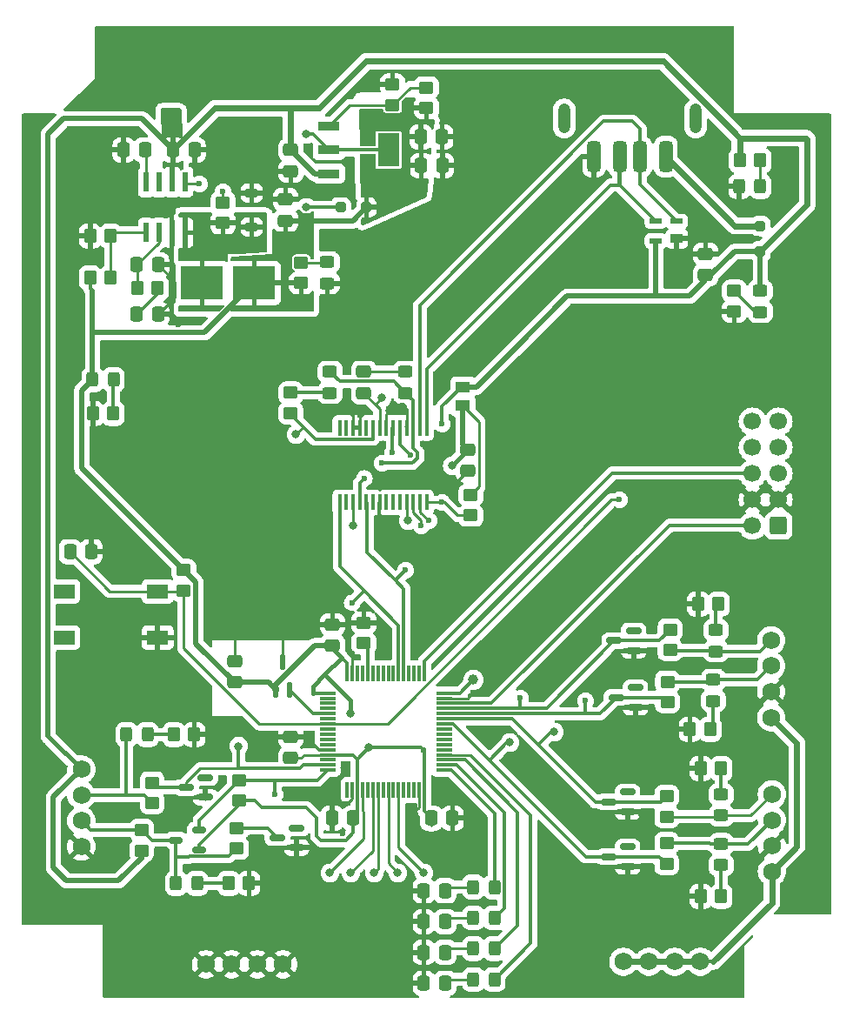
<source format=gtl>
G04 #@! TF.GenerationSoftware,KiCad,Pcbnew,8.0.5*
G04 #@! TF.CreationDate,2024-10-22T19:53:53-04:00*
G04 #@! TF.ProjectId,PCB_Schematic,5043425f-5363-4686-956d-617469632e6b,rev?*
G04 #@! TF.SameCoordinates,Original*
G04 #@! TF.FileFunction,Copper,L1,Top*
G04 #@! TF.FilePolarity,Positive*
%FSLAX46Y46*%
G04 Gerber Fmt 4.6, Leading zero omitted, Abs format (unit mm)*
G04 Created by KiCad (PCBNEW 8.0.5) date 2024-10-22 19:53:53*
%MOMM*%
%LPD*%
G01*
G04 APERTURE LIST*
G04 Aperture macros list*
%AMRoundRect*
0 Rectangle with rounded corners*
0 $1 Rounding radius*
0 $2 $3 $4 $5 $6 $7 $8 $9 X,Y pos of 4 corners*
0 Add a 4 corners polygon primitive as box body*
4,1,4,$2,$3,$4,$5,$6,$7,$8,$9,$2,$3,0*
0 Add four circle primitives for the rounded corners*
1,1,$1+$1,$2,$3*
1,1,$1+$1,$4,$5*
1,1,$1+$1,$6,$7*
1,1,$1+$1,$8,$9*
0 Add four rect primitives between the rounded corners*
20,1,$1+$1,$2,$3,$4,$5,0*
20,1,$1+$1,$4,$5,$6,$7,0*
20,1,$1+$1,$6,$7,$8,$9,0*
20,1,$1+$1,$8,$9,$2,$3,0*%
G04 Aperture macros list end*
G04 #@! TA.AperFunction,SMDPad,CuDef*
%ADD10RoundRect,0.250000X0.450000X-0.350000X0.450000X0.350000X-0.450000X0.350000X-0.450000X-0.350000X0*%
G04 #@! TD*
G04 #@! TA.AperFunction,SMDPad,CuDef*
%ADD11RoundRect,0.250000X0.475000X-0.337500X0.475000X0.337500X-0.475000X0.337500X-0.475000X-0.337500X0*%
G04 #@! TD*
G04 #@! TA.AperFunction,SMDPad,CuDef*
%ADD12RoundRect,0.250000X0.350000X0.450000X-0.350000X0.450000X-0.350000X-0.450000X0.350000X-0.450000X0*%
G04 #@! TD*
G04 #@! TA.AperFunction,ComponentPad*
%ADD13C,1.752600*%
G04 #@! TD*
G04 #@! TA.AperFunction,SMDPad,CuDef*
%ADD14RoundRect,0.250000X0.337500X0.475000X-0.337500X0.475000X-0.337500X-0.475000X0.337500X-0.475000X0*%
G04 #@! TD*
G04 #@! TA.AperFunction,SMDPad,CuDef*
%ADD15RoundRect,0.250000X-0.337500X-0.475000X0.337500X-0.475000X0.337500X0.475000X-0.337500X0.475000X0*%
G04 #@! TD*
G04 #@! TA.AperFunction,SMDPad,CuDef*
%ADD16RoundRect,0.250000X-0.450000X0.350000X-0.450000X-0.350000X0.450000X-0.350000X0.450000X0.350000X0*%
G04 #@! TD*
G04 #@! TA.AperFunction,SMDPad,CuDef*
%ADD17RoundRect,0.250000X0.250000X-0.250000X0.250000X0.250000X-0.250000X0.250000X-0.250000X-0.250000X0*%
G04 #@! TD*
G04 #@! TA.AperFunction,SMDPad,CuDef*
%ADD18RoundRect,0.325000X0.325000X1.175000X-0.325000X1.175000X-0.325000X-1.175000X0.325000X-1.175000X0*%
G04 #@! TD*
G04 #@! TA.AperFunction,ComponentPad*
%ADD19O,1.200000X2.900000*%
G04 #@! TD*
G04 #@! TA.AperFunction,SMDPad,CuDef*
%ADD20RoundRect,0.250000X0.250000X0.250000X-0.250000X0.250000X-0.250000X-0.250000X0.250000X-0.250000X0*%
G04 #@! TD*
G04 #@! TA.AperFunction,SMDPad,CuDef*
%ADD21RoundRect,0.150000X0.587500X0.150000X-0.587500X0.150000X-0.587500X-0.150000X0.587500X-0.150000X0*%
G04 #@! TD*
G04 #@! TA.AperFunction,SMDPad,CuDef*
%ADD22RoundRect,0.250000X0.450000X-0.325000X0.450000X0.325000X-0.450000X0.325000X-0.450000X-0.325000X0*%
G04 #@! TD*
G04 #@! TA.AperFunction,SMDPad,CuDef*
%ADD23RoundRect,0.225000X0.375000X-0.225000X0.375000X0.225000X-0.375000X0.225000X-0.375000X-0.225000X0*%
G04 #@! TD*
G04 #@! TA.AperFunction,SMDPad,CuDef*
%ADD24R,1.168400X0.889000*%
G04 #@! TD*
G04 #@! TA.AperFunction,SMDPad,CuDef*
%ADD25R,1.168400X0.482600*%
G04 #@! TD*
G04 #@! TA.AperFunction,SMDPad,CuDef*
%ADD26RoundRect,0.250000X-0.475000X0.337500X-0.475000X-0.337500X0.475000X-0.337500X0.475000X0.337500X0*%
G04 #@! TD*
G04 #@! TA.AperFunction,SMDPad,CuDef*
%ADD27RoundRect,0.250000X0.325000X0.450000X-0.325000X0.450000X-0.325000X-0.450000X0.325000X-0.450000X0*%
G04 #@! TD*
G04 #@! TA.AperFunction,SMDPad,CuDef*
%ADD28R,4.165600X3.251200*%
G04 #@! TD*
G04 #@! TA.AperFunction,SMDPad,CuDef*
%ADD29RoundRect,0.250000X-0.325000X-0.450000X0.325000X-0.450000X0.325000X0.450000X-0.325000X0.450000X0*%
G04 #@! TD*
G04 #@! TA.AperFunction,SMDPad,CuDef*
%ADD30RoundRect,0.112500X-0.112500X-0.637500X0.112500X-0.637500X0.112500X0.637500X-0.112500X0.637500X0*%
G04 #@! TD*
G04 #@! TA.AperFunction,ComponentPad*
%ADD31RoundRect,0.250000X0.600000X0.600000X-0.600000X0.600000X-0.600000X-0.600000X0.600000X-0.600000X0*%
G04 #@! TD*
G04 #@! TA.AperFunction,ComponentPad*
%ADD32C,1.700000*%
G04 #@! TD*
G04 #@! TA.AperFunction,SMDPad,CuDef*
%ADD33RoundRect,0.250000X-0.350000X-0.450000X0.350000X-0.450000X0.350000X0.450000X-0.350000X0.450000X0*%
G04 #@! TD*
G04 #@! TA.AperFunction,SMDPad,CuDef*
%ADD34R,2.150000X0.950000*%
G04 #@! TD*
G04 #@! TA.AperFunction,SMDPad,CuDef*
%ADD35R,2.150000X3.250000*%
G04 #@! TD*
G04 #@! TA.AperFunction,SMDPad,CuDef*
%ADD36RoundRect,0.250000X-0.450000X0.325000X-0.450000X-0.325000X0.450000X-0.325000X0.450000X0.325000X0*%
G04 #@! TD*
G04 #@! TA.AperFunction,SMDPad,CuDef*
%ADD37R,2.100000X1.400000*%
G04 #@! TD*
G04 #@! TA.AperFunction,SMDPad,CuDef*
%ADD38RoundRect,0.075000X-0.700000X-0.075000X0.700000X-0.075000X0.700000X0.075000X-0.700000X0.075000X0*%
G04 #@! TD*
G04 #@! TA.AperFunction,SMDPad,CuDef*
%ADD39RoundRect,0.075000X-0.075000X-0.700000X0.075000X-0.700000X0.075000X0.700000X-0.075000X0.700000X0*%
G04 #@! TD*
G04 #@! TA.AperFunction,SMDPad,CuDef*
%ADD40RoundRect,0.150000X0.512500X0.150000X-0.512500X0.150000X-0.512500X-0.150000X0.512500X-0.150000X0*%
G04 #@! TD*
G04 #@! TA.AperFunction,SMDPad,CuDef*
%ADD41R,0.400000X1.500000*%
G04 #@! TD*
G04 #@! TA.AperFunction,SMDPad,CuDef*
%ADD42R,0.558800X1.981200*%
G04 #@! TD*
G04 #@! TA.AperFunction,SMDPad,CuDef*
%ADD43R,1.470000X1.140000*%
G04 #@! TD*
G04 #@! TA.AperFunction,ViaPad*
%ADD44C,0.600000*%
G04 #@! TD*
G04 #@! TA.AperFunction,ViaPad*
%ADD45C,0.800000*%
G04 #@! TD*
G04 #@! TA.AperFunction,ViaPad*
%ADD46C,5.000000*%
G04 #@! TD*
G04 #@! TA.AperFunction,ViaPad*
%ADD47C,1.000000*%
G04 #@! TD*
G04 #@! TA.AperFunction,Conductor*
%ADD48C,0.300000*%
G04 #@! TD*
G04 #@! TA.AperFunction,Conductor*
%ADD49C,0.254000*%
G04 #@! TD*
G04 #@! TA.AperFunction,Conductor*
%ADD50C,0.500000*%
G04 #@! TD*
G04 #@! TA.AperFunction,Conductor*
%ADD51C,0.250000*%
G04 #@! TD*
G04 #@! TA.AperFunction,Conductor*
%ADD52C,0.600000*%
G04 #@! TD*
G04 #@! TA.AperFunction,Conductor*
%ADD53C,0.400000*%
G04 #@! TD*
G04 #@! TA.AperFunction,Conductor*
%ADD54C,0.200000*%
G04 #@! TD*
G04 APERTURE END LIST*
D10*
X131826000Y-78264000D03*
X131826000Y-80264000D03*
D11*
X154686000Y-56896000D03*
X154686000Y-54821000D03*
D12*
X160020000Y-45720000D03*
X158020000Y-45720000D03*
D13*
X161067597Y-99919200D03*
X161067597Y-97419200D03*
X161067597Y-94919200D03*
X161067597Y-92419200D03*
D14*
X129329000Y-116792000D03*
X127254000Y-116792000D03*
D12*
X97012000Y-70358000D03*
X95012000Y-70358000D03*
D15*
X99292500Y-55880000D03*
X101367500Y-55880000D03*
D16*
X157480000Y-58420000D03*
X157480000Y-60420000D03*
D17*
X160020000Y-54590000D03*
X160020000Y-52090000D03*
D18*
X150820000Y-45350000D03*
X148320000Y-45350000D03*
X146320000Y-45350000D03*
X143820000Y-45350000D03*
D19*
X153720000Y-41650000D03*
X140920000Y-41650000D03*
D13*
X161133000Y-114916000D03*
X161133000Y-112416000D03*
X161133000Y-109916000D03*
X161133000Y-107416000D03*
D20*
X121666000Y-50292000D03*
X119166000Y-50292000D03*
D21*
X147846500Y-98928000D03*
X147846500Y-97028000D03*
X145971500Y-97978000D03*
D22*
X160020000Y-60470000D03*
X160020000Y-58420000D03*
D10*
X99787500Y-112874500D03*
X99787500Y-110874500D03*
D23*
X110490000Y-52196000D03*
X110490000Y-48896000D03*
D15*
X127000000Y-46228000D03*
X129075000Y-46228000D03*
D24*
X151881400Y-53336800D03*
D25*
X151881400Y-51640000D03*
X149838600Y-51639999D03*
X149838600Y-53540001D03*
D14*
X100097500Y-44704000D03*
X98022500Y-44704000D03*
D21*
X114870500Y-112586500D03*
X114870500Y-110686500D03*
X112995500Y-111636500D03*
D26*
X121412000Y-66294000D03*
X121412000Y-68369000D03*
D27*
X105174000Y-116078000D03*
X103124000Y-116078000D03*
D10*
X100803500Y-108268500D03*
X100803500Y-106268500D03*
D28*
X105664000Y-57658000D03*
X110744000Y-57658000D03*
D29*
X132071000Y-116428000D03*
X134121000Y-116428000D03*
D12*
X156210000Y-117348000D03*
X154210000Y-117348000D03*
D27*
X100348000Y-101600000D03*
X98298000Y-101600000D03*
X97037000Y-67056000D03*
X94987000Y-67056000D03*
D14*
X129329000Y-122792000D03*
X127254000Y-122792000D03*
D30*
X112843000Y-97216000D03*
X114143000Y-97216000D03*
X113493000Y-94556000D03*
D31*
X161798000Y-81280000D03*
D32*
X159258000Y-81280000D03*
X161798000Y-78740000D03*
X159258000Y-78740000D03*
X161798000Y-76200000D03*
X159258000Y-76200000D03*
X161798000Y-73660000D03*
X159258000Y-73660000D03*
X161798000Y-71120000D03*
X159258000Y-71120000D03*
D11*
X118364000Y-92941000D03*
X118364000Y-90866000D03*
D12*
X156210000Y-104902000D03*
X154210000Y-104902000D03*
D14*
X120396000Y-109728000D03*
X118321000Y-109728000D03*
D33*
X99330000Y-58166000D03*
X101330000Y-58166000D03*
D26*
X108809000Y-94422000D03*
X108809000Y-96497000D03*
D13*
X113538000Y-123952000D03*
X111038000Y-123952000D03*
X108538000Y-123952000D03*
X106038000Y-123952000D03*
D34*
X118004000Y-42404000D03*
X118004000Y-44704000D03*
X118004000Y-47004000D03*
D35*
X123804000Y-44704000D03*
D22*
X156210000Y-114300000D03*
X156210000Y-112250000D03*
D12*
X96758000Y-53086000D03*
X94758000Y-53086000D03*
D13*
X93901500Y-104980500D03*
X93901500Y-107480500D03*
X93901500Y-109980500D03*
X93901500Y-112480500D03*
D29*
X132071000Y-119428000D03*
X134121000Y-119428000D03*
D33*
X94758000Y-57150000D03*
X96758000Y-57150000D03*
D16*
X114300000Y-68326000D03*
X114300000Y-70326000D03*
D36*
X155702000Y-91431000D03*
X155702000Y-93481000D03*
D11*
X114300000Y-103886000D03*
X114300000Y-101811000D03*
D14*
X129329000Y-119792000D03*
X127254000Y-119792000D03*
D37*
X101324000Y-92166000D03*
X101324000Y-87666000D03*
X92224000Y-92166000D03*
X92224000Y-87666000D03*
D36*
X156210000Y-107424000D03*
X156210000Y-109474000D03*
D10*
X121412000Y-92710000D03*
X121412000Y-90710000D03*
D14*
X129329000Y-125792000D03*
X127254000Y-125792000D03*
D38*
X117866000Y-97558000D03*
X117866000Y-98058000D03*
X117866000Y-98558000D03*
X117866000Y-99058000D03*
X117866000Y-99558000D03*
X117866000Y-100058000D03*
X117866000Y-100558000D03*
X117866000Y-101058000D03*
X117866000Y-101558000D03*
X117866000Y-102058000D03*
X117866000Y-102558000D03*
X117866000Y-103058000D03*
X117866000Y-103558000D03*
X117866000Y-104058000D03*
X117866000Y-104558000D03*
X117866000Y-105058000D03*
D39*
X119791000Y-106983000D03*
X120291000Y-106983000D03*
X120791000Y-106983000D03*
X121291000Y-106983000D03*
X121791000Y-106983000D03*
X122291000Y-106983000D03*
X122791000Y-106983000D03*
X123291000Y-106983000D03*
X123791000Y-106983000D03*
X124291000Y-106983000D03*
X124791000Y-106983000D03*
X125291000Y-106983000D03*
X125791000Y-106983000D03*
X126291000Y-106983000D03*
X126791000Y-106983000D03*
X127291000Y-106983000D03*
D38*
X129216000Y-105058000D03*
X129216000Y-104558000D03*
X129216000Y-104058000D03*
X129216000Y-103558000D03*
X129216000Y-103058000D03*
X129216000Y-102558000D03*
X129216000Y-102058000D03*
X129216000Y-101558000D03*
X129216000Y-101058000D03*
X129216000Y-100558000D03*
X129216000Y-100058000D03*
X129216000Y-99558000D03*
X129216000Y-99058000D03*
X129216000Y-98558000D03*
X129216000Y-98058000D03*
X129216000Y-97558000D03*
D39*
X127291000Y-95633000D03*
X126791000Y-95633000D03*
X126291000Y-95633000D03*
X125791000Y-95633000D03*
X125291000Y-95633000D03*
X124791000Y-95633000D03*
X124291000Y-95633000D03*
X123791000Y-95633000D03*
X123291000Y-95633000D03*
X122791000Y-95633000D03*
X122291000Y-95633000D03*
X121791000Y-95633000D03*
X121291000Y-95633000D03*
X120791000Y-95633000D03*
X120291000Y-95633000D03*
X119791000Y-95633000D03*
D21*
X147671000Y-93406000D03*
X147671000Y-91506000D03*
X145796000Y-92456000D03*
D11*
X113792000Y-51583500D03*
X113792000Y-49508500D03*
D16*
X103886000Y-85598000D03*
X103886000Y-87598000D03*
D40*
X105384000Y-112806500D03*
X105384000Y-110906500D03*
X103109000Y-111856500D03*
D10*
X109282500Y-108014500D03*
X109282500Y-106014500D03*
D13*
X154178000Y-123698000D03*
X151678000Y-123698000D03*
X149178000Y-123698000D03*
X146678000Y-123698000D03*
D10*
X109028500Y-112686500D03*
X109028500Y-110686500D03*
D21*
X105980500Y-107694500D03*
X105980500Y-105794500D03*
X104105500Y-106744500D03*
D15*
X127973000Y-109728000D03*
X130048000Y-109728000D03*
D16*
X115316000Y-55649000D03*
X115316000Y-57649000D03*
D29*
X157970000Y-48260000D03*
X160020000Y-48260000D03*
D16*
X150973000Y-96454000D03*
X150973000Y-98454000D03*
D36*
X125476000Y-66294000D03*
X125476000Y-68344000D03*
D26*
X131572000Y-73871000D03*
X131572000Y-75946000D03*
D12*
X155162000Y-101092000D03*
X153162000Y-101092000D03*
D33*
X108236000Y-116078000D03*
X110236000Y-116078000D03*
D22*
X117856000Y-57676000D03*
X117856000Y-55626000D03*
D12*
X155956000Y-88900000D03*
X153956000Y-88900000D03*
D15*
X126957000Y-43434000D03*
X129032000Y-43434000D03*
D29*
X132071000Y-125428000D03*
X134121000Y-125428000D03*
D33*
X102902000Y-101600000D03*
X104902000Y-101600000D03*
D15*
X102848500Y-44704000D03*
X104923500Y-44704000D03*
D26*
X114300000Y-44704000D03*
X114300000Y-46779000D03*
D15*
X92801000Y-83789000D03*
X94876000Y-83789000D03*
D41*
X119062000Y-78997000D03*
X119712000Y-78997000D03*
X120362000Y-78997000D03*
X121012000Y-78997000D03*
X121662000Y-78997000D03*
X122312000Y-78997000D03*
X122962000Y-78997000D03*
X123612000Y-78997000D03*
X124262000Y-78997000D03*
X124912000Y-78997000D03*
X125562000Y-78997000D03*
X126212000Y-78997000D03*
X126862000Y-78997000D03*
X127512000Y-78997000D03*
X127512000Y-71747000D03*
X126862000Y-71747000D03*
X126212000Y-71747000D03*
X125562000Y-71747000D03*
X124912000Y-71747000D03*
X124262000Y-71747000D03*
X123612000Y-71747000D03*
X122962000Y-71747000D03*
X122312000Y-71747000D03*
X121662000Y-71747000D03*
X121012000Y-71747000D03*
X120362000Y-71747000D03*
X119712000Y-71747000D03*
X119062000Y-71747000D03*
D42*
X104013000Y-47828200D03*
X102743000Y-47828200D03*
X101473000Y-47828200D03*
X100203000Y-47828200D03*
X100203000Y-52755800D03*
X101473000Y-52755800D03*
X102743000Y-52755800D03*
X104013000Y-52755800D03*
D21*
X147084500Y-114422000D03*
X147084500Y-112522000D03*
X145209500Y-113472000D03*
D10*
X127508000Y-40624000D03*
X127508000Y-38624000D03*
D43*
X131064000Y-67816000D03*
X131064000Y-69596000D03*
D22*
X155448000Y-98316000D03*
X155448000Y-96266000D03*
D10*
X150894500Y-109596000D03*
X150894500Y-107596000D03*
D21*
X147084500Y-109088000D03*
X147084500Y-107188000D03*
X145209500Y-108138000D03*
D16*
X150894500Y-112168000D03*
X150894500Y-114168000D03*
D29*
X132071000Y-122428000D03*
X134121000Y-122428000D03*
D10*
X151227000Y-93374000D03*
X151227000Y-91374000D03*
X124206000Y-40354000D03*
X124206000Y-38354000D03*
D15*
X99292500Y-60706000D03*
X101367500Y-60706000D03*
D22*
X118110000Y-68344000D03*
X118110000Y-66294000D03*
D10*
X107696000Y-51816000D03*
X107696000Y-49816000D03*
D44*
X114046000Y-33274000D03*
X106172000Y-64770000D03*
X138176000Y-67310000D03*
X129794000Y-77216000D03*
X129032000Y-78994000D03*
X127762000Y-80772000D03*
X127000000Y-81280000D03*
D45*
X123952000Y-70104000D03*
X123190000Y-68834000D03*
X114808000Y-72390000D03*
X125730000Y-80772000D03*
X120396000Y-81280000D03*
D44*
X132080000Y-97536000D03*
D45*
X137414000Y-37846000D03*
D44*
X151892000Y-56896000D03*
X147574000Y-55626000D03*
X125222000Y-69596000D03*
D45*
X145288000Y-82296000D03*
D44*
X122936000Y-73660000D03*
X118364000Y-107696000D03*
D45*
X133604000Y-56896000D03*
D44*
X124714000Y-124460000D03*
X92964000Y-48768000D03*
D45*
X164592000Y-53848000D03*
D44*
X120396000Y-70358000D03*
D45*
X147574000Y-87884000D03*
D44*
X148590000Y-94996000D03*
D45*
X133604000Y-83566000D03*
X103886000Y-82550000D03*
X125984000Y-55118000D03*
D44*
X111760000Y-45466000D03*
X108712000Y-69088000D03*
X114300000Y-85344000D03*
X100838000Y-50800000D03*
D45*
X151892000Y-60960000D03*
X130556000Y-89154000D03*
X94742000Y-96774000D03*
X139954000Y-58166000D03*
X108458000Y-74676000D03*
D44*
X100838000Y-94742000D03*
X101854000Y-50800000D03*
X114300000Y-63500000D03*
X109037500Y-114565500D03*
X113538000Y-91440000D03*
D45*
X110744000Y-88138000D03*
X148844000Y-114808000D03*
D44*
X112522000Y-101600000D03*
D45*
X134874000Y-42926000D03*
D44*
X104648000Y-109220000D03*
D45*
X164084000Y-61468000D03*
D44*
X96266000Y-48260000D03*
D45*
X137922000Y-78740000D03*
D44*
X121666000Y-70104000D03*
D45*
X144780000Y-54356000D03*
D44*
X100838000Y-49784000D03*
D45*
X102870000Y-96774000D03*
D44*
X103124000Y-49784000D03*
D45*
X141478000Y-117602000D03*
X130302000Y-65024000D03*
D44*
X124714000Y-126492000D03*
X154178000Y-53086000D03*
X107950000Y-46736000D03*
X94488000Y-82042000D03*
X102870000Y-50800000D03*
X134820000Y-77149000D03*
D45*
X109474000Y-91694000D03*
X137414000Y-82296000D03*
X138938000Y-106680000D03*
D44*
X121666000Y-89408000D03*
X120291000Y-93726000D03*
X116078000Y-101600000D03*
D45*
X99314000Y-120396000D03*
X90932000Y-118872000D03*
D44*
X155956000Y-38354000D03*
X92964000Y-65278000D03*
D45*
X137414000Y-90678000D03*
D44*
X119380000Y-111252000D03*
X103378000Y-61722000D03*
X158750000Y-88900000D03*
D45*
X94742000Y-118364000D03*
D44*
X101854000Y-49784000D03*
D45*
X110744000Y-64262000D03*
X140970000Y-89154000D03*
D44*
X129032000Y-111506000D03*
X97028000Y-95758000D03*
D45*
X110744000Y-80264000D03*
D44*
X114935000Y-113919000D03*
X122936000Y-80772000D03*
D45*
X142240000Y-48260000D03*
D44*
X94742000Y-49530000D03*
D45*
X126746000Y-33782000D03*
D44*
X102870000Y-71628000D03*
X110236000Y-83820000D03*
X96266000Y-50038000D03*
X95504000Y-46482000D03*
X104902000Y-35052000D03*
D45*
X114300000Y-116332000D03*
D44*
X125984000Y-118364000D03*
D45*
X115316000Y-81534000D03*
D44*
X106172000Y-69596000D03*
X92710000Y-46736000D03*
X124968000Y-121412000D03*
D46*
X120904000Y-121412000D03*
D45*
X140208000Y-122428000D03*
X148590000Y-109474000D03*
X109220000Y-36830000D03*
D44*
X125984000Y-109474000D03*
X129032000Y-71374000D03*
X125984000Y-74422000D03*
X102616000Y-41656000D03*
D45*
X120142000Y-99568000D03*
D47*
X132080000Y-96266000D03*
D45*
X121920000Y-102870000D03*
D44*
X124714000Y-49784000D03*
X127254000Y-103124000D03*
X146304000Y-78740000D03*
X107696000Y-48768000D03*
X105410000Y-48006000D03*
X121455000Y-76665000D03*
X123190000Y-75184000D03*
X120269000Y-88773000D03*
X125476000Y-85598000D03*
D45*
X115824000Y-43180000D03*
X115824000Y-50292000D03*
X109220000Y-102713456D03*
X135636000Y-102362000D03*
D44*
X143002000Y-98298000D03*
D45*
X139954000Y-101346000D03*
D44*
X136652000Y-98044000D03*
X112776000Y-107442000D03*
D45*
X122428000Y-115062000D03*
X118110000Y-115062000D03*
X127254000Y-115062000D03*
X124714000Y-115062000D03*
X120142000Y-115062000D03*
D44*
X124206000Y-74168000D03*
D45*
X130005000Y-75438000D03*
D48*
X115824000Y-50292000D02*
X119166000Y-50292000D01*
X145608000Y-76134000D02*
X158847000Y-76134000D01*
X127291000Y-94451000D02*
X145608000Y-76134000D01*
X127291000Y-95633000D02*
X127291000Y-94451000D01*
X115205956Y-104902000D02*
X115549956Y-104558000D01*
X109220000Y-104902000D02*
X115205956Y-104902000D01*
D49*
X129286000Y-78994000D02*
X130556000Y-80264000D01*
X130556000Y-80264000D02*
X131826000Y-80264000D01*
X129032000Y-78994000D02*
X129286000Y-78994000D01*
X132624000Y-71156000D02*
X131064000Y-69596000D01*
X132624000Y-77466000D02*
X132624000Y-71156000D01*
X131826000Y-78264000D02*
X132624000Y-77466000D01*
X130302000Y-77216000D02*
X131572000Y-75946000D01*
X129794000Y-77216000D02*
X130302000Y-77216000D01*
X131826000Y-78264000D02*
X131572000Y-78264000D01*
D50*
X136017000Y-64135000D02*
X141224000Y-58928000D01*
X132336000Y-67816000D02*
X136017000Y-64135000D01*
D49*
X129029000Y-78997000D02*
X129032000Y-78994000D01*
X127512000Y-78997000D02*
X129029000Y-78997000D01*
X127683000Y-80772000D02*
X127762000Y-80772000D01*
X126862000Y-79951000D02*
X127683000Y-80772000D01*
X126862000Y-78997000D02*
X126862000Y-79951000D01*
X126212000Y-79951000D02*
X127000000Y-80739000D01*
X127000000Y-80739000D02*
X127000000Y-81280000D01*
X126212000Y-78997000D02*
X126212000Y-79951000D01*
X123612000Y-70444000D02*
X123952000Y-70104000D01*
X123612000Y-71747000D02*
X123612000Y-70444000D01*
X122533500Y-69490500D02*
X123190000Y-68834000D01*
D51*
X122533500Y-69490500D02*
X122962000Y-69919000D01*
X121412000Y-68369000D02*
X122533500Y-69490500D01*
D49*
X115539000Y-71659000D02*
X114808000Y-72390000D01*
D48*
X114300000Y-70420000D02*
X115539000Y-71659000D01*
X116301000Y-72421000D02*
X116727000Y-72847000D01*
D49*
X116301000Y-72421000D02*
X115539000Y-71659000D01*
X125562000Y-80604000D02*
X125730000Y-80772000D01*
X125562000Y-78997000D02*
X125562000Y-80604000D01*
X120396000Y-81280000D02*
X120362000Y-81246000D01*
X120362000Y-78997000D02*
X120362000Y-81246000D01*
D50*
X154686000Y-56896000D02*
X155194000Y-56896000D01*
X155194000Y-56896000D02*
X157500000Y-54590000D01*
X154686000Y-57404000D02*
X154686000Y-56896000D01*
X153162000Y-58928000D02*
X154686000Y-57404000D01*
X141224000Y-58928000D02*
X153162000Y-58928000D01*
X131064000Y-67816000D02*
X132336000Y-67816000D01*
D49*
X125562000Y-71714000D02*
X125476000Y-71628000D01*
X125562000Y-69936000D02*
X125222000Y-69596000D01*
X121012000Y-71747000D02*
X121012000Y-71736000D01*
X120362000Y-71747000D02*
X120362000Y-71662000D01*
X114935000Y-113919000D02*
X115062000Y-114046000D01*
X123563000Y-71747000D02*
X123612000Y-71747000D01*
X101324000Y-94256000D02*
X100838000Y-94742000D01*
X126791000Y-108667000D02*
X125984000Y-109474000D01*
X102997000Y-57509500D02*
X102997000Y-59076500D01*
X101324000Y-92166000D02*
X101324000Y-94256000D01*
X129272000Y-98058000D02*
X129286000Y-98044000D01*
X119915592Y-108204000D02*
X118872000Y-108204000D01*
X131558000Y-98058000D02*
X132080000Y-97536000D01*
X121012000Y-71747000D02*
X121012000Y-70758000D01*
X120362000Y-71662000D02*
X120396000Y-71628000D01*
X101367500Y-60706000D02*
X102362000Y-60706000D01*
D51*
X152114000Y-53086000D02*
X151860000Y-53340000D01*
D49*
X125562000Y-71747000D02*
X125562000Y-69936000D01*
X113538000Y-94488000D02*
X113493000Y-94533000D01*
X121666000Y-70104000D02*
X121666000Y-70139000D01*
X120291000Y-106983000D02*
X120291000Y-107828592D01*
X125562000Y-71747000D02*
X125562000Y-71714000D01*
X120362000Y-70392000D02*
X120396000Y-70358000D01*
X120291000Y-106983000D02*
X120291000Y-106957000D01*
X118290000Y-109728000D02*
X118224000Y-109794000D01*
X105980500Y-107694500D02*
X105980500Y-107887500D01*
X102362000Y-60706000D02*
X103378000Y-61722000D01*
X114300000Y-101811000D02*
X114300000Y-101886000D01*
X118321000Y-109728000D02*
X118290000Y-109728000D01*
D51*
X130048000Y-109728000D02*
X130036000Y-109728000D01*
D49*
X117866000Y-103058000D02*
X117020408Y-103058000D01*
X118364000Y-90866000D02*
X118455000Y-90866000D01*
X118872000Y-108204000D02*
X118364000Y-107696000D01*
X113493000Y-91485000D02*
X113538000Y-91440000D01*
X117020408Y-103058000D02*
X116078000Y-102115592D01*
X129216000Y-98058000D02*
X129272000Y-98058000D01*
X126791000Y-106983000D02*
X126791000Y-108667000D01*
X109474000Y-91694000D02*
X108809000Y-92359000D01*
X120291000Y-107828592D02*
X119915592Y-108204000D01*
X121012000Y-70758000D02*
X121666000Y-70104000D01*
X102997000Y-59076500D02*
X101367500Y-60706000D01*
X120362000Y-71747000D02*
X120362000Y-70392000D01*
X114870500Y-113854500D02*
X114935000Y-113919000D01*
X120291000Y-93726000D02*
X120291000Y-95633000D01*
X120291000Y-106957000D02*
X120268000Y-106934000D01*
X118321000Y-109728000D02*
X118321000Y-110193000D01*
X113493000Y-94533000D02*
X113493000Y-94556000D01*
X113493000Y-94556000D02*
X113493000Y-91485000D01*
X154503500Y-103367500D02*
X154522000Y-103349000D01*
D48*
X122936000Y-80772000D02*
X122936000Y-79023000D01*
D49*
X101367500Y-55880000D02*
X102997000Y-57509500D01*
X158684000Y-88834000D02*
X158750000Y-88900000D01*
D48*
X122936000Y-79023000D02*
X122962000Y-78997000D01*
D49*
X121012000Y-71736000D02*
X120904000Y-71628000D01*
X118455000Y-90866000D02*
X118521000Y-90932000D01*
X116078000Y-102115592D02*
X116078000Y-101600000D01*
X108809000Y-92359000D02*
X108809000Y-94422000D01*
X129216000Y-98058000D02*
X131558000Y-98058000D01*
D48*
X143820000Y-46680000D02*
X143820000Y-45350000D01*
D49*
X108971500Y-114499500D02*
X109037500Y-114565500D01*
D48*
X125984000Y-74422000D02*
X124912000Y-73350000D01*
X102848500Y-47722700D02*
X102743000Y-47828200D01*
D50*
X102848500Y-44704000D02*
X99800500Y-41656000D01*
X149860000Y-55118000D02*
X149860000Y-53540000D01*
D52*
X164448365Y-43544365D02*
X158020000Y-43544365D01*
D48*
X124912000Y-73350000D02*
X124912000Y-71747000D01*
D52*
X121658000Y-36076000D02*
X143518000Y-36076000D01*
D50*
X149860000Y-55118000D02*
X149860000Y-58928000D01*
X92456000Y-115824000D02*
X91186000Y-114554000D01*
D52*
X114300000Y-40640000D02*
X106912500Y-40640000D01*
D53*
X99787500Y-112874500D02*
X99787500Y-113572500D01*
D52*
X164592000Y-50018000D02*
X164592000Y-43688000D01*
D48*
X131064000Y-67816000D02*
X130684000Y-67816000D01*
X93901500Y-104980500D02*
X93980000Y-104902000D01*
D50*
X118004000Y-47004000D02*
X116600000Y-47004000D01*
D52*
X143518000Y-36076000D02*
X143510000Y-36068000D01*
X164592000Y-43688000D02*
X164448365Y-43544365D01*
X114300000Y-40640000D02*
X117094000Y-40640000D01*
X158020000Y-43544365D02*
X150543635Y-36068000D01*
D50*
X99800500Y-41656000D02*
X92202000Y-41656000D01*
X157500000Y-54590000D02*
X160020000Y-54590000D01*
X91186000Y-107696000D02*
X93901500Y-104980500D01*
X97536000Y-115824000D02*
X92456000Y-115824000D01*
X92202000Y-41656000D02*
X90678000Y-43180000D01*
X91186000Y-114554000D02*
X91186000Y-107696000D01*
X99787500Y-113572500D02*
X97536000Y-115824000D01*
D52*
X117094000Y-40640000D02*
X121658000Y-36076000D01*
X150543635Y-36068000D02*
X150114000Y-36068000D01*
X160020000Y-54590000D02*
X164592000Y-50018000D01*
X106912500Y-40640000D02*
X102848500Y-44704000D01*
D48*
X130684000Y-67816000D02*
X130556000Y-67944000D01*
X158020000Y-45720000D02*
X157988000Y-45688000D01*
X130899000Y-67816000D02*
X129032000Y-69683000D01*
D53*
X90678000Y-101757000D02*
X93901500Y-104980500D01*
D52*
X158020000Y-45720000D02*
X158020000Y-43544365D01*
D50*
X90678000Y-43180000D02*
X90678000Y-101757000D01*
D51*
X149860000Y-53784000D02*
X149860000Y-53540000D01*
D48*
X131064000Y-67816000D02*
X130899000Y-67816000D01*
D52*
X143510000Y-36068000D02*
X150114000Y-36068000D01*
X114300000Y-44704000D02*
X114300000Y-40640000D01*
D48*
X129032000Y-69683000D02*
X129032000Y-71374000D01*
D50*
X116600000Y-47004000D02*
X114300000Y-44704000D01*
D51*
X114300000Y-44704000D02*
X114046000Y-44704000D01*
D50*
X160020000Y-58420000D02*
X160020000Y-54590000D01*
X108809000Y-96497000D02*
X105036000Y-92724000D01*
D48*
X115316000Y-57649000D02*
X115316000Y-57658000D01*
D50*
X105918000Y-62484000D02*
X94996000Y-62484000D01*
D48*
X120791000Y-103999000D02*
X120791000Y-106983000D01*
D51*
X115644000Y-103558000D02*
X117866000Y-103558000D01*
D50*
X112124000Y-96497000D02*
X112843000Y-97216000D01*
D48*
X127000000Y-102870000D02*
X121920000Y-102870000D01*
X130788000Y-97558000D02*
X132080000Y-96266000D01*
D50*
X112843000Y-97216000D02*
X112843000Y-96754612D01*
D48*
X119253000Y-94107000D02*
X119791000Y-94645000D01*
D52*
X163576000Y-112473000D02*
X161133000Y-114916000D01*
X151678000Y-123698000D02*
X154178000Y-123698000D01*
D48*
X94996000Y-58420000D02*
X94758000Y-58182000D01*
X127291000Y-106983000D02*
X127291000Y-109046000D01*
X120396000Y-109728000D02*
X120791000Y-109333000D01*
D52*
X161133000Y-114916000D02*
X161133000Y-117982275D01*
D48*
X129216000Y-97558000D02*
X130788000Y-97558000D01*
X116840000Y-109728000D02*
X115824000Y-108712000D01*
D51*
X114300000Y-103886000D02*
X114194000Y-103992000D01*
X112843000Y-97216000D02*
X112843000Y-97144164D01*
D48*
X105384000Y-112806500D02*
X105384000Y-112294000D01*
X127291000Y-103161000D02*
X127291000Y-106983000D01*
D49*
X129264000Y-97558000D02*
X129286000Y-97536000D01*
D53*
X120142000Y-98298000D02*
X120142000Y-99568000D01*
D52*
X161133000Y-117982275D02*
X155417275Y-123698000D01*
D50*
X112843000Y-96754612D02*
X116656612Y-92941000D01*
D48*
X155417275Y-123698000D02*
X154178000Y-123698000D01*
D53*
X117602000Y-95758000D02*
X120142000Y-98298000D01*
D48*
X117236000Y-111902000D02*
X116840000Y-111506000D01*
D50*
X93962000Y-75674000D02*
X103886000Y-85598000D01*
D48*
X120350000Y-103558000D02*
X120791000Y-103999000D01*
X94996000Y-62484000D02*
X94987000Y-62493000D01*
D52*
X112843000Y-97216000D02*
X112843000Y-97108808D01*
D53*
X116481808Y-97558000D02*
X116481808Y-96878192D01*
D49*
X127973000Y-109740000D02*
X127919000Y-109794000D01*
D48*
X111506000Y-108712000D02*
X110808500Y-108014500D01*
X105384000Y-112294000D02*
X109282500Y-108395500D01*
D50*
X93962000Y-68090000D02*
X93962000Y-75674000D01*
D49*
X127973000Y-109728000D02*
X127973000Y-110447000D01*
D50*
X94987000Y-67065000D02*
X93962000Y-68090000D01*
D48*
X119791000Y-94645000D02*
X119791000Y-95633000D01*
X110808500Y-108014500D02*
X109282500Y-108014500D01*
D53*
X118364000Y-93218000D02*
X119253000Y-94107000D01*
D50*
X116656612Y-92941000D02*
X118364000Y-92941000D01*
D52*
X163576000Y-102427603D02*
X163576000Y-112473000D01*
X149178000Y-123698000D02*
X151678000Y-123698000D01*
D49*
X127973000Y-109728000D02*
X127973000Y-109740000D01*
D53*
X117602000Y-95758000D02*
X119253000Y-94107000D01*
D50*
X94987000Y-67056000D02*
X94987000Y-67065000D01*
X120374500Y-51583500D02*
X121666000Y-50292000D01*
D48*
X108809000Y-96109000D02*
X108809000Y-96497000D01*
D51*
X115316000Y-103886000D02*
X115644000Y-103558000D01*
D48*
X121920000Y-102870000D02*
X120791000Y-103999000D01*
X109282500Y-108395500D02*
X109282500Y-108014500D01*
X118364000Y-92941000D02*
X118364000Y-93218000D01*
X117866000Y-103558000D02*
X120350000Y-103558000D01*
X120396000Y-109728000D02*
X120396000Y-111155239D01*
X117866000Y-97558000D02*
X116481808Y-97558000D01*
D51*
X127254000Y-103124000D02*
X127291000Y-103161000D01*
D48*
X115824000Y-108712000D02*
X111506000Y-108712000D01*
D53*
X116481808Y-96878192D02*
X117602000Y-95758000D01*
D52*
X146678000Y-123698000D02*
X149178000Y-123698000D01*
D50*
X105036000Y-92724000D02*
X105036000Y-86748000D01*
D48*
X103886000Y-85344000D02*
X103886000Y-85598000D01*
D50*
X110744000Y-57658000D02*
X105918000Y-62484000D01*
D51*
X114300000Y-103886000D02*
X115316000Y-103886000D01*
D48*
X120396000Y-111155239D02*
X119649239Y-111902000D01*
D50*
X105036000Y-86748000D02*
X103886000Y-85598000D01*
X113792000Y-51583500D02*
X120374500Y-51583500D01*
D52*
X161067597Y-99919200D02*
X163576000Y-102427603D01*
D48*
X127254000Y-103124000D02*
X127000000Y-102870000D01*
X127291000Y-109046000D02*
X127973000Y-109728000D01*
X116840000Y-111506000D02*
X116840000Y-109728000D01*
X94758000Y-58182000D02*
X94758000Y-57150000D01*
D49*
X129216000Y-97558000D02*
X129264000Y-97558000D01*
D48*
X120791000Y-109333000D02*
X120791000Y-106983000D01*
D49*
X160879000Y-115170000D02*
X161133000Y-114916000D01*
D50*
X108809000Y-96497000D02*
X112124000Y-96497000D01*
X94987000Y-62493000D02*
X94987000Y-67056000D01*
X94996000Y-62484000D02*
X94996000Y-58420000D01*
D48*
X119649239Y-111902000D02*
X117236000Y-111902000D01*
D49*
X117866000Y-100558000D02*
X111234572Y-100558000D01*
X96678000Y-87666000D02*
X101324000Y-87666000D01*
X145542000Y-78740000D02*
X123724000Y-100558000D01*
X92801000Y-83789000D02*
X96678000Y-87666000D01*
X103818000Y-87666000D02*
X103886000Y-87598000D01*
X146304000Y-78740000D02*
X145542000Y-78740000D01*
X103886000Y-93209428D02*
X103886000Y-87598000D01*
X123724000Y-100558000D02*
X117866000Y-100558000D01*
X111234572Y-100558000D02*
X103886000Y-93209428D01*
X101324000Y-87666000D02*
X103818000Y-87666000D01*
X107696000Y-49816000D02*
X107696000Y-48768000D01*
X104190800Y-48006000D02*
X104013000Y-47828200D01*
X105410000Y-48006000D02*
X104190800Y-48006000D01*
X99330000Y-55917500D02*
X99292500Y-55880000D01*
X99330000Y-58166000D02*
X99330000Y-55917500D01*
X101473000Y-53699500D02*
X99292500Y-55880000D01*
X101473000Y-52755800D02*
X101473000Y-53699500D01*
X101330000Y-58166000D02*
X101330000Y-58668500D01*
X101330000Y-58668500D02*
X99292500Y-60706000D01*
X100203000Y-44809500D02*
X100097500Y-44704000D01*
X100203000Y-47828200D02*
X100203000Y-44809500D01*
X160020000Y-45720000D02*
X160020000Y-48260000D01*
X115316000Y-55626000D02*
X115561000Y-55871000D01*
X115316000Y-55649000D02*
X115316000Y-55626000D01*
D51*
X117833000Y-55649000D02*
X117856000Y-55626000D01*
X115316000Y-55649000D02*
X117833000Y-55649000D01*
D48*
X134121000Y-109291986D02*
X129887014Y-105058000D01*
X129887014Y-105058000D02*
X129216000Y-105058000D01*
X134121000Y-116428000D02*
X134121000Y-109291986D01*
D49*
X129693000Y-116428000D02*
X129329000Y-116792000D01*
X132071000Y-116428000D02*
X129693000Y-116428000D01*
X129693000Y-119428000D02*
X129329000Y-119792000D01*
X132071000Y-119428000D02*
X129693000Y-119428000D01*
D48*
X135046000Y-109196940D02*
X135046000Y-118503000D01*
X130407060Y-104558000D02*
X135046000Y-109196940D01*
X129216000Y-104558000D02*
X130407060Y-104558000D01*
X135046000Y-118503000D02*
X134121000Y-119428000D01*
X129216000Y-104058000D02*
X131236000Y-104058000D01*
X136398000Y-120151000D02*
X134121000Y-122428000D01*
X136398000Y-109220000D02*
X136398000Y-120151000D01*
X131236000Y-104058000D02*
X136398000Y-109220000D01*
D49*
X132071000Y-122428000D02*
X129693000Y-122428000D01*
X129693000Y-122428000D02*
X129329000Y-122792000D01*
X132071000Y-125428000D02*
X129693000Y-125428000D01*
X129693000Y-125428000D02*
X129329000Y-125792000D01*
X129216000Y-103558000D02*
X131752000Y-103558000D01*
D48*
X134121000Y-125428000D02*
X134160000Y-125428000D01*
X134160000Y-125428000D02*
X137668000Y-121920000D01*
X137668000Y-121920000D02*
X137668000Y-109474000D01*
D49*
X131752000Y-103558000D02*
X137668000Y-109474000D01*
D48*
X114300000Y-68326000D02*
X118092000Y-68326000D01*
X118092000Y-68326000D02*
X118110000Y-68344000D01*
X123190000Y-75184000D02*
X126141239Y-75184000D01*
X125476000Y-68344000D02*
X126212000Y-69080000D01*
X121455000Y-76665000D02*
X121012000Y-77108000D01*
X126212000Y-69080000D02*
X126212000Y-71747000D01*
X126212000Y-73686000D02*
X126212000Y-71747000D01*
X121012000Y-77108000D02*
X121012000Y-78997000D01*
X126634000Y-74691239D02*
X126634000Y-74108000D01*
D51*
X126212000Y-71654000D02*
X126238000Y-71628000D01*
D48*
X126141239Y-75184000D02*
X126634000Y-74691239D01*
X118110000Y-66294000D02*
X119047500Y-67231500D01*
X126634000Y-74108000D02*
X126212000Y-73686000D01*
D51*
X126212000Y-71747000D02*
X126212000Y-71654000D01*
D48*
X119047500Y-67231500D02*
X124363500Y-67231500D01*
X124363500Y-67231500D02*
X125476000Y-68344000D01*
X119062000Y-78997000D02*
X119062000Y-85239544D01*
X119062000Y-85239544D02*
X121432228Y-87609772D01*
X124791000Y-90968544D02*
X124791000Y-95633000D01*
X120269000Y-88773000D02*
X121432228Y-87609772D01*
X121432228Y-87609772D02*
X124791000Y-90968544D01*
D49*
X121412000Y-66294000D02*
X125476000Y-66294000D01*
D48*
X124481168Y-86592832D02*
X125291000Y-87402665D01*
X121662000Y-78997000D02*
X121725000Y-79060000D01*
X121725000Y-79060000D02*
X121725000Y-83836665D01*
X121725000Y-83836665D02*
X124481168Y-86592832D01*
X125476000Y-85598000D02*
X124481168Y-86592832D01*
X125291000Y-87402665D02*
X125291000Y-95633000D01*
X97012000Y-67081000D02*
X97037000Y-67056000D01*
X97012000Y-70358000D02*
X97012000Y-67081000D01*
X157480000Y-58420000D02*
X159530000Y-60470000D01*
X159530000Y-60470000D02*
X160020000Y-60470000D01*
X98298000Y-107480500D02*
X99060000Y-107480500D01*
X99060000Y-107480500D02*
X100015500Y-107480500D01*
X100015500Y-107480500D02*
X100803500Y-108268500D01*
X93901500Y-107480500D02*
X98298000Y-107480500D01*
X98298000Y-101600000D02*
X98298000Y-107480500D01*
X103124000Y-115062000D02*
X103109000Y-115047000D01*
X103109000Y-111856500D02*
X100769500Y-111856500D01*
X103109000Y-115047000D02*
X103109000Y-113538000D01*
X99787500Y-110874500D02*
X94795500Y-110874500D01*
X104327501Y-113538000D02*
X104409001Y-113456500D01*
X94795500Y-110874500D02*
X93901500Y-109980500D01*
X103124000Y-116078000D02*
X103124000Y-115062000D01*
X103109000Y-113538000D02*
X103109000Y-111856500D01*
X108258500Y-113456500D02*
X109028500Y-112686500D01*
X100769500Y-111856500D02*
X99787500Y-110874500D01*
X104409001Y-113456500D02*
X108258500Y-113456500D01*
X103109000Y-113538000D02*
X104327501Y-113538000D01*
X151860000Y-51640000D02*
X152224000Y-51640000D01*
X148320000Y-48078600D02*
X151881400Y-51640000D01*
X147574000Y-41910000D02*
X148320000Y-42656000D01*
X126862000Y-71747000D02*
X126862000Y-59828000D01*
X144780000Y-41910000D02*
X147574000Y-41910000D01*
X148320000Y-42656000D02*
X148320000Y-45212000D01*
X148320000Y-45350000D02*
X148320000Y-48078600D01*
D54*
X148320000Y-45212000D02*
X148320000Y-44966116D01*
D48*
X126862000Y-59828000D02*
X144780000Y-41910000D01*
X148320000Y-45350000D02*
X148320000Y-45212000D01*
D51*
X159075000Y-109474000D02*
X161133000Y-107416000D01*
X156088000Y-109596000D02*
X156210000Y-109474000D01*
X156210000Y-109474000D02*
X159075000Y-109474000D01*
X150894500Y-109596000D02*
X156088000Y-109596000D01*
D48*
X127512000Y-71747000D02*
X127512000Y-66036000D01*
X146304000Y-45720000D02*
X146320000Y-45704000D01*
X146320000Y-45704000D02*
X146320000Y-45350000D01*
X149838600Y-51639999D02*
X149782001Y-51639999D01*
X149838600Y-51639999D02*
X146320000Y-48121399D01*
X145442601Y-48105399D02*
X146304000Y-48105399D01*
X127512000Y-66036000D02*
X145442601Y-48105399D01*
X146320000Y-48121399D02*
X146320000Y-45350000D01*
X146304000Y-48105399D02*
X146304000Y-45720000D01*
X155176000Y-112250000D02*
X156210000Y-112250000D01*
X155094000Y-112168000D02*
X155176000Y-112250000D01*
X150894500Y-112168000D02*
X155094000Y-112168000D01*
X156210000Y-112250000D02*
X158799000Y-112250000D01*
X158799000Y-112250000D02*
X161133000Y-109916000D01*
X155702000Y-93481000D02*
X160005797Y-93481000D01*
X160005797Y-93481000D02*
X161067597Y-92419200D01*
X151794000Y-93374000D02*
X151835000Y-93415000D01*
X151835000Y-93415000D02*
X155037000Y-93415000D01*
X151227000Y-93374000D02*
X151794000Y-93374000D01*
D51*
X151130000Y-93471000D02*
X151227000Y-93374000D01*
D48*
X150973000Y-96454000D02*
X154765000Y-96454000D01*
X159720797Y-96266000D02*
X161067597Y-94919200D01*
X155448000Y-96266000D02*
X159720797Y-96266000D01*
D49*
X117348000Y-44704000D02*
X118004000Y-44704000D01*
D48*
X116480000Y-43180000D02*
X118004000Y-44704000D01*
X115824000Y-43180000D02*
X116480000Y-43180000D01*
X123804000Y-44704000D02*
X118004000Y-44704000D01*
X117866000Y-104558000D02*
X115549956Y-104558000D01*
D51*
X104105500Y-106744500D02*
X104105500Y-106256092D01*
X109220000Y-104902000D02*
X105459592Y-104902000D01*
D48*
X109220000Y-104902000D02*
X109220000Y-102713456D01*
X101279500Y-106744500D02*
X100803500Y-106268500D01*
X104105500Y-106744500D02*
X101279500Y-106744500D01*
D51*
X104105500Y-106256092D02*
X105459592Y-104902000D01*
D48*
X109028500Y-110686500D02*
X112045500Y-110686500D01*
X112045500Y-110686500D02*
X112995500Y-111636500D01*
X133640060Y-104103940D02*
X135382000Y-102362000D01*
X135382000Y-102362000D02*
X135636000Y-102362000D01*
X130094120Y-100558000D02*
X129216000Y-100558000D01*
X133132060Y-103595940D02*
X130094120Y-100558000D01*
X145209500Y-113472000D02*
X150198500Y-113472000D01*
X150198500Y-113472000D02*
X150894500Y-114168000D01*
X133640060Y-104103940D02*
X133132060Y-103595940D01*
X143008120Y-113472000D02*
X133640060Y-104103940D01*
X145209500Y-113472000D02*
X143008120Y-113472000D01*
X145971500Y-97978000D02*
X150497000Y-97978000D01*
X145971500Y-97978000D02*
X144391500Y-99558000D01*
X150497000Y-97978000D02*
X150973000Y-98454000D01*
X143002000Y-99558000D02*
X143002000Y-98298000D01*
X141478000Y-99558000D02*
X129216000Y-99558000D01*
X143002000Y-99558000D02*
X141478000Y-99558000D01*
X144391500Y-99558000D02*
X143002000Y-99558000D01*
X135872000Y-100058000D02*
X138430000Y-102616000D01*
X145209500Y-108138000D02*
X150352500Y-108138000D01*
X150352500Y-108138000D02*
X150894500Y-107596000D01*
X129216000Y-100058000D02*
X135872000Y-100058000D01*
X143952000Y-108138000D02*
X145209500Y-108138000D01*
X138430000Y-102616000D02*
X143952000Y-108138000D01*
X139700000Y-101346000D02*
X139954000Y-101346000D01*
X138430000Y-102616000D02*
X139700000Y-101346000D01*
X139194000Y-99058000D02*
X136652000Y-99058000D01*
X150145000Y-92456000D02*
X145796000Y-92456000D01*
X151227000Y-91374000D02*
X150145000Y-92456000D01*
X145796000Y-92456000D02*
X139194000Y-99058000D01*
X135128000Y-99058000D02*
X129216000Y-99058000D01*
X136652000Y-99058000D02*
X135128000Y-99058000D01*
X136652000Y-99058000D02*
X136652000Y-98044000D01*
X133852000Y-98558000D02*
X151196000Y-81214000D01*
X129216000Y-98558000D02*
X133852000Y-98558000D01*
X151196000Y-81214000D02*
X158847000Y-81214000D01*
X105384000Y-110906500D02*
X105384000Y-109913000D01*
X105384000Y-109913000D02*
X109282500Y-106014500D01*
X112776000Y-106014500D02*
X112776000Y-107442000D01*
X121791000Y-93089000D02*
X121412000Y-92710000D01*
X121791000Y-95633000D02*
X121791000Y-93089000D01*
X122312000Y-72797000D02*
X122312000Y-71747000D01*
X122262000Y-72847000D02*
X122312000Y-72797000D01*
X116727000Y-72847000D02*
X122262000Y-72847000D01*
X114300000Y-70326000D02*
X114300000Y-70420000D01*
D51*
X122962000Y-69919000D02*
X122962000Y-71747000D01*
X121412000Y-68369000D02*
X121184000Y-68597000D01*
D49*
X96758000Y-57150000D02*
X96758000Y-53086000D01*
X100203000Y-52755800D02*
X97088200Y-52755800D01*
X97088200Y-52755800D02*
X96758000Y-53086000D01*
X122791000Y-106983000D02*
X122791000Y-114699000D01*
X122791000Y-114699000D02*
X122428000Y-115062000D01*
X121412000Y-109108572D02*
X121412000Y-111760000D01*
X121291000Y-106983000D02*
X121291000Y-108987572D01*
X121291000Y-108987572D02*
X121412000Y-109108572D01*
X121412000Y-111760000D02*
X118110000Y-115062000D01*
D48*
X114143000Y-97216000D02*
X116485000Y-99558000D01*
X116485000Y-99558000D02*
X117866000Y-99558000D01*
D49*
X127254000Y-115062000D02*
X124791000Y-112599000D01*
X124791000Y-112599000D02*
X124791000Y-106983000D01*
X123791000Y-114139000D02*
X123791000Y-106983000D01*
X124714000Y-115062000D02*
X123791000Y-114139000D01*
X122291000Y-112913000D02*
X122291000Y-106983000D01*
X120142000Y-115062000D02*
X122291000Y-112913000D01*
X125936000Y-38624000D02*
X124206000Y-40354000D01*
X120054000Y-40354000D02*
X118004000Y-42404000D01*
X124206000Y-40354000D02*
X120054000Y-40354000D01*
X127508000Y-38624000D02*
X125936000Y-38624000D01*
D48*
X100348000Y-101600000D02*
X102902000Y-101600000D01*
X105174000Y-116078000D02*
X108236000Y-116078000D01*
X156210000Y-107424000D02*
X156210000Y-104902000D01*
X156210000Y-117348000D02*
X156210000Y-114300000D01*
X155702000Y-89154000D02*
X155956000Y-88900000D01*
X155702000Y-91431000D02*
X155702000Y-89154000D01*
X155448000Y-100584000D02*
X155448000Y-98316000D01*
X154940000Y-101092000D02*
X155448000Y-100584000D01*
X155162000Y-101092000D02*
X154940000Y-101092000D01*
X160020000Y-52090000D02*
X160020000Y-52455456D01*
D52*
X157560000Y-52090000D02*
X160020000Y-52090000D01*
X150820000Y-45350000D02*
X157560000Y-52090000D01*
D51*
X160020000Y-52061000D02*
X160020000Y-52420100D01*
D48*
X124206000Y-71803000D02*
X124262000Y-71747000D01*
D50*
X131064000Y-73363000D02*
X131572000Y-73871000D01*
D53*
X130005000Y-75438000D02*
X129983500Y-75416500D01*
X130005000Y-75438000D02*
X131572000Y-73871000D01*
D50*
X131064000Y-69596000D02*
X131064000Y-73363000D01*
D48*
X124206000Y-74168000D02*
X124206000Y-71803000D01*
D49*
X134754000Y-77083000D02*
X134820000Y-77149000D01*
D48*
X112776000Y-106014500D02*
X109282500Y-106014500D01*
X116909500Y-106014500D02*
X117866000Y-105058000D01*
X112776000Y-106014500D02*
X116909500Y-106014500D01*
G04 #@! TA.AperFunction,Conductor*
G36*
X106620882Y-50819685D02*
G01*
X106666637Y-50872489D01*
X106676581Y-50941647D01*
X106655638Y-50990376D01*
X106657475Y-50991509D01*
X106561643Y-51146875D01*
X106561641Y-51146880D01*
X106506494Y-51313302D01*
X106506493Y-51313309D01*
X106496000Y-51416013D01*
X106496000Y-51566000D01*
X108895999Y-51566000D01*
X108895999Y-51416028D01*
X108895998Y-51416013D01*
X108885505Y-51313302D01*
X108830358Y-51146880D01*
X108830356Y-51146875D01*
X108734525Y-50991509D01*
X108736583Y-50990239D01*
X108714750Y-50936108D01*
X108727794Y-50867467D01*
X108775878Y-50816775D01*
X108838157Y-50800000D01*
X111890000Y-50800000D01*
X111957039Y-50819685D01*
X112002794Y-50872489D01*
X112014000Y-50924000D01*
X112014000Y-54573355D01*
X111994315Y-54640394D01*
X111941511Y-54686149D01*
X111897735Y-54697114D01*
X109231427Y-54863759D01*
X109223692Y-54864000D01*
X108204000Y-54864000D01*
X108204000Y-55502356D01*
X108184315Y-55569395D01*
X108131511Y-55615150D01*
X108062353Y-55625094D01*
X108005690Y-55601624D01*
X107988888Y-55589046D01*
X107988886Y-55589045D01*
X107854179Y-55538803D01*
X107854172Y-55538801D01*
X107794644Y-55532400D01*
X105914000Y-55532400D01*
X105914000Y-59783600D01*
X107681933Y-59783600D01*
X107748972Y-59803285D01*
X107794727Y-59856089D01*
X107804671Y-59925247D01*
X107775646Y-59988803D01*
X107769614Y-59995281D01*
X107349215Y-60415681D01*
X107287892Y-60449166D01*
X107261534Y-60452000D01*
X103502000Y-60452000D01*
X103434961Y-60432315D01*
X103389206Y-60379511D01*
X103378000Y-60328000D01*
X103378000Y-59904942D01*
X103397685Y-59837903D01*
X103450489Y-59792148D01*
X103515256Y-59781653D01*
X103533355Y-59783599D01*
X103533372Y-59783600D01*
X105414000Y-59783600D01*
X105414000Y-55532400D01*
X103533355Y-55532400D01*
X103515256Y-55534347D01*
X103446497Y-55521942D01*
X103395359Y-55474333D01*
X103378000Y-55411058D01*
X103378000Y-54326009D01*
X103397685Y-54258970D01*
X103450489Y-54213215D01*
X103519647Y-54203271D01*
X103545334Y-54209827D01*
X103626223Y-54239997D01*
X103626227Y-54239998D01*
X103685755Y-54246399D01*
X103685772Y-54246400D01*
X103763000Y-54246400D01*
X104263000Y-54246400D01*
X104340228Y-54246400D01*
X104340244Y-54246399D01*
X104399772Y-54239998D01*
X104399779Y-54239996D01*
X104534486Y-54189754D01*
X104534493Y-54189750D01*
X104649587Y-54103590D01*
X104649590Y-54103587D01*
X104735750Y-53988493D01*
X104735754Y-53988486D01*
X104785996Y-53853779D01*
X104785998Y-53853772D01*
X104792399Y-53794244D01*
X104792400Y-53794227D01*
X104792400Y-53005800D01*
X104263000Y-53005800D01*
X104263000Y-54246400D01*
X103763000Y-54246400D01*
X103763000Y-52505800D01*
X104263000Y-52505800D01*
X104792400Y-52505800D01*
X104792400Y-52215986D01*
X106496001Y-52215986D01*
X106506494Y-52318697D01*
X106561641Y-52485119D01*
X106561643Y-52485124D01*
X106653684Y-52634345D01*
X106777654Y-52758315D01*
X106926875Y-52850356D01*
X106926880Y-52850358D01*
X107093302Y-52905505D01*
X107093309Y-52905506D01*
X107196019Y-52915999D01*
X107445999Y-52915999D01*
X107946000Y-52915999D01*
X108195972Y-52915999D01*
X108195986Y-52915998D01*
X108298697Y-52905505D01*
X108465119Y-52850358D01*
X108465124Y-52850356D01*
X108614345Y-52758315D01*
X108738315Y-52634345D01*
X108830356Y-52485124D01*
X108830358Y-52485119D01*
X108835593Y-52469322D01*
X109390001Y-52469322D01*
X109400144Y-52568607D01*
X109453452Y-52729481D01*
X109453457Y-52729492D01*
X109542424Y-52873728D01*
X109542427Y-52873732D01*
X109662267Y-52993572D01*
X109662271Y-52993575D01*
X109806507Y-53082542D01*
X109806518Y-53082547D01*
X109967393Y-53135855D01*
X110066683Y-53145999D01*
X110239999Y-53145999D01*
X110740000Y-53145999D01*
X110913308Y-53145999D01*
X110913322Y-53145998D01*
X111012607Y-53135855D01*
X111173481Y-53082547D01*
X111173492Y-53082542D01*
X111317728Y-52993575D01*
X111317732Y-52993572D01*
X111437572Y-52873732D01*
X111437575Y-52873728D01*
X111526542Y-52729492D01*
X111526547Y-52729481D01*
X111579855Y-52568606D01*
X111589999Y-52469322D01*
X111590000Y-52469309D01*
X111590000Y-52446000D01*
X110740000Y-52446000D01*
X110740000Y-53145999D01*
X110239999Y-53145999D01*
X110240000Y-53145998D01*
X110240000Y-52446000D01*
X109390001Y-52446000D01*
X109390001Y-52469322D01*
X108835593Y-52469322D01*
X108885505Y-52318697D01*
X108885506Y-52318690D01*
X108895999Y-52215986D01*
X108896000Y-52215973D01*
X108896000Y-52066000D01*
X107946000Y-52066000D01*
X107946000Y-52915999D01*
X107445999Y-52915999D01*
X107446000Y-52915998D01*
X107446000Y-52066000D01*
X106496001Y-52066000D01*
X106496001Y-52215986D01*
X104792400Y-52215986D01*
X104792400Y-51922677D01*
X109390000Y-51922677D01*
X109390000Y-51946000D01*
X110240000Y-51946000D01*
X110740000Y-51946000D01*
X111589999Y-51946000D01*
X111589999Y-51922692D01*
X111589998Y-51922677D01*
X111579855Y-51823392D01*
X111526547Y-51662518D01*
X111526542Y-51662507D01*
X111437575Y-51518271D01*
X111437572Y-51518267D01*
X111317732Y-51398427D01*
X111317728Y-51398424D01*
X111173492Y-51309457D01*
X111173481Y-51309452D01*
X111012606Y-51256144D01*
X110913322Y-51246000D01*
X110740000Y-51246000D01*
X110740000Y-51946000D01*
X110240000Y-51946000D01*
X110240000Y-51246000D01*
X110066693Y-51246000D01*
X110066676Y-51246001D01*
X109967392Y-51256144D01*
X109806518Y-51309452D01*
X109806507Y-51309457D01*
X109662271Y-51398424D01*
X109662267Y-51398427D01*
X109542427Y-51518267D01*
X109542424Y-51518271D01*
X109453457Y-51662507D01*
X109453452Y-51662518D01*
X109400144Y-51823393D01*
X109390000Y-51922677D01*
X104792400Y-51922677D01*
X104792400Y-51717372D01*
X104792399Y-51717355D01*
X104785998Y-51657827D01*
X104785996Y-51657820D01*
X104735754Y-51523113D01*
X104735750Y-51523106D01*
X104649590Y-51408012D01*
X104649587Y-51408009D01*
X104534493Y-51321849D01*
X104534486Y-51321845D01*
X104399779Y-51271603D01*
X104399772Y-51271601D01*
X104340244Y-51265200D01*
X104263000Y-51265200D01*
X104263000Y-52505800D01*
X103763000Y-52505800D01*
X103763000Y-51265200D01*
X103685755Y-51265200D01*
X103626227Y-51271601D01*
X103626220Y-51271603D01*
X103545333Y-51301772D01*
X103475641Y-51306756D01*
X103414318Y-51273271D01*
X103380834Y-51211947D01*
X103378000Y-51185590D01*
X103378000Y-50924000D01*
X103397685Y-50856961D01*
X103450489Y-50811206D01*
X103502000Y-50800000D01*
X106553843Y-50800000D01*
X106620882Y-50819685D01*
G37*
G04 #@! TD.AperFunction*
G04 #@! TA.AperFunction,Conductor*
G36*
X126422594Y-39643685D02*
G01*
X126468349Y-39696489D01*
X126478293Y-39765647D01*
X126461094Y-39813097D01*
X126373643Y-39954875D01*
X126373641Y-39954880D01*
X126318494Y-40121302D01*
X126318493Y-40121309D01*
X126308000Y-40224013D01*
X126308000Y-40374000D01*
X127634000Y-40374000D01*
X127701039Y-40393685D01*
X127746794Y-40446489D01*
X127758000Y-40498000D01*
X127758000Y-41723999D01*
X128007972Y-41723999D01*
X128007986Y-41723998D01*
X128110694Y-41713506D01*
X128128592Y-41707575D01*
X128198421Y-41705171D01*
X128258464Y-41740901D01*
X128289658Y-41803421D01*
X128290919Y-41838261D01*
X128211396Y-42593730D01*
X128184801Y-42658340D01*
X128127498Y-42698316D01*
X128057678Y-42700965D01*
X127997510Y-42665446D01*
X127982538Y-42645846D01*
X127886815Y-42490654D01*
X127762845Y-42366684D01*
X127613624Y-42274643D01*
X127613619Y-42274641D01*
X127447197Y-42219494D01*
X127447190Y-42219493D01*
X127344486Y-42209000D01*
X127207000Y-42209000D01*
X127207000Y-44658999D01*
X127344472Y-44658999D01*
X127344486Y-44658998D01*
X127447197Y-44648505D01*
X127613619Y-44593358D01*
X127613624Y-44593356D01*
X127762842Y-44501317D01*
X127792077Y-44472082D01*
X127853400Y-44438596D01*
X127923092Y-44443580D01*
X127979026Y-44485450D01*
X128003444Y-44550914D01*
X128003079Y-44572743D01*
X127953575Y-45043031D01*
X127926980Y-45107641D01*
X127869677Y-45147617D01*
X127799857Y-45150266D01*
X127765159Y-45135589D01*
X127656624Y-45068643D01*
X127656619Y-45068641D01*
X127490197Y-45013494D01*
X127490190Y-45013493D01*
X127387486Y-45003000D01*
X127250000Y-45003000D01*
X127250000Y-47452999D01*
X127387472Y-47452999D01*
X127387486Y-47452998D01*
X127490198Y-47442505D01*
X127526171Y-47430585D01*
X127596000Y-47428182D01*
X127656042Y-47463913D01*
X127687235Y-47526433D01*
X127688496Y-47561271D01*
X127515531Y-49204455D01*
X127488936Y-49269065D01*
X127442152Y-49304973D01*
X121328121Y-51995146D01*
X121258831Y-52004128D01*
X121195684Y-51974223D01*
X121158730Y-51914926D01*
X121154207Y-51884182D01*
X121144514Y-51409205D01*
X121162825Y-51341784D01*
X121214685Y-51294961D01*
X121281090Y-51283323D01*
X121366019Y-51291999D01*
X121916000Y-51291999D01*
X121965972Y-51291999D01*
X121965986Y-51291998D01*
X122068697Y-51281505D01*
X122235119Y-51226358D01*
X122235124Y-51226356D01*
X122384345Y-51134315D01*
X122508315Y-51010345D01*
X122600356Y-50861124D01*
X122600358Y-50861119D01*
X122655505Y-50694697D01*
X122655506Y-50694690D01*
X122665999Y-50591986D01*
X122666000Y-50591973D01*
X122666000Y-50542000D01*
X121916000Y-50542000D01*
X121916000Y-51291999D01*
X121366019Y-51291999D01*
X121415999Y-51291998D01*
X121416000Y-51291998D01*
X121416000Y-50042000D01*
X121916000Y-50042000D01*
X122665999Y-50042000D01*
X122665999Y-49992028D01*
X122665998Y-49992013D01*
X122655505Y-49889302D01*
X122600358Y-49722880D01*
X122600356Y-49722875D01*
X122508315Y-49573654D01*
X122384345Y-49449684D01*
X122235124Y-49357643D01*
X122235119Y-49357641D01*
X122068697Y-49302494D01*
X122068690Y-49302493D01*
X121965986Y-49292000D01*
X121916000Y-49292000D01*
X121916000Y-50042000D01*
X121416000Y-50042000D01*
X121416000Y-49292000D01*
X121415999Y-49291999D01*
X121366029Y-49292000D01*
X121366011Y-49292001D01*
X121263301Y-49302494D01*
X121262149Y-49302876D01*
X121261395Y-49302901D01*
X121256681Y-49303911D01*
X121256500Y-49303069D01*
X121192320Y-49305274D01*
X121132280Y-49269539D01*
X121101091Y-49207017D01*
X121099177Y-49187704D01*
X121049490Y-46752986D01*
X125912501Y-46752986D01*
X125922994Y-46855697D01*
X125978141Y-47022119D01*
X125978143Y-47022124D01*
X126070184Y-47171345D01*
X126194154Y-47295315D01*
X126343375Y-47387356D01*
X126343380Y-47387358D01*
X126509802Y-47442505D01*
X126509809Y-47442506D01*
X126612519Y-47452999D01*
X126749999Y-47452999D01*
X126750000Y-47452998D01*
X126750000Y-46478000D01*
X125912501Y-46478000D01*
X125912501Y-46752986D01*
X121049490Y-46752986D01*
X121041240Y-46348750D01*
X121017409Y-45181030D01*
X121035721Y-45113603D01*
X121087581Y-45066780D01*
X121141383Y-45054500D01*
X122404500Y-45054500D01*
X122471539Y-45074185D01*
X122517294Y-45126989D01*
X122528500Y-45178500D01*
X122528500Y-46348752D01*
X122540131Y-46407229D01*
X122540132Y-46407230D01*
X122584447Y-46473552D01*
X122650769Y-46517867D01*
X122650770Y-46517868D01*
X122709247Y-46529499D01*
X122709250Y-46529500D01*
X122709252Y-46529500D01*
X124898750Y-46529500D01*
X124898751Y-46529499D01*
X124913568Y-46526552D01*
X124957229Y-46517868D01*
X124957229Y-46517867D01*
X124957231Y-46517867D01*
X125023552Y-46473552D01*
X125067867Y-46407231D01*
X125067867Y-46407229D01*
X125067868Y-46407229D01*
X125079499Y-46348752D01*
X125079500Y-46348750D01*
X125079500Y-45703013D01*
X125912500Y-45703013D01*
X125912500Y-45978000D01*
X126750000Y-45978000D01*
X126750000Y-45003000D01*
X126612527Y-45003000D01*
X126612512Y-45003001D01*
X126509802Y-45013494D01*
X126343380Y-45068641D01*
X126343375Y-45068643D01*
X126194154Y-45160684D01*
X126070184Y-45284654D01*
X125978143Y-45433875D01*
X125978141Y-45433880D01*
X125922994Y-45600302D01*
X125922993Y-45600309D01*
X125912500Y-45703013D01*
X125079500Y-45703013D01*
X125079500Y-43958986D01*
X125869501Y-43958986D01*
X125879994Y-44061697D01*
X125935141Y-44228119D01*
X125935143Y-44228124D01*
X126027184Y-44377345D01*
X126151154Y-44501315D01*
X126300375Y-44593356D01*
X126300380Y-44593358D01*
X126466802Y-44648505D01*
X126466809Y-44648506D01*
X126569519Y-44658999D01*
X126706999Y-44658999D01*
X126707000Y-44658998D01*
X126707000Y-43684000D01*
X125869501Y-43684000D01*
X125869501Y-43958986D01*
X125079500Y-43958986D01*
X125079500Y-43059249D01*
X125079499Y-43059247D01*
X125067868Y-43000770D01*
X125067867Y-43000769D01*
X125023552Y-42934447D01*
X124985487Y-42909013D01*
X125869500Y-42909013D01*
X125869500Y-43184000D01*
X126707000Y-43184000D01*
X126707000Y-42209000D01*
X126569527Y-42209000D01*
X126569512Y-42209001D01*
X126466802Y-42219494D01*
X126300380Y-42274641D01*
X126300375Y-42274643D01*
X126151154Y-42366684D01*
X126027184Y-42490654D01*
X125935143Y-42639875D01*
X125935141Y-42639880D01*
X125879994Y-42806302D01*
X125879993Y-42806309D01*
X125869500Y-42909013D01*
X124985487Y-42909013D01*
X124957230Y-42890132D01*
X124957229Y-42890131D01*
X124898752Y-42878500D01*
X124898748Y-42878500D01*
X122709252Y-42878500D01*
X122709247Y-42878500D01*
X122650770Y-42890131D01*
X122650769Y-42890132D01*
X122584447Y-42934447D01*
X122540132Y-43000769D01*
X122540131Y-43000770D01*
X122528500Y-43059247D01*
X122528500Y-44229500D01*
X122508815Y-44296539D01*
X122456011Y-44342294D01*
X122404500Y-44353500D01*
X121122015Y-44353500D01*
X121054976Y-44333815D01*
X121009221Y-44281011D01*
X120998041Y-44232030D01*
X120997989Y-44229500D01*
X120935235Y-41154500D01*
X120928164Y-40808030D01*
X120946476Y-40740603D01*
X120998336Y-40693780D01*
X121052138Y-40681500D01*
X123185385Y-40681500D01*
X123252424Y-40701185D01*
X123298179Y-40753989D01*
X123305552Y-40781590D01*
X123306744Y-40781330D01*
X123308353Y-40788701D01*
X123353206Y-40916880D01*
X123353207Y-40916882D01*
X123433850Y-41026150D01*
X123543118Y-41106793D01*
X123585845Y-41121744D01*
X123671299Y-41151646D01*
X123701730Y-41154500D01*
X123701734Y-41154500D01*
X124710270Y-41154500D01*
X124740699Y-41151646D01*
X124740701Y-41151646D01*
X124811999Y-41126697D01*
X124868882Y-41106793D01*
X124978150Y-41026150D01*
X124979747Y-41023986D01*
X126308001Y-41023986D01*
X126318494Y-41126697D01*
X126373641Y-41293119D01*
X126373643Y-41293124D01*
X126465684Y-41442345D01*
X126589654Y-41566315D01*
X126738875Y-41658356D01*
X126738880Y-41658358D01*
X126905302Y-41713505D01*
X126905309Y-41713506D01*
X127008019Y-41723999D01*
X127257999Y-41723999D01*
X127258000Y-41723998D01*
X127258000Y-40874000D01*
X126308001Y-40874000D01*
X126308001Y-41023986D01*
X124979747Y-41023986D01*
X125058793Y-40916882D01*
X125081219Y-40852790D01*
X125103646Y-40788701D01*
X125103646Y-40788699D01*
X125106500Y-40758269D01*
X125106500Y-39968016D01*
X125126185Y-39900977D01*
X125142819Y-39880335D01*
X125362835Y-39660319D01*
X125424158Y-39626834D01*
X125450516Y-39624000D01*
X126355555Y-39624000D01*
X126422594Y-39643685D01*
G37*
G04 #@! TD.AperFunction*
G04 #@! TA.AperFunction,Conductor*
G36*
X115267876Y-50565685D02*
G01*
X115299213Y-50594514D01*
X115391656Y-50714989D01*
X115395718Y-50720282D01*
X115521159Y-50816536D01*
X115667238Y-50877044D01*
X115745619Y-50887363D01*
X115823999Y-50897682D01*
X115824000Y-50897682D01*
X115824001Y-50897682D01*
X115876254Y-50890802D01*
X115980762Y-50877044D01*
X116126841Y-50816536D01*
X116252282Y-50720282D01*
X116274741Y-50691011D01*
X116331168Y-50649811D01*
X116373116Y-50642500D01*
X116462000Y-50642500D01*
X116529039Y-50662185D01*
X116574794Y-50714989D01*
X116586000Y-50766500D01*
X116586000Y-55199500D01*
X116566315Y-55266539D01*
X116513511Y-55312294D01*
X116462000Y-55323500D01*
X116336802Y-55323500D01*
X116269763Y-55303815D01*
X116224008Y-55251011D01*
X116216122Y-55221480D01*
X116215256Y-55221670D01*
X116213646Y-55214298D01*
X116168793Y-55086119D01*
X116168792Y-55086117D01*
X116088150Y-54976850D01*
X115978882Y-54896207D01*
X115978880Y-54896206D01*
X115850700Y-54851353D01*
X115820270Y-54848500D01*
X115820266Y-54848500D01*
X114811734Y-54848500D01*
X114811730Y-54848500D01*
X114781300Y-54851353D01*
X114781298Y-54851353D01*
X114653119Y-54896206D01*
X114653117Y-54896207D01*
X114543850Y-54976850D01*
X114463207Y-55086117D01*
X114463206Y-55086119D01*
X114418353Y-55214298D01*
X114418353Y-55214300D01*
X114415500Y-55244730D01*
X114415500Y-56053269D01*
X114418353Y-56083699D01*
X114418353Y-56083701D01*
X114463206Y-56211880D01*
X114463207Y-56211882D01*
X114543851Y-56321151D01*
X114626601Y-56382223D01*
X114668852Y-56437870D01*
X114674311Y-56507526D01*
X114641244Y-56569076D01*
X114591974Y-56599698D01*
X114546883Y-56614640D01*
X114546875Y-56614643D01*
X114397654Y-56706684D01*
X114273684Y-56830654D01*
X114181643Y-56979875D01*
X114181641Y-56979880D01*
X114126494Y-57146302D01*
X114126493Y-57146309D01*
X114116000Y-57249013D01*
X114116000Y-57399000D01*
X115442000Y-57399000D01*
X115509039Y-57418685D01*
X115554794Y-57471489D01*
X115566000Y-57523000D01*
X115566000Y-58748999D01*
X115815972Y-58748999D01*
X115815986Y-58748998D01*
X115918697Y-58738505D01*
X116085119Y-58683358D01*
X116085124Y-58683356D01*
X116234345Y-58591315D01*
X116358316Y-58467344D01*
X116362798Y-58461677D01*
X116364559Y-58463069D01*
X116408405Y-58423629D01*
X116477367Y-58412405D01*
X116541451Y-58440246D01*
X116580309Y-58498313D01*
X116586000Y-58535449D01*
X116586000Y-60328000D01*
X116566315Y-60395039D01*
X116513511Y-60440794D01*
X116462000Y-60452000D01*
X108582000Y-60452000D01*
X108514961Y-60432315D01*
X108469206Y-60379511D01*
X108458000Y-60328000D01*
X108458000Y-59904942D01*
X108477685Y-59837903D01*
X108530489Y-59792148D01*
X108595256Y-59781653D01*
X108613355Y-59783599D01*
X108613372Y-59783600D01*
X110494000Y-59783600D01*
X110994000Y-59783600D01*
X112874628Y-59783600D01*
X112874644Y-59783599D01*
X112934172Y-59777198D01*
X112934179Y-59777196D01*
X113068886Y-59726954D01*
X113068893Y-59726950D01*
X113183987Y-59640790D01*
X113183990Y-59640787D01*
X113270150Y-59525693D01*
X113270154Y-59525686D01*
X113320396Y-59390979D01*
X113320398Y-59390972D01*
X113326799Y-59331444D01*
X113326800Y-59331427D01*
X113326800Y-58048986D01*
X114116001Y-58048986D01*
X114126494Y-58151697D01*
X114181641Y-58318119D01*
X114181643Y-58318124D01*
X114273684Y-58467345D01*
X114397654Y-58591315D01*
X114546875Y-58683356D01*
X114546880Y-58683358D01*
X114713302Y-58738505D01*
X114713309Y-58738506D01*
X114816019Y-58748999D01*
X115065999Y-58748999D01*
X115066000Y-58748998D01*
X115066000Y-57899000D01*
X114116001Y-57899000D01*
X114116001Y-58048986D01*
X113326800Y-58048986D01*
X113326800Y-57908000D01*
X110994000Y-57908000D01*
X110994000Y-59783600D01*
X110494000Y-59783600D01*
X110494000Y-57408000D01*
X110994000Y-57408000D01*
X113326800Y-57408000D01*
X113326800Y-55984572D01*
X113326799Y-55984555D01*
X113320398Y-55925027D01*
X113320396Y-55925020D01*
X113270154Y-55790313D01*
X113270150Y-55790306D01*
X113183990Y-55675212D01*
X113183987Y-55675209D01*
X113068893Y-55589049D01*
X113068886Y-55589045D01*
X112934179Y-55538803D01*
X112934172Y-55538801D01*
X112874644Y-55532400D01*
X110994000Y-55532400D01*
X110994000Y-57408000D01*
X110494000Y-57408000D01*
X110494000Y-55532400D01*
X108613355Y-55532400D01*
X108595256Y-55534347D01*
X108526497Y-55521942D01*
X108475359Y-55474333D01*
X108458000Y-55411058D01*
X108458000Y-55234492D01*
X108477685Y-55167453D01*
X108530489Y-55121698D01*
X108574262Y-55110733D01*
X112522000Y-54864000D01*
X112522000Y-52486023D01*
X112541685Y-52418984D01*
X112594489Y-52373229D01*
X112663647Y-52363285D01*
X112727203Y-52392310D01*
X112733681Y-52398342D01*
X112848654Y-52513315D01*
X112997875Y-52605356D01*
X112997880Y-52605358D01*
X113164302Y-52660505D01*
X113164309Y-52660506D01*
X113267019Y-52670999D01*
X113541999Y-52670999D01*
X114042000Y-52670999D01*
X114316972Y-52670999D01*
X114316986Y-52670998D01*
X114419697Y-52660505D01*
X114586119Y-52605358D01*
X114586124Y-52605356D01*
X114735345Y-52513315D01*
X114859315Y-52389345D01*
X114951356Y-52240124D01*
X114951358Y-52240119D01*
X115006505Y-52073697D01*
X115006506Y-52073690D01*
X115016999Y-51970986D01*
X115017000Y-51970973D01*
X115017000Y-51833500D01*
X114042000Y-51833500D01*
X114042000Y-52670999D01*
X113541999Y-52670999D01*
X113542000Y-52670998D01*
X113542000Y-51457500D01*
X113561685Y-51390461D01*
X113614489Y-51344706D01*
X113666000Y-51333500D01*
X115016999Y-51333500D01*
X115016999Y-51196028D01*
X115016998Y-51196013D01*
X115006505Y-51093302D01*
X114951358Y-50926880D01*
X114951356Y-50926875D01*
X114859315Y-50777654D01*
X114839342Y-50757681D01*
X114805857Y-50696358D01*
X114810841Y-50626666D01*
X114852713Y-50570733D01*
X114918177Y-50546316D01*
X114927023Y-50546000D01*
X115200837Y-50546000D01*
X115267876Y-50565685D01*
G37*
G04 #@! TD.AperFunction*
G04 #@! TA.AperFunction,Conductor*
G36*
X91416310Y-41167685D02*
G01*
X91462065Y-41220489D01*
X91472009Y-41289647D01*
X91442984Y-41353203D01*
X91436952Y-41359681D01*
X90095048Y-42701583D01*
X90091064Y-42707546D01*
X90057553Y-42757701D01*
X90012919Y-42824499D01*
X90012912Y-42824511D01*
X89956343Y-42961082D01*
X89956340Y-42961092D01*
X89927500Y-43106079D01*
X89927500Y-43106082D01*
X89927500Y-101830918D01*
X89927500Y-101830920D01*
X89927499Y-101830920D01*
X89956340Y-101975907D01*
X89956343Y-101975917D01*
X90012912Y-102112488D01*
X90012919Y-102112501D01*
X90095048Y-102235415D01*
X90095051Y-102235419D01*
X90199580Y-102339948D01*
X90199584Y-102339951D01*
X90322498Y-102422080D01*
X90322505Y-102422084D01*
X90350797Y-102433803D01*
X90391026Y-102460683D01*
X92518226Y-104587883D01*
X92551711Y-104649206D01*
X92550751Y-104706003D01*
X92538822Y-104753110D01*
X92519981Y-104980494D01*
X92519981Y-104980505D01*
X92538822Y-105207896D01*
X92538891Y-105208305D01*
X92538870Y-105208472D01*
X92539246Y-105213002D01*
X92538313Y-105213079D01*
X92530495Y-105277668D01*
X92504259Y-105316371D01*
X90603049Y-107217581D01*
X90556082Y-107287872D01*
X90556083Y-107287873D01*
X90520918Y-107340501D01*
X90520914Y-107340508D01*
X90464342Y-107477086D01*
X90464340Y-107477092D01*
X90435500Y-107622079D01*
X90435500Y-107622082D01*
X90435500Y-114627918D01*
X90435500Y-114627920D01*
X90435499Y-114627920D01*
X90464340Y-114772907D01*
X90464343Y-114772917D01*
X90520913Y-114909490D01*
X90543428Y-114943187D01*
X90543429Y-114943188D01*
X90603043Y-115032410D01*
X90603047Y-115032415D01*
X90603048Y-115032416D01*
X91873049Y-116302416D01*
X91969937Y-116399304D01*
X91977585Y-116406952D01*
X92100498Y-116489080D01*
X92100511Y-116489087D01*
X92228256Y-116542000D01*
X92237087Y-116545658D01*
X92237091Y-116545658D01*
X92237092Y-116545659D01*
X92382079Y-116574500D01*
X92382082Y-116574500D01*
X97609920Y-116574500D01*
X97707462Y-116555096D01*
X97754913Y-116545658D01*
X97891495Y-116489084D01*
X97940729Y-116456186D01*
X98014416Y-116406952D01*
X100370452Y-114050916D01*
X100415304Y-113983788D01*
X100468914Y-113938982D01*
X100479384Y-113934977D01*
X100556834Y-113909314D01*
X100706156Y-113817212D01*
X100830212Y-113693156D01*
X100922314Y-113543834D01*
X100977499Y-113377297D01*
X100988000Y-113274509D01*
X100987999Y-112630999D01*
X101007683Y-112563961D01*
X101060487Y-112518206D01*
X101111999Y-112507000D01*
X102130984Y-112507000D01*
X102194105Y-112524268D01*
X102244255Y-112553926D01*
X102336102Y-112608244D01*
X102369093Y-112617828D01*
X102427979Y-112655433D01*
X102457187Y-112718905D01*
X102458500Y-112736905D01*
X102458500Y-114887033D01*
X102438815Y-114954072D01*
X102399598Y-114992571D01*
X102330344Y-115035287D01*
X102206289Y-115159342D01*
X102114187Y-115308663D01*
X102114185Y-115308668D01*
X102093301Y-115371693D01*
X102059001Y-115475203D01*
X102059001Y-115475204D01*
X102059000Y-115475204D01*
X102048500Y-115577983D01*
X102048500Y-116578001D01*
X102048501Y-116578019D01*
X102059000Y-116680796D01*
X102059001Y-116680799D01*
X102114185Y-116847331D01*
X102114187Y-116847336D01*
X102114605Y-116848013D01*
X102206288Y-116996656D01*
X102330344Y-117120712D01*
X102479666Y-117212814D01*
X102646203Y-117267999D01*
X102748991Y-117278500D01*
X103499008Y-117278499D01*
X103499016Y-117278498D01*
X103499019Y-117278498D01*
X103555302Y-117272748D01*
X103601797Y-117267999D01*
X103768334Y-117212814D01*
X103917656Y-117120712D01*
X104041712Y-116996656D01*
X104043461Y-116993819D01*
X104045169Y-116992283D01*
X104046193Y-116990989D01*
X104046414Y-116991163D01*
X104095406Y-116947096D01*
X104164368Y-116935872D01*
X104228451Y-116963713D01*
X104254537Y-116993817D01*
X104256288Y-116996656D01*
X104380344Y-117120712D01*
X104529666Y-117212814D01*
X104696203Y-117267999D01*
X104798991Y-117278500D01*
X105549008Y-117278499D01*
X105549016Y-117278498D01*
X105549019Y-117278498D01*
X105605302Y-117272748D01*
X105651797Y-117267999D01*
X105818334Y-117212814D01*
X105967656Y-117120712D01*
X106091712Y-116996656D01*
X106183814Y-116847334D01*
X106195028Y-116813494D01*
X106234801Y-116756050D01*
X106299317Y-116729228D01*
X106312733Y-116728500D01*
X107072267Y-116728500D01*
X107139306Y-116748185D01*
X107185061Y-116800989D01*
X107189972Y-116813494D01*
X107201184Y-116847328D01*
X107201187Y-116847336D01*
X107201605Y-116848013D01*
X107293288Y-116996656D01*
X107417344Y-117120712D01*
X107566666Y-117212814D01*
X107733203Y-117267999D01*
X107835991Y-117278500D01*
X108636008Y-117278499D01*
X108636016Y-117278498D01*
X108636019Y-117278498D01*
X108692302Y-117272748D01*
X108738797Y-117267999D01*
X108905334Y-117212814D01*
X109054656Y-117120712D01*
X109148675Y-117026692D01*
X109209994Y-116993210D01*
X109279686Y-116998194D01*
X109324034Y-117026695D01*
X109417654Y-117120315D01*
X109566875Y-117212356D01*
X109566880Y-117212358D01*
X109733302Y-117267505D01*
X109733309Y-117267506D01*
X109836019Y-117277999D01*
X109985999Y-117277999D01*
X110486000Y-117277999D01*
X110635972Y-117277999D01*
X110635986Y-117277998D01*
X110738697Y-117267505D01*
X110905119Y-117212358D01*
X110905124Y-117212356D01*
X111054345Y-117120315D01*
X111178315Y-116996345D01*
X111270356Y-116847124D01*
X111270358Y-116847119D01*
X111325505Y-116680697D01*
X111325506Y-116680690D01*
X111335999Y-116577986D01*
X111336000Y-116577973D01*
X111336000Y-116328000D01*
X110486000Y-116328000D01*
X110486000Y-117277999D01*
X109985999Y-117277999D01*
X109986000Y-117277998D01*
X109986000Y-115828000D01*
X110486000Y-115828000D01*
X111335999Y-115828000D01*
X111335999Y-115578028D01*
X111335998Y-115578013D01*
X111325505Y-115475302D01*
X111270358Y-115308880D01*
X111270356Y-115308875D01*
X111178315Y-115159654D01*
X111054345Y-115035684D01*
X110905124Y-114943643D01*
X110905119Y-114943641D01*
X110738697Y-114888494D01*
X110738690Y-114888493D01*
X110635986Y-114878000D01*
X110486000Y-114878000D01*
X110486000Y-115828000D01*
X109986000Y-115828000D01*
X109986000Y-114878000D01*
X109836027Y-114878000D01*
X109836012Y-114878001D01*
X109733302Y-114888494D01*
X109566880Y-114943641D01*
X109566875Y-114943643D01*
X109417657Y-115035682D01*
X109324034Y-115129305D01*
X109262710Y-115162789D01*
X109193019Y-115157805D01*
X109148672Y-115129304D01*
X109054657Y-115035289D01*
X109054656Y-115035288D01*
X108922983Y-114954072D01*
X108905336Y-114943187D01*
X108905331Y-114943185D01*
X108842974Y-114922522D01*
X108738797Y-114888001D01*
X108738795Y-114888000D01*
X108636010Y-114877500D01*
X107835998Y-114877500D01*
X107835980Y-114877501D01*
X107733203Y-114888000D01*
X107733200Y-114888001D01*
X107566668Y-114943185D01*
X107566663Y-114943187D01*
X107417342Y-115035289D01*
X107293289Y-115159342D01*
X107201187Y-115308663D01*
X107201184Y-115308671D01*
X107189972Y-115342506D01*
X107150199Y-115399950D01*
X107085683Y-115426772D01*
X107072267Y-115427500D01*
X106312733Y-115427500D01*
X106245694Y-115407815D01*
X106199939Y-115355011D01*
X106195028Y-115342506D01*
X106187909Y-115321025D01*
X106183814Y-115308666D01*
X106091712Y-115159344D01*
X105967656Y-115035288D01*
X105835983Y-114954072D01*
X105818336Y-114943187D01*
X105818331Y-114943185D01*
X105755974Y-114922522D01*
X105651797Y-114888001D01*
X105651795Y-114888000D01*
X105549010Y-114877500D01*
X104798998Y-114877500D01*
X104798980Y-114877501D01*
X104696203Y-114888000D01*
X104696200Y-114888001D01*
X104529668Y-114943185D01*
X104529663Y-114943187D01*
X104380342Y-115035289D01*
X104256285Y-115159346D01*
X104254537Y-115162182D01*
X104252829Y-115163717D01*
X104251807Y-115165011D01*
X104251585Y-115164836D01*
X104202589Y-115208905D01*
X104133626Y-115220126D01*
X104069544Y-115192282D01*
X104043463Y-115162182D01*
X104041714Y-115159346D01*
X103917657Y-115035289D01*
X103917656Y-115035288D01*
X103818402Y-114974068D01*
X103771679Y-114922121D01*
X103759500Y-114868530D01*
X103759500Y-114312500D01*
X103779185Y-114245461D01*
X103831989Y-114199706D01*
X103883500Y-114188500D01*
X104391572Y-114188500D01*
X104476116Y-114171682D01*
X104517245Y-114163501D01*
X104555341Y-114147720D01*
X104630864Y-114116439D01*
X104678316Y-114107000D01*
X108322571Y-114107000D01*
X108407115Y-114090182D01*
X108448244Y-114082001D01*
X108566627Y-114032965D01*
X108577508Y-114025694D01*
X108580248Y-114023864D01*
X108640225Y-113983789D01*
X108673169Y-113961777D01*
X108811628Y-113823316D01*
X108872949Y-113789833D01*
X108899308Y-113786999D01*
X109528502Y-113786999D01*
X109528508Y-113786999D01*
X109631297Y-113776499D01*
X109797834Y-113721314D01*
X109947156Y-113629212D01*
X110071212Y-113505156D01*
X110163314Y-113355834D01*
X110218499Y-113189297D01*
X110229000Y-113086509D01*
X110229000Y-112836501D01*
X113635704Y-112836501D01*
X113635899Y-112838986D01*
X113681718Y-112996698D01*
X113765314Y-113138052D01*
X113765321Y-113138061D01*
X113881438Y-113254178D01*
X113881447Y-113254185D01*
X114022803Y-113337782D01*
X114022806Y-113337783D01*
X114180504Y-113383599D01*
X114180510Y-113383600D01*
X114217350Y-113386499D01*
X114217366Y-113386500D01*
X114620500Y-113386500D01*
X115120500Y-113386500D01*
X115523634Y-113386500D01*
X115523649Y-113386499D01*
X115560489Y-113383600D01*
X115560495Y-113383599D01*
X115718193Y-113337783D01*
X115718196Y-113337782D01*
X115859552Y-113254185D01*
X115859561Y-113254178D01*
X115975678Y-113138061D01*
X115975685Y-113138052D01*
X116059281Y-112996698D01*
X116105100Y-112838986D01*
X116105295Y-112836501D01*
X116105295Y-112836500D01*
X115120500Y-112836500D01*
X115120500Y-113386500D01*
X114620500Y-113386500D01*
X114620500Y-112836500D01*
X113635705Y-112836500D01*
X113635704Y-112836501D01*
X110229000Y-112836501D01*
X110228999Y-112286492D01*
X110226997Y-112266898D01*
X110218499Y-112183703D01*
X110218498Y-112183700D01*
X110216046Y-112176301D01*
X110163314Y-112017166D01*
X110071212Y-111867844D01*
X109977549Y-111774181D01*
X109944064Y-111712858D01*
X109949048Y-111643166D01*
X109977549Y-111598819D01*
X110014767Y-111561601D01*
X110071212Y-111505156D01*
X110138599Y-111395902D01*
X110190547Y-111349179D01*
X110244138Y-111337000D01*
X111633500Y-111337000D01*
X111700539Y-111356685D01*
X111746294Y-111409489D01*
X111757500Y-111461000D01*
X111757500Y-111852201D01*
X111760401Y-111889067D01*
X111760402Y-111889073D01*
X111806254Y-112046893D01*
X111806255Y-112046896D01*
X111806256Y-112046898D01*
X111811547Y-112055844D01*
X111889917Y-112188362D01*
X111889923Y-112188370D01*
X112006129Y-112304576D01*
X112006133Y-112304579D01*
X112006135Y-112304581D01*
X112147602Y-112388244D01*
X112174019Y-112395919D01*
X112305426Y-112434097D01*
X112305429Y-112434097D01*
X112305431Y-112434098D01*
X112342306Y-112437000D01*
X112342314Y-112437000D01*
X113648686Y-112437000D01*
X113648694Y-112437000D01*
X113685569Y-112434098D01*
X113685571Y-112434097D01*
X113685573Y-112434097D01*
X113727191Y-112422005D01*
X113843398Y-112388244D01*
X113901694Y-112353768D01*
X113964815Y-112336500D01*
X114620500Y-112336500D01*
X115120500Y-112336500D01*
X116105295Y-112336500D01*
X116105295Y-112336498D01*
X116105100Y-112334013D01*
X116059281Y-112176301D01*
X115975685Y-112034947D01*
X115975678Y-112034938D01*
X115859561Y-111918821D01*
X115859552Y-111918814D01*
X115718196Y-111835217D01*
X115718193Y-111835216D01*
X115560495Y-111789400D01*
X115560489Y-111789399D01*
X115523649Y-111786500D01*
X115120500Y-111786500D01*
X115120500Y-112336500D01*
X114620500Y-112336500D01*
X114620500Y-111786500D01*
X114357500Y-111786500D01*
X114290461Y-111766815D01*
X114244706Y-111714011D01*
X114233500Y-111662500D01*
X114233500Y-111611000D01*
X114253185Y-111543961D01*
X114305989Y-111498206D01*
X114357500Y-111487000D01*
X115523686Y-111487000D01*
X115523694Y-111487000D01*
X115560569Y-111484098D01*
X115560571Y-111484097D01*
X115560573Y-111484097D01*
X115602191Y-111472005D01*
X115718398Y-111438244D01*
X115859865Y-111354581D01*
X115915187Y-111299259D01*
X115977819Y-111236628D01*
X116039142Y-111203143D01*
X116108834Y-111208127D01*
X116164767Y-111249999D01*
X116189184Y-111315463D01*
X116189500Y-111324309D01*
X116189500Y-111570069D01*
X116189500Y-111570071D01*
X116189499Y-111570071D01*
X116210081Y-111673535D01*
X116210081Y-111673536D01*
X116214497Y-111695737D01*
X116214498Y-111695742D01*
X116252224Y-111786819D01*
X116263535Y-111814127D01*
X116334723Y-111920669D01*
X116334726Y-111920673D01*
X116821325Y-112407272D01*
X116821332Y-112407278D01*
X116927863Y-112478459D01*
X116927867Y-112478461D01*
X116927874Y-112478466D01*
X116996762Y-112507000D01*
X117046256Y-112527501D01*
X117046260Y-112527501D01*
X117046261Y-112527502D01*
X117171928Y-112552500D01*
X119432718Y-112552500D01*
X119499757Y-112572185D01*
X119545512Y-112624989D01*
X119555456Y-112694147D01*
X119526431Y-112757703D01*
X119520399Y-112764181D01*
X118159400Y-114125181D01*
X118098077Y-114158666D01*
X118071719Y-114161500D01*
X118015354Y-114161500D01*
X117982897Y-114168398D01*
X117830197Y-114200855D01*
X117830192Y-114200857D01*
X117657270Y-114277848D01*
X117657265Y-114277851D01*
X117504129Y-114389111D01*
X117377466Y-114529785D01*
X117282821Y-114693715D01*
X117282818Y-114693722D01*
X117224327Y-114873740D01*
X117224326Y-114873744D01*
X117204540Y-115062000D01*
X117224326Y-115250256D01*
X117224327Y-115250259D01*
X117282818Y-115430277D01*
X117282821Y-115430284D01*
X117377467Y-115594216D01*
X117494940Y-115724683D01*
X117504129Y-115734888D01*
X117657265Y-115846148D01*
X117657270Y-115846151D01*
X117830192Y-115923142D01*
X117830197Y-115923144D01*
X118015354Y-115962500D01*
X118015355Y-115962500D01*
X118204644Y-115962500D01*
X118204646Y-115962500D01*
X118389803Y-115923144D01*
X118562730Y-115846151D01*
X118715871Y-115734888D01*
X118842533Y-115594216D01*
X118937179Y-115430284D01*
X118995674Y-115250256D01*
X119002679Y-115183597D01*
X119029263Y-115118985D01*
X119086561Y-115079000D01*
X119156380Y-115076340D01*
X119216553Y-115111849D01*
X119247977Y-115174254D01*
X119249318Y-115183583D01*
X119256326Y-115250256D01*
X119256327Y-115250259D01*
X119314818Y-115430277D01*
X119314821Y-115430284D01*
X119409467Y-115594216D01*
X119526940Y-115724683D01*
X119536129Y-115734888D01*
X119689265Y-115846148D01*
X119689270Y-115846151D01*
X119862192Y-115923142D01*
X119862197Y-115923144D01*
X120047354Y-115962500D01*
X120047355Y-115962500D01*
X120236644Y-115962500D01*
X120236646Y-115962500D01*
X120421803Y-115923144D01*
X120594730Y-115846151D01*
X120747871Y-115734888D01*
X120874533Y-115594216D01*
X120969179Y-115430284D01*
X121027674Y-115250256D01*
X121044989Y-115085505D01*
X121071572Y-115020894D01*
X121080619Y-115010798D01*
X121333955Y-114757462D01*
X121395276Y-114723979D01*
X121464968Y-114728963D01*
X121520901Y-114770835D01*
X121545318Y-114836299D01*
X121542928Y-114870911D01*
X121542327Y-114873739D01*
X121542327Y-114873740D01*
X121542326Y-114873744D01*
X121522540Y-115062000D01*
X121542326Y-115250256D01*
X121542327Y-115250259D01*
X121600818Y-115430277D01*
X121600821Y-115430284D01*
X121695467Y-115594216D01*
X121812940Y-115724683D01*
X121822129Y-115734888D01*
X121975265Y-115846148D01*
X121975270Y-115846151D01*
X122148192Y-115923142D01*
X122148197Y-115923144D01*
X122333354Y-115962500D01*
X122333355Y-115962500D01*
X122522644Y-115962500D01*
X122522646Y-115962500D01*
X122707803Y-115923144D01*
X122880730Y-115846151D01*
X123033871Y-115734888D01*
X123160533Y-115594216D01*
X123255179Y-115430284D01*
X123313674Y-115250256D01*
X123333460Y-115062000D01*
X123333460Y-115061997D01*
X123333460Y-115055500D01*
X123335856Y-115055500D01*
X123345598Y-115002212D01*
X123344751Y-115001861D01*
X123346383Y-114997920D01*
X123346467Y-114997463D01*
X123346990Y-114996455D01*
X123347080Y-114996237D01*
X123347083Y-114996233D01*
X123369056Y-114943186D01*
X123394386Y-114882034D01*
X123394385Y-114882034D01*
X123396717Y-114876407D01*
X123399032Y-114877366D01*
X123431256Y-114828108D01*
X123495045Y-114799600D01*
X123564121Y-114810104D01*
X123599377Y-114834796D01*
X123775371Y-115010790D01*
X123808856Y-115072113D01*
X123811010Y-115085505D01*
X123828326Y-115250256D01*
X123828327Y-115250259D01*
X123886818Y-115430277D01*
X123886821Y-115430284D01*
X123981467Y-115594216D01*
X124098940Y-115724683D01*
X124108129Y-115734888D01*
X124261265Y-115846148D01*
X124261270Y-115846151D01*
X124434192Y-115923142D01*
X124434197Y-115923144D01*
X124619354Y-115962500D01*
X124619355Y-115962500D01*
X124808644Y-115962500D01*
X124808646Y-115962500D01*
X124993803Y-115923144D01*
X125166730Y-115846151D01*
X125319871Y-115734888D01*
X125446533Y-115594216D01*
X125541179Y-115430284D01*
X125599674Y-115250256D01*
X125619460Y-115062000D01*
X125599674Y-114873744D01*
X125541179Y-114693716D01*
X125446533Y-114529784D01*
X125319871Y-114389112D01*
X125319870Y-114389111D01*
X125166734Y-114277851D01*
X125166729Y-114277848D01*
X124993807Y-114200857D01*
X124993802Y-114200855D01*
X124848001Y-114169865D01*
X124808646Y-114161500D01*
X124808645Y-114161500D01*
X124752281Y-114161500D01*
X124685242Y-114141815D01*
X124664600Y-114125181D01*
X124454819Y-113915400D01*
X124421334Y-113854077D01*
X124418500Y-113827719D01*
X124418500Y-113413281D01*
X124438185Y-113346242D01*
X124490989Y-113300487D01*
X124560147Y-113290543D01*
X124623703Y-113319568D01*
X124630181Y-113325600D01*
X126315371Y-115010790D01*
X126348856Y-115072113D01*
X126351010Y-115085505D01*
X126368326Y-115250256D01*
X126368327Y-115250259D01*
X126426818Y-115430277D01*
X126426821Y-115430284D01*
X126497538Y-115552770D01*
X126514011Y-115620671D01*
X126491158Y-115686697D01*
X126455248Y-115720308D01*
X126448159Y-115724680D01*
X126448155Y-115724683D01*
X126324184Y-115848654D01*
X126232143Y-115997875D01*
X126232141Y-115997880D01*
X126176994Y-116164302D01*
X126176993Y-116164309D01*
X126166500Y-116267013D01*
X126166500Y-116542000D01*
X127380000Y-116542000D01*
X127447039Y-116561685D01*
X127492794Y-116614489D01*
X127504000Y-116666000D01*
X127504000Y-118016999D01*
X127641472Y-118016999D01*
X127641486Y-118016998D01*
X127744197Y-118006505D01*
X127910619Y-117951358D01*
X127910624Y-117951356D01*
X128059845Y-117859315D01*
X128183818Y-117735342D01*
X128185665Y-117732348D01*
X128187469Y-117730724D01*
X128188298Y-117729677D01*
X128188476Y-117729818D01*
X128237610Y-117685621D01*
X128306573Y-117674396D01*
X128370656Y-117702236D01*
X128396743Y-117732341D01*
X128398788Y-117735656D01*
X128522844Y-117859712D01*
X128672166Y-117951814D01*
X128838703Y-118006999D01*
X128941491Y-118017500D01*
X129716508Y-118017499D01*
X129716516Y-118017498D01*
X129716519Y-118017498D01*
X129772802Y-118011748D01*
X129819297Y-118006999D01*
X129985834Y-117951814D01*
X130135156Y-117859712D01*
X130259212Y-117735656D01*
X130351314Y-117586334D01*
X130406499Y-117419797D01*
X130417000Y-117317009D01*
X130417000Y-117179500D01*
X130436685Y-117112461D01*
X130489489Y-117066706D01*
X130541000Y-117055500D01*
X130924646Y-117055500D01*
X130991685Y-117075185D01*
X131037440Y-117127989D01*
X131042352Y-117140496D01*
X131061185Y-117197331D01*
X131061187Y-117197336D01*
X131070453Y-117212358D01*
X131153288Y-117346656D01*
X131277344Y-117470712D01*
X131426666Y-117562814D01*
X131593203Y-117617999D01*
X131695991Y-117628500D01*
X132446008Y-117628499D01*
X132446016Y-117628498D01*
X132446019Y-117628498D01*
X132502302Y-117622748D01*
X132548797Y-117617999D01*
X132715334Y-117562814D01*
X132864656Y-117470712D01*
X132988712Y-117346656D01*
X132990461Y-117343819D01*
X132992169Y-117342283D01*
X132993193Y-117340989D01*
X132993414Y-117341163D01*
X133042406Y-117297096D01*
X133111368Y-117285872D01*
X133175451Y-117313713D01*
X133201537Y-117343817D01*
X133203288Y-117346656D01*
X133327344Y-117470712D01*
X133476666Y-117562814D01*
X133643203Y-117617999D01*
X133745991Y-117628500D01*
X134271500Y-117628499D01*
X134338539Y-117648183D01*
X134384294Y-117700987D01*
X134395500Y-117752499D01*
X134395500Y-118103500D01*
X134375815Y-118170539D01*
X134323011Y-118216294D01*
X134271500Y-118227500D01*
X133745998Y-118227500D01*
X133745980Y-118227501D01*
X133643203Y-118238000D01*
X133643200Y-118238001D01*
X133476668Y-118293185D01*
X133476663Y-118293187D01*
X133327342Y-118385289D01*
X133203285Y-118509346D01*
X133201537Y-118512182D01*
X133199829Y-118513717D01*
X133198807Y-118515011D01*
X133198585Y-118514836D01*
X133149589Y-118558905D01*
X133080626Y-118570126D01*
X133016544Y-118542282D01*
X132990463Y-118512182D01*
X132988714Y-118509346D01*
X132864657Y-118385289D01*
X132864656Y-118385288D01*
X132715334Y-118293186D01*
X132548797Y-118238001D01*
X132548795Y-118238000D01*
X132446010Y-118227500D01*
X131695998Y-118227500D01*
X131695980Y-118227501D01*
X131593203Y-118238000D01*
X131593200Y-118238001D01*
X131426668Y-118293185D01*
X131426663Y-118293187D01*
X131277342Y-118385289D01*
X131153289Y-118509342D01*
X131061187Y-118658663D01*
X131061185Y-118658668D01*
X131042352Y-118715504D01*
X131002579Y-118772949D01*
X130938063Y-118799772D01*
X130924646Y-118800500D01*
X130262730Y-118800500D01*
X130195691Y-118780815D01*
X130175049Y-118764181D01*
X130135157Y-118724289D01*
X130135156Y-118724288D01*
X130042388Y-118667069D01*
X129985836Y-118632187D01*
X129985831Y-118632185D01*
X129984362Y-118631698D01*
X129819297Y-118577001D01*
X129819295Y-118577000D01*
X129716510Y-118566500D01*
X128941498Y-118566500D01*
X128941480Y-118566501D01*
X128838703Y-118577000D01*
X128838700Y-118577001D01*
X128672168Y-118632185D01*
X128672163Y-118632187D01*
X128522842Y-118724289D01*
X128398788Y-118848343D01*
X128398783Y-118848349D01*
X128396741Y-118851661D01*
X128394747Y-118853453D01*
X128394307Y-118854011D01*
X128394211Y-118853935D01*
X128344791Y-118898383D01*
X128275828Y-118909602D01*
X128211747Y-118881755D01*
X128185668Y-118851656D01*
X128183819Y-118848659D01*
X128183816Y-118848655D01*
X128059845Y-118724684D01*
X127910624Y-118632643D01*
X127910619Y-118632641D01*
X127744197Y-118577494D01*
X127744190Y-118577493D01*
X127641486Y-118567000D01*
X127504000Y-118567000D01*
X127504000Y-121016999D01*
X127641472Y-121016999D01*
X127641486Y-121016998D01*
X127744197Y-121006505D01*
X127910619Y-120951358D01*
X127910624Y-120951356D01*
X128059845Y-120859315D01*
X128183818Y-120735342D01*
X128185665Y-120732348D01*
X128187469Y-120730724D01*
X128188298Y-120729677D01*
X128188476Y-120729818D01*
X128237610Y-120685621D01*
X128306573Y-120674396D01*
X128370656Y-120702236D01*
X128396743Y-120732341D01*
X128398788Y-120735656D01*
X128522844Y-120859712D01*
X128672166Y-120951814D01*
X128838703Y-121006999D01*
X128941491Y-121017500D01*
X129716508Y-121017499D01*
X129716516Y-121017498D01*
X129716519Y-121017498D01*
X129772802Y-121011748D01*
X129819297Y-121006999D01*
X129985834Y-120951814D01*
X130135156Y-120859712D01*
X130259212Y-120735656D01*
X130351314Y-120586334D01*
X130406499Y-120419797D01*
X130417000Y-120317009D01*
X130417000Y-120179500D01*
X130436685Y-120112461D01*
X130489489Y-120066706D01*
X130541000Y-120055500D01*
X130924646Y-120055500D01*
X130991685Y-120075185D01*
X131037440Y-120127989D01*
X131042350Y-120140492D01*
X131046000Y-120151505D01*
X131061185Y-120197331D01*
X131061187Y-120197336D01*
X131096069Y-120253888D01*
X131153288Y-120346656D01*
X131277344Y-120470712D01*
X131426666Y-120562814D01*
X131593203Y-120617999D01*
X131695991Y-120628500D01*
X132446008Y-120628499D01*
X132446016Y-120628498D01*
X132446019Y-120628498D01*
X132502302Y-120622748D01*
X132548797Y-120617999D01*
X132715334Y-120562814D01*
X132864656Y-120470712D01*
X132988712Y-120346656D01*
X132990461Y-120343819D01*
X132992169Y-120342283D01*
X132993193Y-120340989D01*
X132993414Y-120341163D01*
X133042406Y-120297096D01*
X133111368Y-120285872D01*
X133175451Y-120313713D01*
X133201537Y-120343817D01*
X133203288Y-120346656D01*
X133327344Y-120470712D01*
X133476666Y-120562814D01*
X133643203Y-120617999D01*
X133745991Y-120628500D01*
X134496008Y-120628499D01*
X134496016Y-120628498D01*
X134496019Y-120628498D01*
X134552302Y-120622748D01*
X134598797Y-120617999D01*
X134718724Y-120578258D01*
X134788548Y-120575857D01*
X134848590Y-120611588D01*
X134879784Y-120674108D01*
X134872224Y-120743568D01*
X134845406Y-120783646D01*
X134437871Y-121191181D01*
X134376548Y-121224666D01*
X134350190Y-121227500D01*
X133745998Y-121227500D01*
X133745980Y-121227501D01*
X133643203Y-121238000D01*
X133643200Y-121238001D01*
X133476668Y-121293185D01*
X133476663Y-121293187D01*
X133327342Y-121385289D01*
X133203285Y-121509346D01*
X133201537Y-121512182D01*
X133199829Y-121513717D01*
X133198807Y-121515011D01*
X133198585Y-121514836D01*
X133149589Y-121558905D01*
X133080626Y-121570126D01*
X133016544Y-121542282D01*
X132990463Y-121512182D01*
X132988714Y-121509346D01*
X132864657Y-121385289D01*
X132864656Y-121385288D01*
X132715334Y-121293186D01*
X132548797Y-121238001D01*
X132548795Y-121238000D01*
X132446010Y-121227500D01*
X131695998Y-121227500D01*
X131695980Y-121227501D01*
X131593203Y-121238000D01*
X131593200Y-121238001D01*
X131426668Y-121293185D01*
X131426663Y-121293187D01*
X131277342Y-121385289D01*
X131153289Y-121509342D01*
X131061187Y-121658663D01*
X131061185Y-121658668D01*
X131042352Y-121715504D01*
X131002579Y-121772949D01*
X130938063Y-121799772D01*
X130924646Y-121800500D01*
X130262730Y-121800500D01*
X130195691Y-121780815D01*
X130175049Y-121764181D01*
X130135157Y-121724289D01*
X130135156Y-121724288D01*
X130041030Y-121666231D01*
X129985836Y-121632187D01*
X129985831Y-121632185D01*
X129984362Y-121631698D01*
X129819297Y-121577001D01*
X129819295Y-121577000D01*
X129716510Y-121566500D01*
X128941498Y-121566500D01*
X128941480Y-121566501D01*
X128838703Y-121577000D01*
X128838700Y-121577001D01*
X128672168Y-121632185D01*
X128672163Y-121632187D01*
X128522842Y-121724289D01*
X128398788Y-121848343D01*
X128398783Y-121848349D01*
X128396741Y-121851661D01*
X128394747Y-121853453D01*
X128394307Y-121854011D01*
X128394211Y-121853935D01*
X128344791Y-121898383D01*
X128275828Y-121909602D01*
X128211747Y-121881755D01*
X128185668Y-121851656D01*
X128183819Y-121848659D01*
X128183816Y-121848655D01*
X128059845Y-121724684D01*
X127910624Y-121632643D01*
X127910619Y-121632641D01*
X127744197Y-121577494D01*
X127744190Y-121577493D01*
X127641486Y-121567000D01*
X127504000Y-121567000D01*
X127504000Y-124016999D01*
X127641472Y-124016999D01*
X127641486Y-124016998D01*
X127744197Y-124006505D01*
X127910619Y-123951358D01*
X127910624Y-123951356D01*
X128059845Y-123859315D01*
X128183818Y-123735342D01*
X128185665Y-123732348D01*
X128187469Y-123730724D01*
X128188298Y-123729677D01*
X128188476Y-123729818D01*
X128237610Y-123685621D01*
X128306573Y-123674396D01*
X128370656Y-123702236D01*
X128396743Y-123732341D01*
X128398788Y-123735656D01*
X128522844Y-123859712D01*
X128672166Y-123951814D01*
X128838703Y-124006999D01*
X128941491Y-124017500D01*
X129716508Y-124017499D01*
X129716516Y-124017498D01*
X129716519Y-124017498D01*
X129772802Y-124011748D01*
X129819297Y-124006999D01*
X129985834Y-123951814D01*
X130135156Y-123859712D01*
X130259212Y-123735656D01*
X130351314Y-123586334D01*
X130406499Y-123419797D01*
X130417000Y-123317009D01*
X130417000Y-123179500D01*
X130436685Y-123112461D01*
X130489489Y-123066706D01*
X130541000Y-123055500D01*
X130924646Y-123055500D01*
X130991685Y-123075185D01*
X131037440Y-123127989D01*
X131042352Y-123140496D01*
X131061185Y-123197331D01*
X131061187Y-123197336D01*
X131072285Y-123215328D01*
X131153288Y-123346656D01*
X131277344Y-123470712D01*
X131426666Y-123562814D01*
X131593203Y-123617999D01*
X131695991Y-123628500D01*
X132446008Y-123628499D01*
X132446016Y-123628498D01*
X132446019Y-123628498D01*
X132502302Y-123622748D01*
X132548797Y-123617999D01*
X132715334Y-123562814D01*
X132864656Y-123470712D01*
X132988712Y-123346656D01*
X132990461Y-123343819D01*
X132992169Y-123342283D01*
X132993193Y-123340989D01*
X132993414Y-123341163D01*
X133042406Y-123297096D01*
X133111368Y-123285872D01*
X133175451Y-123313713D01*
X133201537Y-123343817D01*
X133203288Y-123346656D01*
X133327344Y-123470712D01*
X133476666Y-123562814D01*
X133643203Y-123617999D01*
X133745991Y-123628500D01*
X134496008Y-123628499D01*
X134496016Y-123628498D01*
X134496019Y-123628498D01*
X134552302Y-123622748D01*
X134598797Y-123617999D01*
X134765334Y-123562814D01*
X134765335Y-123562812D01*
X134772189Y-123560542D01*
X134772622Y-123561851D01*
X134833945Y-123552531D01*
X134897732Y-123581045D01*
X134935977Y-123639518D01*
X134936538Y-123709385D01*
X134904965Y-123763088D01*
X134476872Y-124191181D01*
X134415549Y-124224666D01*
X134389191Y-124227500D01*
X133745998Y-124227500D01*
X133745980Y-124227501D01*
X133643203Y-124238000D01*
X133643200Y-124238001D01*
X133476668Y-124293185D01*
X133476663Y-124293187D01*
X133327342Y-124385289D01*
X133203285Y-124509346D01*
X133201537Y-124512182D01*
X133199829Y-124513717D01*
X133198807Y-124515011D01*
X133198585Y-124514836D01*
X133149589Y-124558905D01*
X133080626Y-124570126D01*
X133016544Y-124542282D01*
X132990463Y-124512182D01*
X132988714Y-124509346D01*
X132864657Y-124385289D01*
X132864656Y-124385288D01*
X132715334Y-124293186D01*
X132548797Y-124238001D01*
X132548795Y-124238000D01*
X132446010Y-124227500D01*
X131695998Y-124227500D01*
X131695980Y-124227501D01*
X131593203Y-124238000D01*
X131593200Y-124238001D01*
X131426668Y-124293185D01*
X131426663Y-124293187D01*
X131277342Y-124385289D01*
X131153289Y-124509342D01*
X131061187Y-124658663D01*
X131061185Y-124658668D01*
X131051244Y-124688670D01*
X131042714Y-124714413D01*
X131042352Y-124715504D01*
X131002579Y-124772949D01*
X130938063Y-124799772D01*
X130924646Y-124800500D01*
X130262730Y-124800500D01*
X130195691Y-124780815D01*
X130175049Y-124764181D01*
X130135157Y-124724289D01*
X130135156Y-124724288D01*
X130029581Y-124659169D01*
X129985836Y-124632187D01*
X129985831Y-124632185D01*
X129984362Y-124631698D01*
X129819297Y-124577001D01*
X129819295Y-124577000D01*
X129716510Y-124566500D01*
X128941498Y-124566500D01*
X128941480Y-124566501D01*
X128838703Y-124577000D01*
X128838700Y-124577001D01*
X128672168Y-124632185D01*
X128672163Y-124632187D01*
X128522842Y-124724289D01*
X128398788Y-124848343D01*
X128398783Y-124848349D01*
X128396741Y-124851661D01*
X128394747Y-124853453D01*
X128394307Y-124854011D01*
X128394211Y-124853935D01*
X128344791Y-124898383D01*
X128275828Y-124909602D01*
X128211747Y-124881755D01*
X128185668Y-124851656D01*
X128183819Y-124848659D01*
X128183816Y-124848655D01*
X128059845Y-124724684D01*
X127910624Y-124632643D01*
X127910619Y-124632641D01*
X127744197Y-124577494D01*
X127744190Y-124577493D01*
X127641486Y-124567000D01*
X127504000Y-124567000D01*
X127504000Y-125918000D01*
X127484315Y-125985039D01*
X127431511Y-126030794D01*
X127380000Y-126042000D01*
X126166501Y-126042000D01*
X126166501Y-126316986D01*
X126176994Y-126419697D01*
X126232141Y-126586119D01*
X126232143Y-126586124D01*
X126324184Y-126735345D01*
X126448154Y-126859315D01*
X126597375Y-126951356D01*
X126597380Y-126951358D01*
X126731478Y-126995794D01*
X126788923Y-127035567D01*
X126815746Y-127100082D01*
X126803431Y-127168858D01*
X126755888Y-127220058D01*
X126692474Y-127237500D01*
X96136000Y-127237500D01*
X96068961Y-127217815D01*
X96023206Y-127165011D01*
X96012000Y-127113500D01*
X96012000Y-123951994D01*
X104656983Y-123951994D01*
X104656983Y-123952005D01*
X104675817Y-124179304D01*
X104731809Y-124400415D01*
X104823431Y-124609290D01*
X104903934Y-124732510D01*
X105458158Y-124178287D01*
X105486525Y-124246770D01*
X105554628Y-124348693D01*
X105641307Y-124435372D01*
X105743230Y-124503475D01*
X105811711Y-124531840D01*
X105256088Y-125087462D01*
X105256089Y-125087463D01*
X105282651Y-125108137D01*
X105282652Y-125108139D01*
X105483250Y-125216698D01*
X105483255Y-125216700D01*
X105698976Y-125290757D01*
X105923958Y-125328300D01*
X106152042Y-125328300D01*
X106377023Y-125290757D01*
X106592744Y-125216700D01*
X106592749Y-125216698D01*
X106793346Y-125108139D01*
X106793349Y-125108137D01*
X106819910Y-125087463D01*
X106264287Y-124531840D01*
X106332770Y-124503475D01*
X106434693Y-124435372D01*
X106521372Y-124348693D01*
X106589475Y-124246770D01*
X106617840Y-124178288D01*
X107172063Y-124732511D01*
X107184190Y-124713950D01*
X107237336Y-124668593D01*
X107306567Y-124659169D01*
X107369903Y-124688670D01*
X107391807Y-124713949D01*
X107403934Y-124732511D01*
X107958158Y-124178287D01*
X107986525Y-124246770D01*
X108054628Y-124348693D01*
X108141307Y-124435372D01*
X108243230Y-124503475D01*
X108311711Y-124531840D01*
X107756088Y-125087462D01*
X107756089Y-125087463D01*
X107782651Y-125108137D01*
X107782652Y-125108139D01*
X107983250Y-125216698D01*
X107983255Y-125216700D01*
X108198976Y-125290757D01*
X108423958Y-125328300D01*
X108652042Y-125328300D01*
X108877023Y-125290757D01*
X109092744Y-125216700D01*
X109092749Y-125216698D01*
X109293346Y-125108139D01*
X109293349Y-125108137D01*
X109319910Y-125087463D01*
X108764287Y-124531840D01*
X108832770Y-124503475D01*
X108934693Y-124435372D01*
X109021372Y-124348693D01*
X109089475Y-124246770D01*
X109117840Y-124178288D01*
X109672063Y-124732511D01*
X109684190Y-124713950D01*
X109737336Y-124668593D01*
X109806567Y-124659169D01*
X109869903Y-124688670D01*
X109891807Y-124713949D01*
X109903934Y-124732511D01*
X110458158Y-124178287D01*
X110486525Y-124246770D01*
X110554628Y-124348693D01*
X110641307Y-124435372D01*
X110743230Y-124503475D01*
X110811711Y-124531840D01*
X110256088Y-125087462D01*
X110256089Y-125087463D01*
X110282651Y-125108137D01*
X110282652Y-125108139D01*
X110483250Y-125216698D01*
X110483255Y-125216700D01*
X110698976Y-125290757D01*
X110923958Y-125328300D01*
X111152042Y-125328300D01*
X111377023Y-125290757D01*
X111592744Y-125216700D01*
X111592749Y-125216698D01*
X111793346Y-125108139D01*
X111793349Y-125108137D01*
X111819910Y-125087463D01*
X111264287Y-124531840D01*
X111332770Y-124503475D01*
X111434693Y-124435372D01*
X111521372Y-124348693D01*
X111589475Y-124246770D01*
X111617840Y-124178288D01*
X112172063Y-124732511D01*
X112184190Y-124713950D01*
X112237336Y-124668593D01*
X112306567Y-124659169D01*
X112369903Y-124688670D01*
X112391807Y-124713949D01*
X112403934Y-124732511D01*
X112958158Y-124178287D01*
X112986525Y-124246770D01*
X113054628Y-124348693D01*
X113141307Y-124435372D01*
X113243230Y-124503475D01*
X113311711Y-124531840D01*
X112756088Y-125087462D01*
X112756089Y-125087463D01*
X112782651Y-125108137D01*
X112782652Y-125108139D01*
X112983250Y-125216698D01*
X112983255Y-125216700D01*
X113198976Y-125290757D01*
X113423958Y-125328300D01*
X113652042Y-125328300D01*
X113877023Y-125290757D01*
X113946187Y-125267013D01*
X126166500Y-125267013D01*
X126166500Y-125542000D01*
X127004000Y-125542000D01*
X127004000Y-124567000D01*
X126866527Y-124567000D01*
X126866512Y-124567001D01*
X126763802Y-124577494D01*
X126597380Y-124632641D01*
X126597375Y-124632643D01*
X126448154Y-124724684D01*
X126324184Y-124848654D01*
X126232143Y-124997875D01*
X126232141Y-124997880D01*
X126176994Y-125164302D01*
X126176993Y-125164309D01*
X126166500Y-125267013D01*
X113946187Y-125267013D01*
X114092744Y-125216700D01*
X114092749Y-125216698D01*
X114293346Y-125108139D01*
X114293349Y-125108137D01*
X114319910Y-125087463D01*
X113764287Y-124531840D01*
X113832770Y-124503475D01*
X113934693Y-124435372D01*
X114021372Y-124348693D01*
X114089475Y-124246770D01*
X114117840Y-124178288D01*
X114672063Y-124732511D01*
X114752569Y-124609287D01*
X114844190Y-124400415D01*
X114900182Y-124179304D01*
X114919017Y-123952005D01*
X114919017Y-123951994D01*
X114900182Y-123724695D01*
X114844190Y-123503584D01*
X114762340Y-123316986D01*
X126166501Y-123316986D01*
X126176994Y-123419697D01*
X126232141Y-123586119D01*
X126232143Y-123586124D01*
X126324184Y-123735345D01*
X126448154Y-123859315D01*
X126597375Y-123951356D01*
X126597380Y-123951358D01*
X126763802Y-124006505D01*
X126763809Y-124006506D01*
X126866519Y-124016999D01*
X127003999Y-124016999D01*
X127004000Y-124016998D01*
X127004000Y-123042000D01*
X126166501Y-123042000D01*
X126166501Y-123316986D01*
X114762340Y-123316986D01*
X114752568Y-123294709D01*
X114672063Y-123171487D01*
X114117840Y-123725710D01*
X114089475Y-123657230D01*
X114021372Y-123555307D01*
X113934693Y-123468628D01*
X113832770Y-123400525D01*
X113764288Y-123372159D01*
X114319910Y-122816537D01*
X114319909Y-122816535D01*
X114293349Y-122795862D01*
X114293348Y-122795861D01*
X114092749Y-122687301D01*
X114092744Y-122687299D01*
X113877023Y-122613242D01*
X113652042Y-122575700D01*
X113423958Y-122575700D01*
X113198976Y-122613242D01*
X112983255Y-122687299D01*
X112983250Y-122687301D01*
X112782652Y-122795860D01*
X112782646Y-122795864D01*
X112756089Y-122816534D01*
X112756089Y-122816536D01*
X113311712Y-123372159D01*
X113243230Y-123400525D01*
X113141307Y-123468628D01*
X113054628Y-123555307D01*
X112986525Y-123657230D01*
X112958159Y-123725712D01*
X112403934Y-123171487D01*
X112391807Y-123190050D01*
X112338661Y-123235406D01*
X112269430Y-123244830D01*
X112206094Y-123215328D01*
X112184190Y-123190049D01*
X112172063Y-123171487D01*
X111617840Y-123725710D01*
X111589475Y-123657230D01*
X111521372Y-123555307D01*
X111434693Y-123468628D01*
X111332770Y-123400525D01*
X111264288Y-123372159D01*
X111819910Y-122816537D01*
X111819909Y-122816535D01*
X111793349Y-122795862D01*
X111793348Y-122795861D01*
X111592749Y-122687301D01*
X111592744Y-122687299D01*
X111377023Y-122613242D01*
X111152042Y-122575700D01*
X110923958Y-122575700D01*
X110698976Y-122613242D01*
X110483255Y-122687299D01*
X110483250Y-122687301D01*
X110282652Y-122795860D01*
X110282646Y-122795864D01*
X110256089Y-122816534D01*
X110256089Y-122816536D01*
X110811712Y-123372159D01*
X110743230Y-123400525D01*
X110641307Y-123468628D01*
X110554628Y-123555307D01*
X110486525Y-123657230D01*
X110458159Y-123725712D01*
X109903934Y-123171487D01*
X109891807Y-123190050D01*
X109838661Y-123235406D01*
X109769430Y-123244830D01*
X109706094Y-123215328D01*
X109684190Y-123190049D01*
X109672063Y-123171487D01*
X109117840Y-123725710D01*
X109089475Y-123657230D01*
X109021372Y-123555307D01*
X108934693Y-123468628D01*
X108832770Y-123400525D01*
X108764288Y-123372159D01*
X109319910Y-122816537D01*
X109319909Y-122816535D01*
X109293349Y-122795862D01*
X109293348Y-122795861D01*
X109092749Y-122687301D01*
X109092744Y-122687299D01*
X108877023Y-122613242D01*
X108652042Y-122575700D01*
X108423958Y-122575700D01*
X108198976Y-122613242D01*
X107983255Y-122687299D01*
X107983250Y-122687301D01*
X107782652Y-122795860D01*
X107782646Y-122795864D01*
X107756089Y-122816534D01*
X107756089Y-122816536D01*
X108311712Y-123372159D01*
X108243230Y-123400525D01*
X108141307Y-123468628D01*
X108054628Y-123555307D01*
X107986525Y-123657230D01*
X107958159Y-123725712D01*
X107403934Y-123171487D01*
X107391807Y-123190050D01*
X107338661Y-123235406D01*
X107269430Y-123244830D01*
X107206094Y-123215328D01*
X107184190Y-123190049D01*
X107172063Y-123171487D01*
X106617840Y-123725710D01*
X106589475Y-123657230D01*
X106521372Y-123555307D01*
X106434693Y-123468628D01*
X106332770Y-123400525D01*
X106264288Y-123372159D01*
X106819910Y-122816537D01*
X106819909Y-122816535D01*
X106793349Y-122795862D01*
X106793348Y-122795861D01*
X106592749Y-122687301D01*
X106592744Y-122687299D01*
X106377023Y-122613242D01*
X106152042Y-122575700D01*
X105923958Y-122575700D01*
X105698976Y-122613242D01*
X105483255Y-122687299D01*
X105483250Y-122687301D01*
X105282652Y-122795860D01*
X105282646Y-122795864D01*
X105256089Y-122816534D01*
X105256089Y-122816536D01*
X105811712Y-123372159D01*
X105743230Y-123400525D01*
X105641307Y-123468628D01*
X105554628Y-123555307D01*
X105486525Y-123657230D01*
X105458159Y-123725712D01*
X104903935Y-123171488D01*
X104823431Y-123294710D01*
X104823429Y-123294714D01*
X104731809Y-123503584D01*
X104675817Y-123724695D01*
X104656983Y-123951994D01*
X96012000Y-123951994D01*
X96012000Y-122267013D01*
X126166500Y-122267013D01*
X126166500Y-122542000D01*
X127004000Y-122542000D01*
X127004000Y-121567000D01*
X126866527Y-121567000D01*
X126866512Y-121567001D01*
X126763802Y-121577494D01*
X126597380Y-121632641D01*
X126597375Y-121632643D01*
X126448154Y-121724684D01*
X126324184Y-121848654D01*
X126232143Y-121997875D01*
X126232141Y-121997880D01*
X126176994Y-122164302D01*
X126176993Y-122164309D01*
X126166500Y-122267013D01*
X96012000Y-122267013D01*
X96012000Y-120316986D01*
X126166501Y-120316986D01*
X126176994Y-120419697D01*
X126232141Y-120586119D01*
X126232143Y-120586124D01*
X126324184Y-120735345D01*
X126448154Y-120859315D01*
X126597375Y-120951356D01*
X126597380Y-120951358D01*
X126763802Y-121006505D01*
X126763809Y-121006506D01*
X126866519Y-121016999D01*
X127003999Y-121016999D01*
X127004000Y-121016998D01*
X127004000Y-120042000D01*
X126166501Y-120042000D01*
X126166501Y-120316986D01*
X96012000Y-120316986D01*
X96012000Y-120142000D01*
X88231500Y-120142000D01*
X88164461Y-120122315D01*
X88118706Y-120069511D01*
X88107500Y-120018000D01*
X88107500Y-119267013D01*
X126166500Y-119267013D01*
X126166500Y-119542000D01*
X127004000Y-119542000D01*
X127004000Y-118567000D01*
X126866527Y-118567000D01*
X126866512Y-118567001D01*
X126763802Y-118577494D01*
X126597380Y-118632641D01*
X126597375Y-118632643D01*
X126448154Y-118724684D01*
X126324184Y-118848654D01*
X126232143Y-118997875D01*
X126232141Y-118997880D01*
X126176994Y-119164302D01*
X126176993Y-119164309D01*
X126166500Y-119267013D01*
X88107500Y-119267013D01*
X88107500Y-117316986D01*
X126166501Y-117316986D01*
X126176994Y-117419697D01*
X126232141Y-117586119D01*
X126232143Y-117586124D01*
X126324184Y-117735345D01*
X126448154Y-117859315D01*
X126597375Y-117951356D01*
X126597380Y-117951358D01*
X126763802Y-118006505D01*
X126763809Y-118006506D01*
X126866519Y-118016999D01*
X127003999Y-118016999D01*
X127004000Y-118016998D01*
X127004000Y-117042000D01*
X126166501Y-117042000D01*
X126166501Y-117316986D01*
X88107500Y-117316986D01*
X88107500Y-41272000D01*
X88127185Y-41204961D01*
X88179989Y-41159206D01*
X88231500Y-41148000D01*
X91349271Y-41148000D01*
X91416310Y-41167685D01*
G37*
G04 #@! TD.AperFunction*
G04 #@! TA.AperFunction,Conductor*
G36*
X138523703Y-109907975D02*
G01*
X138530181Y-109914007D01*
X142593445Y-113977272D01*
X142593452Y-113977278D01*
X142699983Y-114048459D01*
X142699987Y-114048461D01*
X142699994Y-114048466D01*
X142755604Y-114071500D01*
X142755605Y-114071500D01*
X142755606Y-114071501D01*
X142780958Y-114082002D01*
X142818376Y-114097501D01*
X142818380Y-114097501D01*
X142818381Y-114097502D01*
X142944048Y-114122500D01*
X142944051Y-114122500D01*
X142944052Y-114122500D01*
X143072189Y-114122500D01*
X144156484Y-114122500D01*
X144219605Y-114139768D01*
X144257753Y-114162328D01*
X144361602Y-114223744D01*
X144403224Y-114235836D01*
X144519426Y-114269597D01*
X144519429Y-114269597D01*
X144519431Y-114269598D01*
X144556306Y-114272500D01*
X144556314Y-114272500D01*
X145862686Y-114272500D01*
X145862694Y-114272500D01*
X145899569Y-114269598D01*
X145899571Y-114269597D01*
X145899573Y-114269597D01*
X145982648Y-114245461D01*
X146057398Y-114223744D01*
X146115694Y-114189268D01*
X146178815Y-114172000D01*
X148319296Y-114172000D01*
X148328237Y-114162328D01*
X148388198Y-114126462D01*
X148419292Y-114122500D01*
X149570000Y-114122500D01*
X149637039Y-114142185D01*
X149682794Y-114194989D01*
X149694000Y-114246500D01*
X149694000Y-114568000D01*
X149694001Y-114568019D01*
X149704500Y-114670796D01*
X149704501Y-114670799D01*
X149739957Y-114777796D01*
X149759686Y-114837334D01*
X149851788Y-114986656D01*
X149975844Y-115110712D01*
X150125166Y-115202814D01*
X150291703Y-115257999D01*
X150394491Y-115268500D01*
X151394508Y-115268499D01*
X151394516Y-115268498D01*
X151394519Y-115268498D01*
X151450802Y-115262748D01*
X151497297Y-115257999D01*
X151663834Y-115202814D01*
X151813156Y-115110712D01*
X151937212Y-114986656D01*
X152029314Y-114837334D01*
X152084499Y-114670797D01*
X152095000Y-114568009D01*
X152094999Y-113767992D01*
X152094125Y-113759439D01*
X152084499Y-113665203D01*
X152084498Y-113665200D01*
X152046809Y-113551463D01*
X152029314Y-113498666D01*
X151937212Y-113349344D01*
X151843549Y-113255681D01*
X151810064Y-113194358D01*
X151815048Y-113124666D01*
X151843549Y-113080319D01*
X151885568Y-113038300D01*
X151937212Y-112986656D01*
X152004599Y-112877402D01*
X152056547Y-112830679D01*
X152110138Y-112818500D01*
X154823978Y-112818500D01*
X154871427Y-112827937D01*
X154916237Y-112846498D01*
X154916238Y-112846499D01*
X154916239Y-112846499D01*
X154986256Y-112875501D01*
X155008514Y-112879928D01*
X155021395Y-112882491D01*
X155083306Y-112914876D01*
X155102742Y-112939010D01*
X155163984Y-113038300D01*
X155167289Y-113043657D01*
X155291346Y-113167714D01*
X155294182Y-113169463D01*
X155295717Y-113171170D01*
X155297011Y-113172193D01*
X155296836Y-113172414D01*
X155340905Y-113221411D01*
X155352126Y-113290374D01*
X155324282Y-113354456D01*
X155294182Y-113380537D01*
X155291346Y-113382285D01*
X155167289Y-113506342D01*
X155075187Y-113655663D01*
X155075185Y-113655668D01*
X155068908Y-113674612D01*
X155020001Y-113822203D01*
X155020001Y-113822204D01*
X155020000Y-113822204D01*
X155009500Y-113924983D01*
X155009500Y-114675001D01*
X155009501Y-114675019D01*
X155020000Y-114777796D01*
X155020001Y-114777799D01*
X155075185Y-114944331D01*
X155075187Y-114944336D01*
X155101290Y-114986656D01*
X155167288Y-115093656D01*
X155291344Y-115217712D01*
X155440666Y-115309814D01*
X155474500Y-115321025D01*
X155531947Y-115360796D01*
X155558772Y-115425311D01*
X155559500Y-115438732D01*
X155559500Y-116132362D01*
X155539815Y-116199401D01*
X155500598Y-116237899D01*
X155453434Y-116266991D01*
X155391345Y-116305287D01*
X155297327Y-116399305D01*
X155236003Y-116432789D01*
X155166312Y-116427805D01*
X155121965Y-116399304D01*
X155028345Y-116305684D01*
X154879124Y-116213643D01*
X154879119Y-116213641D01*
X154712697Y-116158494D01*
X154712690Y-116158493D01*
X154609986Y-116148000D01*
X154460000Y-116148000D01*
X154460000Y-118547999D01*
X154609972Y-118547999D01*
X154609986Y-118547998D01*
X154712697Y-118537505D01*
X154879119Y-118482358D01*
X154879124Y-118482356D01*
X155028342Y-118390317D01*
X155121964Y-118296695D01*
X155183287Y-118263210D01*
X155252979Y-118268194D01*
X155297327Y-118296695D01*
X155391344Y-118390712D01*
X155540666Y-118482814D01*
X155707203Y-118537999D01*
X155809991Y-118548500D01*
X156610008Y-118548499D01*
X156610016Y-118548498D01*
X156610019Y-118548498D01*
X156670869Y-118542282D01*
X156712797Y-118537999D01*
X156879334Y-118482814D01*
X157028656Y-118390712D01*
X157152712Y-118266656D01*
X157244814Y-118117334D01*
X157299999Y-117950797D01*
X157310500Y-117848009D01*
X157310499Y-116847992D01*
X157310431Y-116847331D01*
X157299999Y-116745203D01*
X157299998Y-116745200D01*
X157294464Y-116728500D01*
X157244814Y-116578666D01*
X157152712Y-116429344D01*
X157028656Y-116305288D01*
X156919402Y-116237900D01*
X156872679Y-116185953D01*
X156860500Y-116132362D01*
X156860500Y-115438732D01*
X156880185Y-115371693D01*
X156932989Y-115325938D01*
X156945495Y-115321026D01*
X156979334Y-115309814D01*
X157128656Y-115217712D01*
X157252712Y-115093656D01*
X157344814Y-114944334D01*
X157399999Y-114777797D01*
X157410500Y-114675009D01*
X157410499Y-113924992D01*
X157408897Y-113909314D01*
X157399999Y-113822203D01*
X157399998Y-113822200D01*
X157398344Y-113817210D01*
X157344814Y-113655666D01*
X157252712Y-113506344D01*
X157128656Y-113382288D01*
X157125819Y-113380538D01*
X157124283Y-113378830D01*
X157122989Y-113377807D01*
X157123163Y-113377585D01*
X157079096Y-113328594D01*
X157067872Y-113259632D01*
X157095713Y-113195549D01*
X157125817Y-113169462D01*
X157128656Y-113167712D01*
X157252712Y-113043656D01*
X157304680Y-112959402D01*
X157356627Y-112912679D01*
X157410218Y-112900500D01*
X158863071Y-112900500D01*
X158953604Y-112882491D01*
X158988744Y-112875501D01*
X159107127Y-112826465D01*
X159114558Y-112821500D01*
X159213669Y-112755277D01*
X159547588Y-112421356D01*
X159608909Y-112387874D01*
X159678600Y-112392858D01*
X159734534Y-112434729D01*
X159758843Y-112498800D01*
X159770817Y-112643304D01*
X159826809Y-112864415D01*
X159918431Y-113073290D01*
X159998934Y-113196510D01*
X160553158Y-112642286D01*
X160581525Y-112710770D01*
X160649628Y-112812693D01*
X160736307Y-112899372D01*
X160838230Y-112967475D01*
X160906711Y-112995840D01*
X160351088Y-113551462D01*
X160351089Y-113551463D01*
X160372117Y-113567831D01*
X160412929Y-113624542D01*
X160416602Y-113694315D01*
X160381970Y-113754998D01*
X160372115Y-113763536D01*
X160197330Y-113899575D01*
X160197319Y-113899586D01*
X160042787Y-114067451D01*
X159917989Y-114258470D01*
X159826335Y-114467422D01*
X159770323Y-114688608D01*
X159770321Y-114688616D01*
X159751481Y-114915994D01*
X159751481Y-114916005D01*
X159770321Y-115143383D01*
X159770323Y-115143391D01*
X159826335Y-115364577D01*
X159917989Y-115573529D01*
X160042784Y-115764544D01*
X160197320Y-115932414D01*
X160197328Y-115932422D01*
X160284661Y-116000394D01*
X160325475Y-116057104D01*
X160332500Y-116098248D01*
X160332500Y-117599334D01*
X160312815Y-117666373D01*
X160296181Y-117687015D01*
X155295141Y-122688054D01*
X155233818Y-122721539D01*
X155164126Y-122716555D01*
X155116231Y-122684356D01*
X155113686Y-122681591D01*
X155113676Y-122681582D01*
X154977638Y-122575700D01*
X154933619Y-122541439D01*
X154732950Y-122432842D01*
X154732942Y-122432839D01*
X154517145Y-122358755D01*
X154292085Y-122321200D01*
X154063915Y-122321200D01*
X153838854Y-122358755D01*
X153623057Y-122432839D01*
X153623049Y-122432842D01*
X153422379Y-122541440D01*
X153242323Y-122681582D01*
X153242319Y-122681586D01*
X153087789Y-122849449D01*
X153087628Y-122849657D01*
X153087540Y-122849719D01*
X153084313Y-122853226D01*
X153083591Y-122852562D01*
X153030920Y-122890473D01*
X152989771Y-122897500D01*
X152866229Y-122897500D01*
X152799190Y-122877815D01*
X152771981Y-122852954D01*
X152771687Y-122853226D01*
X152768557Y-122849826D01*
X152768372Y-122849657D01*
X152768210Y-122849449D01*
X152613680Y-122681586D01*
X152613676Y-122681582D01*
X152477638Y-122575700D01*
X152433619Y-122541439D01*
X152232950Y-122432842D01*
X152232942Y-122432839D01*
X152017145Y-122358755D01*
X151792085Y-122321200D01*
X151563915Y-122321200D01*
X151338854Y-122358755D01*
X151123057Y-122432839D01*
X151123049Y-122432842D01*
X150922379Y-122541440D01*
X150742323Y-122681582D01*
X150742319Y-122681586D01*
X150587789Y-122849449D01*
X150587628Y-122849657D01*
X150587540Y-122849719D01*
X150584313Y-122853226D01*
X150583591Y-122852562D01*
X150530920Y-122890473D01*
X150489771Y-122897500D01*
X150366229Y-122897500D01*
X150299190Y-122877815D01*
X150271981Y-122852954D01*
X150271687Y-122853226D01*
X150268557Y-122849826D01*
X150268372Y-122849657D01*
X150268210Y-122849449D01*
X150113680Y-122681586D01*
X150113676Y-122681582D01*
X149977638Y-122575700D01*
X149933619Y-122541439D01*
X149732950Y-122432842D01*
X149732942Y-122432839D01*
X149517145Y-122358755D01*
X149292085Y-122321200D01*
X149063915Y-122321200D01*
X148838854Y-122358755D01*
X148623057Y-122432839D01*
X148623049Y-122432842D01*
X148422379Y-122541440D01*
X148242323Y-122681582D01*
X148242319Y-122681586D01*
X148087789Y-122849449D01*
X148087628Y-122849657D01*
X148087540Y-122849719D01*
X148084313Y-122853226D01*
X148083591Y-122852562D01*
X148030920Y-122890473D01*
X147989771Y-122897500D01*
X147866229Y-122897500D01*
X147799190Y-122877815D01*
X147771981Y-122852954D01*
X147771687Y-122853226D01*
X147768557Y-122849826D01*
X147768372Y-122849657D01*
X147768210Y-122849449D01*
X147613680Y-122681586D01*
X147613676Y-122681582D01*
X147477638Y-122575700D01*
X147433619Y-122541439D01*
X147232950Y-122432842D01*
X147232942Y-122432839D01*
X147017145Y-122358755D01*
X146792085Y-122321200D01*
X146563915Y-122321200D01*
X146338854Y-122358755D01*
X146123057Y-122432839D01*
X146123049Y-122432842D01*
X145922379Y-122541440D01*
X145742323Y-122681582D01*
X145742319Y-122681586D01*
X145587787Y-122849451D01*
X145462989Y-123040470D01*
X145371335Y-123249422D01*
X145315323Y-123470608D01*
X145315321Y-123470616D01*
X145296481Y-123697994D01*
X145296481Y-123698005D01*
X145315321Y-123925383D01*
X145315323Y-123925391D01*
X145371335Y-124146577D01*
X145462989Y-124355529D01*
X145587787Y-124546548D01*
X145718621Y-124688670D01*
X145742323Y-124714417D01*
X145922381Y-124854561D01*
X146123050Y-124963158D01*
X146338857Y-125037245D01*
X146563915Y-125074800D01*
X146792085Y-125074800D01*
X147017143Y-125037245D01*
X147232950Y-124963158D01*
X147433619Y-124854561D01*
X147613677Y-124714417D01*
X147768213Y-124546547D01*
X147768216Y-124546541D01*
X147768372Y-124546343D01*
X147768459Y-124546280D01*
X147771687Y-124542774D01*
X147772408Y-124543437D01*
X147825080Y-124505527D01*
X147866229Y-124498500D01*
X147989771Y-124498500D01*
X148056810Y-124518185D01*
X148084018Y-124543045D01*
X148084313Y-124542774D01*
X148087442Y-124546173D01*
X148087628Y-124546343D01*
X148087789Y-124546550D01*
X148218621Y-124688670D01*
X148242323Y-124714417D01*
X148422381Y-124854561D01*
X148623050Y-124963158D01*
X148838857Y-125037245D01*
X149063915Y-125074800D01*
X149292085Y-125074800D01*
X149517143Y-125037245D01*
X149732950Y-124963158D01*
X149933619Y-124854561D01*
X150113677Y-124714417D01*
X150268213Y-124546547D01*
X150268216Y-124546541D01*
X150268372Y-124546343D01*
X150268459Y-124546280D01*
X150271687Y-124542774D01*
X150272408Y-124543437D01*
X150325080Y-124505527D01*
X150366229Y-124498500D01*
X150489771Y-124498500D01*
X150556810Y-124518185D01*
X150584018Y-124543045D01*
X150584313Y-124542774D01*
X150587442Y-124546173D01*
X150587628Y-124546343D01*
X150587789Y-124546550D01*
X150718621Y-124688670D01*
X150742323Y-124714417D01*
X150922381Y-124854561D01*
X151123050Y-124963158D01*
X151338857Y-125037245D01*
X151563915Y-125074800D01*
X151792085Y-125074800D01*
X152017143Y-125037245D01*
X152232950Y-124963158D01*
X152433619Y-124854561D01*
X152613677Y-124714417D01*
X152768213Y-124546547D01*
X152768216Y-124546541D01*
X152768372Y-124546343D01*
X152768459Y-124546280D01*
X152771687Y-124542774D01*
X152772408Y-124543437D01*
X152825080Y-124505527D01*
X152866229Y-124498500D01*
X152989771Y-124498500D01*
X153056810Y-124518185D01*
X153084018Y-124543045D01*
X153084313Y-124542774D01*
X153087442Y-124546173D01*
X153087628Y-124546343D01*
X153087789Y-124546550D01*
X153218621Y-124688670D01*
X153242323Y-124714417D01*
X153422381Y-124854561D01*
X153623050Y-124963158D01*
X153838857Y-125037245D01*
X154063915Y-125074800D01*
X154292085Y-125074800D01*
X154517143Y-125037245D01*
X154732950Y-124963158D01*
X154933619Y-124854561D01*
X155113677Y-124714417D01*
X155268213Y-124546547D01*
X155268216Y-124546541D01*
X155268372Y-124546343D01*
X155268459Y-124546280D01*
X155271687Y-124542774D01*
X155272408Y-124543437D01*
X155325080Y-124505527D01*
X155366229Y-124498500D01*
X155496119Y-124498500D01*
X155496120Y-124498499D01*
X155650772Y-124467737D01*
X155796454Y-124407394D01*
X155927564Y-124319789D01*
X159109867Y-121137486D01*
X159171190Y-121104001D01*
X159240882Y-121108985D01*
X159296815Y-121150857D01*
X159321232Y-121216321D01*
X159306380Y-121284594D01*
X159288955Y-121308957D01*
X158496000Y-122173999D01*
X158496000Y-127113500D01*
X158476315Y-127180539D01*
X158423511Y-127226294D01*
X158372000Y-127237500D01*
X129892116Y-127237500D01*
X129825077Y-127217815D01*
X129779322Y-127165011D01*
X129769378Y-127095853D01*
X129798403Y-127032297D01*
X129853112Y-126995794D01*
X129875553Y-126988357D01*
X129985834Y-126951814D01*
X130135156Y-126859712D01*
X130259212Y-126735656D01*
X130351314Y-126586334D01*
X130406499Y-126419797D01*
X130417000Y-126317009D01*
X130417000Y-126179500D01*
X130436685Y-126112461D01*
X130489489Y-126066706D01*
X130541000Y-126055500D01*
X130924646Y-126055500D01*
X130991685Y-126075185D01*
X131037440Y-126127989D01*
X131042350Y-126140492D01*
X131061186Y-126197334D01*
X131153288Y-126346656D01*
X131277344Y-126470712D01*
X131426666Y-126562814D01*
X131593203Y-126617999D01*
X131695991Y-126628500D01*
X132446008Y-126628499D01*
X132446016Y-126628498D01*
X132446019Y-126628498D01*
X132502302Y-126622748D01*
X132548797Y-126617999D01*
X132715334Y-126562814D01*
X132864656Y-126470712D01*
X132988712Y-126346656D01*
X132990461Y-126343819D01*
X132992169Y-126342283D01*
X132993193Y-126340989D01*
X132993414Y-126341163D01*
X133042406Y-126297096D01*
X133111368Y-126285872D01*
X133175451Y-126313713D01*
X133201537Y-126343817D01*
X133203288Y-126346656D01*
X133327344Y-126470712D01*
X133476666Y-126562814D01*
X133643203Y-126617999D01*
X133745991Y-126628500D01*
X134496008Y-126628499D01*
X134496016Y-126628498D01*
X134496019Y-126628498D01*
X134552302Y-126622748D01*
X134598797Y-126617999D01*
X134765334Y-126562814D01*
X134914656Y-126470712D01*
X135038712Y-126346656D01*
X135130814Y-126197334D01*
X135185999Y-126030797D01*
X135196500Y-125928009D01*
X135196499Y-125362806D01*
X135216183Y-125295768D01*
X135232813Y-125275131D01*
X138173276Y-122334669D01*
X138244465Y-122228127D01*
X138293501Y-122109744D01*
X138315754Y-121997875D01*
X138318500Y-121984071D01*
X138318500Y-117847986D01*
X153110001Y-117847986D01*
X153120494Y-117950697D01*
X153175641Y-118117119D01*
X153175643Y-118117124D01*
X153267684Y-118266345D01*
X153391654Y-118390315D01*
X153540875Y-118482356D01*
X153540880Y-118482358D01*
X153707302Y-118537505D01*
X153707309Y-118537506D01*
X153810019Y-118547999D01*
X153959999Y-118547999D01*
X153960000Y-118547998D01*
X153960000Y-117598000D01*
X153110001Y-117598000D01*
X153110001Y-117847986D01*
X138318500Y-117847986D01*
X138318500Y-116848013D01*
X153110000Y-116848013D01*
X153110000Y-117098000D01*
X153960000Y-117098000D01*
X153960000Y-116148000D01*
X153810027Y-116148000D01*
X153810012Y-116148001D01*
X153707302Y-116158494D01*
X153540880Y-116213641D01*
X153540875Y-116213643D01*
X153391654Y-116305684D01*
X153267684Y-116429654D01*
X153175643Y-116578875D01*
X153175641Y-116578880D01*
X153120494Y-116745302D01*
X153120493Y-116745309D01*
X153110000Y-116848013D01*
X138318500Y-116848013D01*
X138318500Y-114672001D01*
X145849704Y-114672001D01*
X145849899Y-114674486D01*
X145895718Y-114832198D01*
X145979314Y-114973552D01*
X145979321Y-114973561D01*
X146095438Y-115089678D01*
X146095447Y-115089685D01*
X146236803Y-115173282D01*
X146236806Y-115173283D01*
X146394504Y-115219099D01*
X146394510Y-115219100D01*
X146431350Y-115221999D01*
X146431366Y-115222000D01*
X146834500Y-115222000D01*
X147334500Y-115222000D01*
X147737634Y-115222000D01*
X147737649Y-115221999D01*
X147774489Y-115219100D01*
X147774495Y-115219099D01*
X147932193Y-115173283D01*
X147932196Y-115173282D01*
X148073552Y-115089685D01*
X148073561Y-115089678D01*
X148189678Y-114973561D01*
X148189685Y-114973552D01*
X148273281Y-114832198D01*
X148319100Y-114674486D01*
X148319295Y-114672001D01*
X148319295Y-114672000D01*
X147334500Y-114672000D01*
X147334500Y-115222000D01*
X146834500Y-115222000D01*
X146834500Y-114672000D01*
X145849705Y-114672000D01*
X145849704Y-114672001D01*
X138318500Y-114672001D01*
X138318500Y-110001688D01*
X138338185Y-109934649D01*
X138390989Y-109888894D01*
X138460147Y-109878950D01*
X138523703Y-109907975D01*
G37*
G04 #@! TD.AperFunction*
G04 #@! TA.AperFunction,Conductor*
G36*
X157423039Y-32670185D02*
G01*
X157468794Y-32722989D01*
X157480000Y-32774500D01*
X157480000Y-41148000D01*
X166784500Y-41148000D01*
X166851539Y-41167685D01*
X166897294Y-41220489D01*
X166908500Y-41272000D01*
X166908500Y-119002000D01*
X166888815Y-119069039D01*
X166836011Y-119114794D01*
X166784500Y-119126000D01*
X161420716Y-119126000D01*
X161353677Y-119106315D01*
X161307922Y-119053511D01*
X161297978Y-118984353D01*
X161327003Y-118920797D01*
X161333035Y-118914319D01*
X161754786Y-118492567D01*
X161754789Y-118492564D01*
X161842394Y-118361454D01*
X161902737Y-118215772D01*
X161933500Y-118061117D01*
X161933500Y-117903432D01*
X161933500Y-116098248D01*
X161953185Y-116031209D01*
X161981339Y-116000394D01*
X162068671Y-115932422D01*
X162068672Y-115932420D01*
X162068677Y-115932417D01*
X162223213Y-115764547D01*
X162348010Y-115573530D01*
X162439664Y-115364578D01*
X162495677Y-115143391D01*
X162495678Y-115143383D01*
X162514519Y-114916005D01*
X162514519Y-114915995D01*
X162508001Y-114837336D01*
X162500177Y-114742923D01*
X162514257Y-114674489D01*
X162536069Y-114645007D01*
X164197789Y-112983289D01*
X164285394Y-112852179D01*
X164345738Y-112706497D01*
X164376500Y-112551842D01*
X164376500Y-112394157D01*
X164376500Y-102348761D01*
X164368367Y-102307873D01*
X164368367Y-102307869D01*
X164347467Y-102202799D01*
X164345738Y-102194106D01*
X164285394Y-102048424D01*
X164285392Y-102048421D01*
X164285390Y-102048417D01*
X164197789Y-101917314D01*
X164197786Y-101917310D01*
X162470670Y-100190195D01*
X162437185Y-100128872D01*
X162434775Y-100092274D01*
X162449116Y-99919205D01*
X162449116Y-99919194D01*
X162430275Y-99691816D01*
X162430274Y-99691813D01*
X162430274Y-99691809D01*
X162374261Y-99470622D01*
X162282607Y-99261670D01*
X162199597Y-99134613D01*
X162157809Y-99070651D01*
X162003277Y-98902786D01*
X162003273Y-98902782D01*
X161839866Y-98775598D01*
X161828480Y-98766736D01*
X161787668Y-98710026D01*
X161783993Y-98640253D01*
X161818624Y-98579570D01*
X161828477Y-98571032D01*
X161849506Y-98554662D01*
X161293884Y-97999040D01*
X161362367Y-97970675D01*
X161464290Y-97902572D01*
X161550969Y-97815893D01*
X161619072Y-97713970D01*
X161647437Y-97645488D01*
X162201660Y-98199711D01*
X162282166Y-98076487D01*
X162373787Y-97867615D01*
X162429779Y-97646504D01*
X162448614Y-97419205D01*
X162448614Y-97419194D01*
X162429779Y-97191895D01*
X162373787Y-96970784D01*
X162282165Y-96761909D01*
X162201660Y-96638687D01*
X161647437Y-97192910D01*
X161619072Y-97124430D01*
X161550969Y-97022507D01*
X161464290Y-96935828D01*
X161362367Y-96867725D01*
X161293884Y-96839359D01*
X161849507Y-96283736D01*
X161849506Y-96283735D01*
X161828479Y-96267368D01*
X161787667Y-96210657D01*
X161783994Y-96140884D01*
X161818626Y-96080201D01*
X161828468Y-96071672D01*
X162003274Y-95935617D01*
X162157810Y-95767747D01*
X162282607Y-95576730D01*
X162374261Y-95367778D01*
X162430274Y-95146591D01*
X162449116Y-94919200D01*
X162430274Y-94691809D01*
X162374261Y-94470622D01*
X162282607Y-94261670D01*
X162204994Y-94142874D01*
X162157809Y-94070651D01*
X162003277Y-93902786D01*
X162003273Y-93902782D01*
X161884707Y-93810499D01*
X161828887Y-93767053D01*
X161788075Y-93710343D01*
X161784400Y-93640570D01*
X161819031Y-93579887D01*
X161828888Y-93571346D01*
X162003274Y-93435617D01*
X162157810Y-93267747D01*
X162282607Y-93076730D01*
X162374261Y-92867778D01*
X162430274Y-92646591D01*
X162430275Y-92646583D01*
X162449116Y-92419205D01*
X162449116Y-92419194D01*
X162430275Y-92191816D01*
X162430274Y-92191813D01*
X162430274Y-92191809D01*
X162374261Y-91970622D01*
X162282607Y-91761670D01*
X162245096Y-91704255D01*
X162157809Y-91570651D01*
X162003277Y-91402786D01*
X162003273Y-91402782D01*
X161823217Y-91262640D01*
X161823216Y-91262639D01*
X161622547Y-91154042D01*
X161622539Y-91154039D01*
X161406742Y-91079955D01*
X161181682Y-91042400D01*
X160953512Y-91042400D01*
X160728451Y-91079955D01*
X160512654Y-91154039D01*
X160512646Y-91154042D01*
X160311976Y-91262640D01*
X160131920Y-91402782D01*
X160131916Y-91402786D01*
X159977384Y-91570651D01*
X159852586Y-91761670D01*
X159760932Y-91970622D01*
X159704920Y-92191808D01*
X159704918Y-92191816D01*
X159686078Y-92419194D01*
X159686078Y-92419205D01*
X159704918Y-92646583D01*
X159704921Y-92646599D01*
X159712382Y-92676058D01*
X159709758Y-92745878D01*
X159669803Y-92803196D01*
X159605202Y-92829814D01*
X159592177Y-92830500D01*
X156902218Y-92830500D01*
X156835179Y-92810815D01*
X156796679Y-92771597D01*
X156792302Y-92764500D01*
X156744712Y-92687344D01*
X156620656Y-92563288D01*
X156617819Y-92561538D01*
X156616283Y-92559830D01*
X156614989Y-92558807D01*
X156615163Y-92558585D01*
X156571096Y-92509594D01*
X156559872Y-92440632D01*
X156587713Y-92376549D01*
X156617817Y-92350462D01*
X156620656Y-92348712D01*
X156744712Y-92224656D01*
X156836814Y-92075334D01*
X156891999Y-91908797D01*
X156902500Y-91806009D01*
X156902499Y-91055992D01*
X156891999Y-90953203D01*
X156836814Y-90786666D01*
X156744712Y-90637344D01*
X156620656Y-90513288D01*
X156471334Y-90421186D01*
X156471328Y-90421184D01*
X156437494Y-90409972D01*
X156380050Y-90370199D01*
X156353228Y-90305683D01*
X156352500Y-90292267D01*
X156352500Y-90212835D01*
X156372185Y-90145796D01*
X156424989Y-90100041D01*
X156452434Y-90092597D01*
X156452181Y-90091415D01*
X156458791Y-90089999D01*
X156458797Y-90089999D01*
X156625334Y-90034814D01*
X156774656Y-89942712D01*
X156898712Y-89818656D01*
X156990814Y-89669334D01*
X157045999Y-89502797D01*
X157056500Y-89400009D01*
X157056499Y-88399992D01*
X157045999Y-88297203D01*
X156990814Y-88130666D01*
X156898712Y-87981344D01*
X156774656Y-87857288D01*
X156625334Y-87765186D01*
X156458797Y-87710001D01*
X156458795Y-87710000D01*
X156356010Y-87699500D01*
X155555998Y-87699500D01*
X155555980Y-87699501D01*
X155453203Y-87710000D01*
X155453200Y-87710001D01*
X155286668Y-87765185D01*
X155286663Y-87765187D01*
X155137345Y-87857287D01*
X155043327Y-87951305D01*
X154982003Y-87984789D01*
X154912312Y-87979805D01*
X154867965Y-87951304D01*
X154774345Y-87857684D01*
X154625124Y-87765643D01*
X154625119Y-87765641D01*
X154458697Y-87710494D01*
X154458690Y-87710493D01*
X154355986Y-87700000D01*
X154206000Y-87700000D01*
X154206000Y-90099999D01*
X154355972Y-90099999D01*
X154355986Y-90099998D01*
X154458697Y-90089505D01*
X154625119Y-90034358D01*
X154625124Y-90034356D01*
X154774345Y-89942315D01*
X154839819Y-89876842D01*
X154901142Y-89843357D01*
X154970834Y-89848341D01*
X155026767Y-89890213D01*
X155051184Y-89955677D01*
X155051500Y-89964523D01*
X155051500Y-90292267D01*
X155031815Y-90359306D01*
X154979011Y-90405061D01*
X154966506Y-90409972D01*
X154932671Y-90421184D01*
X154932663Y-90421187D01*
X154783342Y-90513289D01*
X154659289Y-90637342D01*
X154567187Y-90786663D01*
X154567186Y-90786666D01*
X154512001Y-90953203D01*
X154512001Y-90953204D01*
X154512000Y-90953204D01*
X154501500Y-91055983D01*
X154501500Y-91806001D01*
X154501501Y-91806019D01*
X154512000Y-91908796D01*
X154512001Y-91908799D01*
X154545798Y-92010789D01*
X154567186Y-92075334D01*
X154656010Y-92219342D01*
X154659289Y-92224657D01*
X154783346Y-92348714D01*
X154786182Y-92350463D01*
X154787717Y-92352170D01*
X154789011Y-92353193D01*
X154788836Y-92353414D01*
X154832905Y-92402411D01*
X154844126Y-92471374D01*
X154816282Y-92535456D01*
X154786182Y-92561537D01*
X154783346Y-92563285D01*
X154659289Y-92687342D01*
X154648030Y-92705597D01*
X154596082Y-92752321D01*
X154542491Y-92764500D01*
X152467927Y-92764500D01*
X152400888Y-92744815D01*
X152362388Y-92705597D01*
X152361814Y-92704666D01*
X152269712Y-92555344D01*
X152176049Y-92461681D01*
X152142564Y-92400358D01*
X152147548Y-92330666D01*
X152176049Y-92286319D01*
X152222070Y-92240298D01*
X152269712Y-92192656D01*
X152361814Y-92043334D01*
X152416999Y-91876797D01*
X152427500Y-91774009D01*
X152427499Y-90973992D01*
X152427336Y-90972401D01*
X152416999Y-90871203D01*
X152416998Y-90871200D01*
X152405969Y-90837917D01*
X152361814Y-90704666D01*
X152269712Y-90555344D01*
X152145656Y-90431288D01*
X151996334Y-90339186D01*
X151829797Y-90284001D01*
X151829795Y-90284000D01*
X151727010Y-90273500D01*
X150726998Y-90273500D01*
X150726980Y-90273501D01*
X150624203Y-90284000D01*
X150624200Y-90284001D01*
X150457668Y-90339185D01*
X150457663Y-90339187D01*
X150308342Y-90431289D01*
X150184289Y-90555342D01*
X150092187Y-90704663D01*
X150092185Y-90704668D01*
X150090948Y-90708401D01*
X150037001Y-90871203D01*
X150037001Y-90871204D01*
X150037000Y-90871204D01*
X150026500Y-90973983D01*
X150026500Y-91603190D01*
X150006815Y-91670229D01*
X149990182Y-91690871D01*
X149911873Y-91769181D01*
X149850550Y-91802666D01*
X149824191Y-91805500D01*
X149033000Y-91805500D01*
X148965961Y-91785815D01*
X148920206Y-91733011D01*
X148909000Y-91681500D01*
X148909000Y-91290313D01*
X148908999Y-91290298D01*
X148906850Y-91262994D01*
X148906098Y-91253431D01*
X148897451Y-91223669D01*
X148860245Y-91095606D01*
X148860244Y-91095603D01*
X148860244Y-91095602D01*
X148776581Y-90954135D01*
X148776579Y-90954133D01*
X148776576Y-90954129D01*
X148660370Y-90837923D01*
X148660362Y-90837917D01*
X148518896Y-90754255D01*
X148518893Y-90754254D01*
X148361073Y-90708402D01*
X148361067Y-90708401D01*
X148324201Y-90705500D01*
X148324194Y-90705500D01*
X147017806Y-90705500D01*
X147017798Y-90705500D01*
X146980932Y-90708401D01*
X146980926Y-90708402D01*
X146823106Y-90754254D01*
X146823103Y-90754255D01*
X146681637Y-90837917D01*
X146681629Y-90837923D01*
X146565423Y-90954129D01*
X146565417Y-90954137D01*
X146481755Y-91095603D01*
X146481754Y-91095606D01*
X146435902Y-91253426D01*
X146435901Y-91253432D01*
X146433000Y-91290298D01*
X146433000Y-91531500D01*
X146413315Y-91598539D01*
X146360511Y-91644294D01*
X146309000Y-91655500D01*
X145142798Y-91655500D01*
X145105932Y-91658401D01*
X145105926Y-91658402D01*
X144948106Y-91704254D01*
X144948103Y-91704255D01*
X144806637Y-91787917D01*
X144806629Y-91787923D01*
X144690423Y-91904129D01*
X144690417Y-91904137D01*
X144606755Y-92045603D01*
X144606754Y-92045606D01*
X144560902Y-92203426D01*
X144560901Y-92203432D01*
X144558000Y-92240298D01*
X144558000Y-92671707D01*
X144560982Y-92709600D01*
X144546616Y-92777977D01*
X144525045Y-92807007D01*
X138960873Y-98371181D01*
X138899550Y-98404666D01*
X138873192Y-98407500D01*
X137547660Y-98407500D01*
X137480621Y-98387815D01*
X137434866Y-98335011D01*
X137424922Y-98265853D01*
X137430619Y-98242545D01*
X137437366Y-98223262D01*
X137437369Y-98223249D01*
X137457565Y-98044003D01*
X137457565Y-98043996D01*
X137437369Y-97864750D01*
X137437368Y-97864745D01*
X137428081Y-97838203D01*
X137377789Y-97694478D01*
X137363453Y-97671663D01*
X137338152Y-97631396D01*
X137281816Y-97541738D01*
X137154262Y-97414184D01*
X137128959Y-97398285D01*
X137001523Y-97318211D01*
X136831254Y-97258631D01*
X136831249Y-97258630D01*
X136652004Y-97238435D01*
X136651996Y-97238435D01*
X136472750Y-97258630D01*
X136472742Y-97258632D01*
X136368031Y-97295272D01*
X136298252Y-97298833D01*
X136237625Y-97264104D01*
X136205398Y-97202110D01*
X136211804Y-97132535D01*
X136239394Y-97090551D01*
X143929960Y-89399986D01*
X152856001Y-89399986D01*
X152866494Y-89502697D01*
X152921641Y-89669119D01*
X152921643Y-89669124D01*
X153013684Y-89818345D01*
X153137654Y-89942315D01*
X153286875Y-90034356D01*
X153286880Y-90034358D01*
X153453302Y-90089505D01*
X153453309Y-90089506D01*
X153556019Y-90099999D01*
X153705999Y-90099999D01*
X153706000Y-90099998D01*
X153706000Y-89150000D01*
X152856001Y-89150000D01*
X152856001Y-89399986D01*
X143929960Y-89399986D01*
X144929933Y-88400013D01*
X152856000Y-88400013D01*
X152856000Y-88650000D01*
X153706000Y-88650000D01*
X153706000Y-87700000D01*
X153556027Y-87700000D01*
X153556012Y-87700001D01*
X153453302Y-87710494D01*
X153286880Y-87765641D01*
X153286875Y-87765643D01*
X153137654Y-87857684D01*
X153013684Y-87981654D01*
X152921643Y-88130875D01*
X152921641Y-88130880D01*
X152866494Y-88297302D01*
X152866493Y-88297309D01*
X152856000Y-88400013D01*
X144929933Y-88400013D01*
X151429127Y-81900819D01*
X151490450Y-81867334D01*
X151516808Y-81864500D01*
X157961448Y-81864500D01*
X158028487Y-81884185D01*
X158073830Y-81936096D01*
X158083965Y-81957830D01*
X158083965Y-81957831D01*
X158173406Y-82085565D01*
X158219505Y-82151401D01*
X158386599Y-82318495D01*
X158429675Y-82348657D01*
X158580165Y-82454032D01*
X158580167Y-82454033D01*
X158580170Y-82454035D01*
X158794337Y-82553903D01*
X158794343Y-82553904D01*
X158794344Y-82553905D01*
X158832020Y-82564000D01*
X159022592Y-82615063D01*
X159199034Y-82630500D01*
X159257999Y-82635659D01*
X159258000Y-82635659D01*
X159258001Y-82635659D01*
X159316966Y-82630500D01*
X159493408Y-82615063D01*
X159721663Y-82553903D01*
X159935830Y-82454035D01*
X160129401Y-82318495D01*
X160296495Y-82151401D01*
X160296504Y-82151388D01*
X160297636Y-82150040D01*
X160298293Y-82149602D01*
X160300323Y-82147573D01*
X160300730Y-82147980D01*
X160355805Y-82111334D01*
X160425666Y-82110220D01*
X160485038Y-82147053D01*
X160510335Y-82190733D01*
X160513186Y-82199334D01*
X160605288Y-82348656D01*
X160729344Y-82472712D01*
X160878666Y-82564814D01*
X161045203Y-82619999D01*
X161147991Y-82630500D01*
X162448008Y-82630499D01*
X162550797Y-82619999D01*
X162717334Y-82564814D01*
X162866656Y-82472712D01*
X162990712Y-82348656D01*
X163082814Y-82199334D01*
X163137999Y-82032797D01*
X163148500Y-81930009D01*
X163148499Y-80629992D01*
X163144260Y-80588499D01*
X163137999Y-80527203D01*
X163137998Y-80527200D01*
X163104699Y-80426711D01*
X163082814Y-80360666D01*
X162990712Y-80211344D01*
X162866656Y-80087288D01*
X162717334Y-79995186D01*
X162644966Y-79971205D01*
X162587522Y-79931433D01*
X162560699Y-79866917D01*
X162560585Y-79856137D01*
X161927409Y-79222962D01*
X161990993Y-79205925D01*
X162105007Y-79140099D01*
X162198099Y-79047007D01*
X162263925Y-78932993D01*
X162280962Y-78869410D01*
X162912925Y-79501373D01*
X162912926Y-79501373D01*
X162971598Y-79417582D01*
X162971600Y-79417578D01*
X163071429Y-79203492D01*
X163071433Y-79203483D01*
X163132567Y-78975326D01*
X163132569Y-78975315D01*
X163153157Y-78740001D01*
X163153157Y-78739998D01*
X163132569Y-78504684D01*
X163132567Y-78504673D01*
X163071433Y-78276516D01*
X163071429Y-78276507D01*
X162971600Y-78062423D01*
X162971599Y-78062421D01*
X162912925Y-77978626D01*
X162912925Y-77978625D01*
X162280962Y-78610589D01*
X162263925Y-78547007D01*
X162198099Y-78432993D01*
X162105007Y-78339901D01*
X161990993Y-78274075D01*
X161927410Y-78257037D01*
X162559373Y-77625073D01*
X162559373Y-77625072D01*
X162483405Y-77571880D01*
X162439780Y-77517304D01*
X162432586Y-77447805D01*
X162464108Y-77385451D01*
X162483399Y-77368734D01*
X162669401Y-77238495D01*
X162836495Y-77071401D01*
X162972035Y-76877830D01*
X163071903Y-76663663D01*
X163133063Y-76435408D01*
X163153659Y-76200000D01*
X163133063Y-75964592D01*
X163071903Y-75736337D01*
X162972035Y-75522171D01*
X162966425Y-75514158D01*
X162836494Y-75328597D01*
X162669402Y-75161506D01*
X162669396Y-75161501D01*
X162483842Y-75031575D01*
X162440217Y-74976998D01*
X162433023Y-74907500D01*
X162464546Y-74845145D01*
X162483842Y-74828425D01*
X162574262Y-74765112D01*
X162669401Y-74698495D01*
X162836495Y-74531401D01*
X162972035Y-74337830D01*
X163071903Y-74123663D01*
X163133063Y-73895408D01*
X163153659Y-73660000D01*
X163133063Y-73424592D01*
X163071903Y-73196337D01*
X162972035Y-72982171D01*
X162966425Y-72974158D01*
X162836494Y-72788597D01*
X162669402Y-72621506D01*
X162669396Y-72621501D01*
X162483842Y-72491575D01*
X162440217Y-72436998D01*
X162433023Y-72367500D01*
X162464546Y-72305145D01*
X162483842Y-72288425D01*
X162607635Y-72201744D01*
X162669401Y-72158495D01*
X162836495Y-71991401D01*
X162972035Y-71797830D01*
X163071903Y-71583663D01*
X163133063Y-71355408D01*
X163153659Y-71120000D01*
X163151401Y-71094197D01*
X163142752Y-70995334D01*
X163133063Y-70884592D01*
X163086626Y-70711285D01*
X163071905Y-70656344D01*
X163071904Y-70656343D01*
X163071903Y-70656337D01*
X162972035Y-70442171D01*
X162970543Y-70440039D01*
X162836494Y-70248597D01*
X162669402Y-70081506D01*
X162669395Y-70081501D01*
X162475834Y-69945967D01*
X162475830Y-69945965D01*
X162432996Y-69925991D01*
X162261663Y-69846097D01*
X162261659Y-69846096D01*
X162261655Y-69846094D01*
X162033413Y-69784938D01*
X162033403Y-69784936D01*
X161798001Y-69764341D01*
X161797999Y-69764341D01*
X161562596Y-69784936D01*
X161562586Y-69784938D01*
X161334344Y-69846094D01*
X161334335Y-69846098D01*
X161120171Y-69945964D01*
X161120169Y-69945965D01*
X160926597Y-70081505D01*
X160759505Y-70248597D01*
X160629575Y-70434158D01*
X160574998Y-70477783D01*
X160505500Y-70484977D01*
X160443145Y-70453454D01*
X160426425Y-70434158D01*
X160296494Y-70248597D01*
X160129402Y-70081506D01*
X160129395Y-70081501D01*
X159935834Y-69945967D01*
X159935830Y-69945965D01*
X159892996Y-69925991D01*
X159721663Y-69846097D01*
X159721659Y-69846096D01*
X159721655Y-69846094D01*
X159493413Y-69784938D01*
X159493403Y-69784936D01*
X159258001Y-69764341D01*
X159257999Y-69764341D01*
X159022596Y-69784936D01*
X159022586Y-69784938D01*
X158794344Y-69846094D01*
X158794335Y-69846098D01*
X158580171Y-69945964D01*
X158580169Y-69945965D01*
X158386597Y-70081505D01*
X158219505Y-70248597D01*
X158083965Y-70442169D01*
X158083964Y-70442171D01*
X157984098Y-70656335D01*
X157984094Y-70656344D01*
X157922938Y-70884586D01*
X157922936Y-70884596D01*
X157902341Y-71119999D01*
X157902341Y-71120000D01*
X157922936Y-71355403D01*
X157922938Y-71355413D01*
X157984094Y-71583655D01*
X157984096Y-71583659D01*
X157984097Y-71583663D01*
X158046326Y-71717113D01*
X158083965Y-71797830D01*
X158083967Y-71797834D01*
X158188415Y-71947000D01*
X158219501Y-71991396D01*
X158219506Y-71991402D01*
X158386597Y-72158493D01*
X158386603Y-72158498D01*
X158572158Y-72288425D01*
X158615783Y-72343002D01*
X158622977Y-72412500D01*
X158591454Y-72474855D01*
X158572158Y-72491575D01*
X158386597Y-72621505D01*
X158219505Y-72788597D01*
X158083965Y-72982169D01*
X158083964Y-72982171D01*
X157984098Y-73196335D01*
X157984094Y-73196344D01*
X157922938Y-73424586D01*
X157922936Y-73424596D01*
X157902341Y-73659999D01*
X157902341Y-73660000D01*
X157922936Y-73895403D01*
X157922938Y-73895413D01*
X157984094Y-74123655D01*
X157984096Y-74123659D01*
X157984097Y-74123663D01*
X157988000Y-74132032D01*
X158083965Y-74337830D01*
X158083967Y-74337834D01*
X158168257Y-74458211D01*
X158219501Y-74531396D01*
X158219506Y-74531402D01*
X158386597Y-74698493D01*
X158386603Y-74698498D01*
X158572158Y-74828425D01*
X158615783Y-74883002D01*
X158622977Y-74952500D01*
X158591454Y-75014855D01*
X158572158Y-75031575D01*
X158386597Y-75161505D01*
X158219505Y-75328597D01*
X158148067Y-75430623D01*
X158093490Y-75474248D01*
X158046492Y-75483500D01*
X145543929Y-75483500D01*
X145418261Y-75508497D01*
X145418255Y-75508499D01*
X145299874Y-75557534D01*
X145193326Y-75628726D01*
X145193325Y-75628727D01*
X126785722Y-94036331D01*
X126785718Y-94036336D01*
X126761581Y-94072462D01*
X126761581Y-94072463D01*
X126714534Y-94142874D01*
X126665498Y-94261257D01*
X126665497Y-94261262D01*
X126662820Y-94274717D01*
X126630431Y-94336626D01*
X126573336Y-94370284D01*
X126573131Y-94370339D01*
X126524687Y-94370372D01*
X126524292Y-94373374D01*
X126516237Y-94372313D01*
X126516236Y-94372313D01*
X126487271Y-94368499D01*
X126403727Y-94357500D01*
X126403720Y-94357500D01*
X126178280Y-94357500D01*
X126178272Y-94357500D01*
X126095062Y-94368455D01*
X126081685Y-94370216D01*
X126012650Y-94359452D01*
X125960394Y-94313072D01*
X125941500Y-94247278D01*
X125941500Y-87338593D01*
X125916502Y-87212926D01*
X125916501Y-87212925D01*
X125916501Y-87212921D01*
X125867465Y-87094538D01*
X125826552Y-87033307D01*
X125811414Y-87010651D01*
X125796279Y-86987998D01*
X125488794Y-86680513D01*
X125455309Y-86619190D01*
X125460293Y-86549498D01*
X125488791Y-86505153D01*
X125574225Y-86419719D01*
X125635544Y-86386237D01*
X125648019Y-86384183D01*
X125655255Y-86383368D01*
X125825522Y-86323789D01*
X125978262Y-86227816D01*
X126105816Y-86100262D01*
X126201789Y-85947522D01*
X126261368Y-85777255D01*
X126271676Y-85685770D01*
X126281565Y-85598003D01*
X126281565Y-85597996D01*
X126261369Y-85418750D01*
X126261367Y-85418741D01*
X126221082Y-85303615D01*
X126201789Y-85248478D01*
X126105816Y-85095738D01*
X125978262Y-84968184D01*
X125915365Y-84928663D01*
X125825523Y-84872211D01*
X125655254Y-84812631D01*
X125655249Y-84812630D01*
X125476004Y-84792435D01*
X125475996Y-84792435D01*
X125296750Y-84812630D01*
X125296745Y-84812631D01*
X125126476Y-84872211D01*
X124973737Y-84968184D01*
X124846184Y-85095737D01*
X124750210Y-85248478D01*
X124690632Y-85418744D01*
X124690630Y-85418752D01*
X124689815Y-85425988D01*
X124662743Y-85490400D01*
X124654277Y-85499775D01*
X124568848Y-85585204D01*
X124507525Y-85618689D01*
X124437833Y-85613705D01*
X124393486Y-85585204D01*
X122411819Y-83603537D01*
X122378334Y-83542214D01*
X122375500Y-83515856D01*
X122375500Y-80371499D01*
X122395185Y-80304460D01*
X122447989Y-80258705D01*
X122499500Y-80247499D01*
X122559871Y-80247499D01*
X122559872Y-80247499D01*
X122619483Y-80241091D01*
X122619483Y-80241090D01*
X122626096Y-80240380D01*
X122652607Y-80240381D01*
X122714157Y-80246999D01*
X122714172Y-80247000D01*
X122762000Y-80247000D01*
X122762051Y-80246948D01*
X122781685Y-80180084D01*
X122811686Y-80147859D01*
X122869546Y-80104546D01*
X122869548Y-80104542D01*
X122874319Y-80099773D01*
X122935642Y-80066288D01*
X123005334Y-80071272D01*
X123049681Y-80099773D01*
X123054453Y-80104545D01*
X123054454Y-80104546D01*
X123112311Y-80147858D01*
X123154182Y-80203789D01*
X123161972Y-80246972D01*
X123162000Y-80247000D01*
X123209828Y-80247000D01*
X123209839Y-80246999D01*
X123271395Y-80240380D01*
X123297909Y-80240380D01*
X123304514Y-80241090D01*
X123304517Y-80241091D01*
X123364127Y-80247500D01*
X123859872Y-80247499D01*
X123919483Y-80241091D01*
X123919486Y-80241089D01*
X123923744Y-80240632D01*
X123950254Y-80240632D01*
X123954514Y-80241089D01*
X123954517Y-80241091D01*
X124014127Y-80247500D01*
X124509872Y-80247499D01*
X124569483Y-80241091D01*
X124569486Y-80241089D01*
X124573744Y-80240632D01*
X124600254Y-80240632D01*
X124604514Y-80241089D01*
X124604517Y-80241091D01*
X124664127Y-80247500D01*
X124782907Y-80247499D01*
X124849946Y-80267183D01*
X124895701Y-80319987D01*
X124905645Y-80389145D01*
X124900838Y-80409817D01*
X124844327Y-80583740D01*
X124844326Y-80583744D01*
X124824540Y-80772000D01*
X124844326Y-80960256D01*
X124844327Y-80960259D01*
X124902818Y-81140277D01*
X124902821Y-81140284D01*
X124997467Y-81304216D01*
X125085346Y-81401815D01*
X125124129Y-81444888D01*
X125277265Y-81556148D01*
X125277270Y-81556151D01*
X125450192Y-81633142D01*
X125450197Y-81633144D01*
X125635354Y-81672500D01*
X125635355Y-81672500D01*
X125824644Y-81672500D01*
X125824646Y-81672500D01*
X126009803Y-81633144D01*
X126119963Y-81584096D01*
X126189213Y-81574812D01*
X126252489Y-81604440D01*
X126275393Y-81631404D01*
X126301216Y-81672500D01*
X126370184Y-81782262D01*
X126497738Y-81909816D01*
X126650478Y-82005789D01*
X126817256Y-82064147D01*
X126820745Y-82065368D01*
X126820750Y-82065369D01*
X126999996Y-82085565D01*
X127000000Y-82085565D01*
X127000004Y-82085565D01*
X127179249Y-82065369D01*
X127179252Y-82065368D01*
X127179255Y-82065368D01*
X127349522Y-82005789D01*
X127502262Y-81909816D01*
X127629816Y-81782262D01*
X127725789Y-81629522D01*
X127725790Y-81629518D01*
X127726393Y-81628559D01*
X127778727Y-81582268D01*
X127817502Y-81571311D01*
X127863611Y-81566116D01*
X127941250Y-81557369D01*
X127941253Y-81557368D01*
X127941255Y-81557368D01*
X128111522Y-81497789D01*
X128264262Y-81401816D01*
X128391816Y-81274262D01*
X128487789Y-81121522D01*
X128547368Y-80951255D01*
X128549387Y-80933336D01*
X128567565Y-80772003D01*
X128567565Y-80771996D01*
X128547369Y-80592750D01*
X128547368Y-80592745D01*
X128487788Y-80422476D01*
X128441523Y-80348846D01*
X128391816Y-80269738D01*
X128264262Y-80142184D01*
X128264260Y-80142182D01*
X128215697Y-80111668D01*
X128169407Y-80059334D01*
X128158759Y-79990280D01*
X128165487Y-79963346D01*
X128206091Y-79854483D01*
X128212500Y-79794873D01*
X128212500Y-79748500D01*
X128232185Y-79681461D01*
X128284989Y-79635706D01*
X128336500Y-79624500D01*
X128495103Y-79624500D01*
X128561074Y-79643505D01*
X128682478Y-79719789D01*
X128852745Y-79779368D01*
X128852750Y-79779369D01*
X129031996Y-79799565D01*
X129032000Y-79799565D01*
X129032003Y-79799565D01*
X129127374Y-79788819D01*
X129196196Y-79800873D01*
X129228939Y-79824358D01*
X130068589Y-80664008D01*
X130113304Y-80708723D01*
X130155993Y-80751412D01*
X130258760Y-80820079D01*
X130258773Y-80820086D01*
X130372960Y-80867383D01*
X130372965Y-80867385D01*
X130372969Y-80867385D01*
X130372970Y-80867386D01*
X130494194Y-80891500D01*
X130494197Y-80891500D01*
X130596176Y-80891500D01*
X130663215Y-80911185D01*
X130701714Y-80950403D01*
X130783288Y-81082656D01*
X130907344Y-81206712D01*
X131056666Y-81298814D01*
X131223203Y-81353999D01*
X131325991Y-81364500D01*
X132326008Y-81364499D01*
X132326016Y-81364498D01*
X132326019Y-81364498D01*
X132382302Y-81358748D01*
X132428797Y-81353999D01*
X132595334Y-81298814D01*
X132744656Y-81206712D01*
X132868712Y-81082656D01*
X132960814Y-80933334D01*
X133015999Y-80766797D01*
X133026500Y-80664009D01*
X133026499Y-79863992D01*
X133019439Y-79794883D01*
X133015999Y-79761203D01*
X133015998Y-79761200D01*
X132974413Y-79635706D01*
X132960814Y-79594666D01*
X132868712Y-79445344D01*
X132775049Y-79351681D01*
X132741564Y-79290358D01*
X132746548Y-79220666D01*
X132775049Y-79176319D01*
X132811269Y-79140099D01*
X132868712Y-79082656D01*
X132960814Y-78933334D01*
X133015999Y-78766797D01*
X133026500Y-78664009D01*
X133026499Y-78002280D01*
X133046183Y-77935242D01*
X133062819Y-77914599D01*
X133111411Y-77866008D01*
X133180083Y-77763233D01*
X133180924Y-77761204D01*
X133210608Y-77689539D01*
X133227385Y-77649035D01*
X133245959Y-77555659D01*
X133251500Y-77527806D01*
X133251500Y-71094194D01*
X133227386Y-70972970D01*
X133227385Y-70972969D01*
X133227385Y-70972965D01*
X133222344Y-70960795D01*
X133180086Y-70858773D01*
X133180079Y-70858760D01*
X133111412Y-70755993D01*
X133080023Y-70724604D01*
X133024008Y-70668589D01*
X132335818Y-69980399D01*
X132302333Y-69919076D01*
X132299499Y-69892718D01*
X132299499Y-68978129D01*
X132299498Y-68978123D01*
X132293091Y-68918516D01*
X132242797Y-68783671D01*
X132242796Y-68783669D01*
X132240284Y-68780313D01*
X132238818Y-68776385D01*
X132238547Y-68775888D01*
X132238618Y-68775848D01*
X132215864Y-68714854D01*
X132230712Y-68646580D01*
X132240279Y-68631692D01*
X132242796Y-68628331D01*
X132242796Y-68628329D01*
X132248114Y-68621227D01*
X132249846Y-68622524D01*
X132290709Y-68581665D01*
X132350131Y-68566500D01*
X132409920Y-68566500D01*
X132518601Y-68544881D01*
X132554913Y-68537658D01*
X132691495Y-68481084D01*
X132750735Y-68441501D01*
X132814416Y-68398952D01*
X136485206Y-64728159D01*
X136485211Y-64728156D01*
X136495414Y-64717952D01*
X136495416Y-64717952D01*
X140393382Y-60819986D01*
X156280001Y-60819986D01*
X156290494Y-60922697D01*
X156345641Y-61089119D01*
X156345643Y-61089124D01*
X156437684Y-61238345D01*
X156561654Y-61362315D01*
X156710875Y-61454356D01*
X156710880Y-61454358D01*
X156877302Y-61509505D01*
X156877309Y-61509506D01*
X156980019Y-61519999D01*
X157229999Y-61519999D01*
X157230000Y-61519998D01*
X157230000Y-60670000D01*
X156280001Y-60670000D01*
X156280001Y-60819986D01*
X140393382Y-60819986D01*
X141498549Y-59714819D01*
X141559872Y-59681334D01*
X141586230Y-59678500D01*
X153235920Y-59678500D01*
X153333462Y-59659096D01*
X153380913Y-59649658D01*
X153517495Y-59593084D01*
X153587683Y-59546186D01*
X153640416Y-59510952D01*
X155131295Y-58020071D01*
X155192616Y-57986588D01*
X155207891Y-57984551D01*
X155207868Y-57984320D01*
X155291506Y-57975776D01*
X155313797Y-57973499D01*
X155480334Y-57918314D01*
X155629656Y-57826212D01*
X155753712Y-57702156D01*
X155845814Y-57552834D01*
X155900999Y-57386297D01*
X155911500Y-57283509D01*
X155911500Y-57283508D01*
X155911821Y-57280367D01*
X155913055Y-57280493D01*
X155934470Y-57219233D01*
X155947568Y-57203797D01*
X157774548Y-55376819D01*
X157835871Y-55343334D01*
X157862229Y-55340500D01*
X159145500Y-55340500D01*
X159212539Y-55360185D01*
X159258294Y-55412989D01*
X159269500Y-55464500D01*
X159269500Y-57329362D01*
X159249815Y-57396401D01*
X159210598Y-57434899D01*
X159142288Y-57477033D01*
X159101342Y-57502289D01*
X158977289Y-57626342D01*
X158885187Y-57775663D01*
X158885186Y-57775666D01*
X158871848Y-57815918D01*
X158832074Y-57873363D01*
X158767558Y-57900185D01*
X158698782Y-57887869D01*
X158647583Y-57840326D01*
X158636436Y-57815918D01*
X158614814Y-57750666D01*
X158522712Y-57601344D01*
X158398656Y-57477288D01*
X158289866Y-57410186D01*
X158249336Y-57385187D01*
X158249331Y-57385185D01*
X158220701Y-57375698D01*
X158082797Y-57330001D01*
X158082795Y-57330000D01*
X157980010Y-57319500D01*
X156979998Y-57319500D01*
X156979980Y-57319501D01*
X156877203Y-57330000D01*
X156877200Y-57330001D01*
X156710668Y-57385185D01*
X156710663Y-57385187D01*
X156561342Y-57477289D01*
X156437289Y-57601342D01*
X156345187Y-57750663D01*
X156345185Y-57750668D01*
X156344480Y-57752796D01*
X156290001Y-57917203D01*
X156290001Y-57917204D01*
X156290000Y-57917204D01*
X156279500Y-58019983D01*
X156279500Y-58820001D01*
X156279501Y-58820019D01*
X156290000Y-58922796D01*
X156290001Y-58922799D01*
X156336901Y-59064331D01*
X156345186Y-59089334D01*
X156418817Y-59208710D01*
X156437289Y-59238657D01*
X156531304Y-59332672D01*
X156564789Y-59393995D01*
X156559805Y-59463687D01*
X156531305Y-59508034D01*
X156437682Y-59601657D01*
X156345643Y-59750875D01*
X156345641Y-59750880D01*
X156290494Y-59917302D01*
X156290493Y-59917309D01*
X156280000Y-60020013D01*
X156280000Y-60170000D01*
X157606000Y-60170000D01*
X157673039Y-60189685D01*
X157718794Y-60242489D01*
X157730000Y-60294000D01*
X157730000Y-61519999D01*
X157979972Y-61519999D01*
X157979986Y-61519998D01*
X158082697Y-61509505D01*
X158249119Y-61454358D01*
X158249124Y-61454356D01*
X158398345Y-61362315D01*
X158522315Y-61238345D01*
X158614356Y-61089124D01*
X158614356Y-61089122D01*
X158627887Y-61048289D01*
X158667659Y-60990844D01*
X158732174Y-60964019D01*
X158800950Y-60976333D01*
X158852151Y-61023875D01*
X158863299Y-61048284D01*
X158885186Y-61114334D01*
X158977288Y-61263656D01*
X159101344Y-61387712D01*
X159250666Y-61479814D01*
X159417203Y-61534999D01*
X159519991Y-61545500D01*
X160520008Y-61545499D01*
X160520016Y-61545498D01*
X160520019Y-61545498D01*
X160576302Y-61539748D01*
X160622797Y-61534999D01*
X160789334Y-61479814D01*
X160938656Y-61387712D01*
X161062712Y-61263656D01*
X161154814Y-61114334D01*
X161209999Y-60947797D01*
X161220500Y-60845009D01*
X161220499Y-60094992D01*
X161209999Y-59992203D01*
X161154814Y-59825666D01*
X161062712Y-59676344D01*
X160938656Y-59552288D01*
X160935819Y-59550538D01*
X160934283Y-59548830D01*
X160932989Y-59547807D01*
X160933163Y-59547585D01*
X160889096Y-59498594D01*
X160877872Y-59429632D01*
X160905713Y-59365549D01*
X160935817Y-59339462D01*
X160938656Y-59337712D01*
X161062712Y-59213656D01*
X161154814Y-59064334D01*
X161209999Y-58897797D01*
X161220500Y-58795009D01*
X161220499Y-58044992D01*
X161217953Y-58020073D01*
X161209999Y-57942203D01*
X161209998Y-57942200D01*
X161199594Y-57910802D01*
X161154814Y-57775666D01*
X161062712Y-57626344D01*
X160938656Y-57502288D01*
X160829402Y-57434900D01*
X160782679Y-57382953D01*
X160770500Y-57329362D01*
X160770500Y-55452230D01*
X160790185Y-55385191D01*
X160806819Y-55364549D01*
X160830868Y-55340500D01*
X160862712Y-55308656D01*
X160954814Y-55159334D01*
X161009999Y-54992797D01*
X161020500Y-54890009D01*
X161020499Y-54772938D01*
X161040183Y-54705900D01*
X161056813Y-54685263D01*
X165213788Y-50528290D01*
X165228681Y-50506001D01*
X165301394Y-50397179D01*
X165347337Y-50286262D01*
X165348567Y-50283294D01*
X165361735Y-50251502D01*
X165361737Y-50251498D01*
X165392500Y-50096843D01*
X165392500Y-49939158D01*
X165392500Y-43609158D01*
X165385388Y-43573402D01*
X165379576Y-43544185D01*
X165366611Y-43479001D01*
X165361738Y-43454503D01*
X165301394Y-43308821D01*
X165301392Y-43308818D01*
X165301390Y-43308814D01*
X165213789Y-43177711D01*
X165213786Y-43177707D01*
X164958657Y-42922578D01*
X164958653Y-42922575D01*
X164827550Y-42834974D01*
X164827537Y-42834967D01*
X164681866Y-42774629D01*
X164681854Y-42774626D01*
X164527210Y-42743865D01*
X164527207Y-42743865D01*
X158402940Y-42743865D01*
X158335901Y-42724180D01*
X158315259Y-42707546D01*
X151053927Y-35446213D01*
X151053923Y-35446210D01*
X150922820Y-35358609D01*
X150922807Y-35358602D01*
X150777136Y-35298264D01*
X150777124Y-35298261D01*
X150622480Y-35267500D01*
X150622477Y-35267500D01*
X150192842Y-35267500D01*
X143588842Y-35267500D01*
X143431158Y-35267500D01*
X143431157Y-35267500D01*
X143402920Y-35273117D01*
X143378727Y-35275500D01*
X121579153Y-35275500D01*
X121424510Y-35306260D01*
X121424502Y-35306262D01*
X121278824Y-35366604D01*
X121278814Y-35366609D01*
X121147711Y-35454210D01*
X121147707Y-35454213D01*
X116798741Y-39803181D01*
X116737418Y-39836666D01*
X116711060Y-39839500D01*
X106833655Y-39839500D01*
X106679010Y-39870261D01*
X106678998Y-39870264D01*
X106533327Y-39930602D01*
X106533314Y-39930609D01*
X106402211Y-40018210D01*
X106402207Y-40018213D01*
X104410932Y-42009488D01*
X104349609Y-42042973D01*
X104279917Y-42037989D01*
X104223984Y-41996117D01*
X104199567Y-41930653D01*
X104199391Y-41927705D01*
X104197652Y-41891178D01*
X104142552Y-40734058D01*
X104128874Y-40638922D01*
X104117808Y-40593309D01*
X104086377Y-40502496D01*
X104086376Y-40502493D01*
X104008593Y-40381462D01*
X104008584Y-40381451D01*
X103962840Y-40328659D01*
X103962836Y-40328656D01*
X103962834Y-40328653D01*
X103854100Y-40234433D01*
X103854097Y-40234431D01*
X103854095Y-40234430D01*
X103723229Y-40174664D01*
X103723224Y-40174662D01*
X103723223Y-40174662D01*
X103656184Y-40154977D01*
X103656186Y-40154977D01*
X103656181Y-40154976D01*
X103608708Y-40148150D01*
X103513764Y-40134500D01*
X101730046Y-40134500D01*
X101610878Y-40148746D01*
X101554052Y-40162531D01*
X101554050Y-40162532D01*
X101441604Y-40204471D01*
X101441596Y-40204475D01*
X101324404Y-40287925D01*
X101273831Y-40336144D01*
X101184889Y-40449238D01*
X101184888Y-40449240D01*
X101131413Y-40582804D01*
X101131412Y-40582809D01*
X101115543Y-40648215D01*
X101114968Y-40650387D01*
X101101258Y-40793935D01*
X101101258Y-40793940D01*
X101101258Y-40793942D01*
X101112214Y-41024016D01*
X101141074Y-41630086D01*
X101124600Y-41697986D01*
X101074032Y-41746201D01*
X101005425Y-41759422D01*
X100940561Y-41733453D01*
X100929533Y-41723665D01*
X100278921Y-41073052D01*
X100278920Y-41073051D01*
X100205522Y-41024009D01*
X100177311Y-41005159D01*
X100177311Y-41005158D01*
X100155995Y-40990916D01*
X100155990Y-40990913D01*
X100019417Y-40934343D01*
X100019407Y-40934340D01*
X99874420Y-40905500D01*
X99874418Y-40905500D01*
X92270923Y-40905500D01*
X92203884Y-40885815D01*
X92158129Y-40833011D01*
X92148185Y-40763853D01*
X92177210Y-40700297D01*
X92186547Y-40690634D01*
X92232229Y-40648215D01*
X95250000Y-37846000D01*
X95250000Y-32774500D01*
X95269685Y-32707461D01*
X95322489Y-32661706D01*
X95374000Y-32650500D01*
X157356000Y-32650500D01*
X157423039Y-32670185D01*
G37*
G04 #@! TD.AperFunction*
G04 #@! TA.AperFunction,Conductor*
G36*
X128140985Y-105570642D02*
G01*
X128181824Y-105601979D01*
X128225765Y-105635697D01*
X128225767Y-105635698D01*
X128365764Y-105693687D01*
X128478280Y-105708500D01*
X129151931Y-105708500D01*
X129566206Y-105708500D01*
X129633245Y-105728185D01*
X129653887Y-105744819D01*
X133434181Y-109525113D01*
X133467666Y-109586436D01*
X133470500Y-109612794D01*
X133470500Y-115227781D01*
X133450815Y-115294820D01*
X133411597Y-115333319D01*
X133327347Y-115385285D01*
X133327343Y-115385288D01*
X133203285Y-115509346D01*
X133201537Y-115512182D01*
X133199829Y-115513717D01*
X133198807Y-115515011D01*
X133198585Y-115514836D01*
X133149589Y-115558905D01*
X133080626Y-115570126D01*
X133016544Y-115542282D01*
X132990463Y-115512182D01*
X132988714Y-115509346D01*
X132864657Y-115385289D01*
X132864656Y-115385288D01*
X132768434Y-115325938D01*
X132715336Y-115293187D01*
X132715331Y-115293185D01*
X132713862Y-115292698D01*
X132548797Y-115238001D01*
X132548795Y-115238000D01*
X132446010Y-115227500D01*
X131695998Y-115227500D01*
X131695980Y-115227501D01*
X131593203Y-115238000D01*
X131593200Y-115238001D01*
X131426668Y-115293185D01*
X131426663Y-115293187D01*
X131277342Y-115385289D01*
X131153289Y-115509342D01*
X131061187Y-115658663D01*
X131061185Y-115658668D01*
X131042352Y-115715504D01*
X131002579Y-115772949D01*
X130938063Y-115799772D01*
X130924646Y-115800500D01*
X130262730Y-115800500D01*
X130195691Y-115780815D01*
X130175049Y-115764181D01*
X130135157Y-115724289D01*
X130135156Y-115724288D01*
X130042388Y-115667069D01*
X129985836Y-115632187D01*
X129985831Y-115632185D01*
X129951084Y-115620671D01*
X129819297Y-115577001D01*
X129819295Y-115577000D01*
X129716510Y-115566500D01*
X128941498Y-115566500D01*
X128941480Y-115566501D01*
X128838703Y-115577000D01*
X128838700Y-115577001D01*
X128672168Y-115632185D01*
X128672163Y-115632187D01*
X128522842Y-115724289D01*
X128398788Y-115848343D01*
X128398783Y-115848349D01*
X128396741Y-115851661D01*
X128394747Y-115853453D01*
X128394307Y-115854011D01*
X128394211Y-115853935D01*
X128344791Y-115898383D01*
X128275828Y-115909602D01*
X128211747Y-115881755D01*
X128185668Y-115851656D01*
X128183819Y-115848659D01*
X128183816Y-115848655D01*
X128059844Y-115724683D01*
X128059842Y-115724682D01*
X128052754Y-115720310D01*
X128006028Y-115668364D01*
X127994804Y-115599402D01*
X128010459Y-115552773D01*
X128081179Y-115430284D01*
X128139674Y-115250256D01*
X128159460Y-115062000D01*
X128139674Y-114873744D01*
X128081179Y-114693716D01*
X127986533Y-114529784D01*
X127859871Y-114389112D01*
X127859870Y-114389111D01*
X127706734Y-114277851D01*
X127706729Y-114277848D01*
X127533807Y-114200857D01*
X127533802Y-114200855D01*
X127388001Y-114169865D01*
X127348646Y-114161500D01*
X127348645Y-114161500D01*
X127292281Y-114161500D01*
X127225242Y-114141815D01*
X127204600Y-114125181D01*
X125454819Y-112375400D01*
X125421334Y-112314077D01*
X125418500Y-112287719D01*
X125418500Y-108365694D01*
X125438185Y-108298655D01*
X125490989Y-108252900D01*
X125558685Y-108242755D01*
X125565763Y-108243686D01*
X125565764Y-108243687D01*
X125678280Y-108258500D01*
X125678287Y-108258500D01*
X125903713Y-108258500D01*
X125903720Y-108258500D01*
X126016236Y-108243687D01*
X126016236Y-108243686D01*
X126024295Y-108242626D01*
X126024698Y-108245689D01*
X126057302Y-108245689D01*
X126057705Y-108242626D01*
X126065763Y-108243686D01*
X126065764Y-108243687D01*
X126178280Y-108258500D01*
X126178287Y-108258500D01*
X126403713Y-108258500D01*
X126403720Y-108258500D01*
X126500314Y-108245783D01*
X126569350Y-108256548D01*
X126621606Y-108302928D01*
X126640500Y-108368722D01*
X126640500Y-109110070D01*
X126661825Y-109217272D01*
X126661825Y-109217274D01*
X126665497Y-109235736D01*
X126665501Y-109235749D01*
X126714532Y-109354123D01*
X126724471Y-109368998D01*
X126785723Y-109460669D01*
X126848682Y-109523628D01*
X126882166Y-109584949D01*
X126885000Y-109611308D01*
X126885000Y-110253001D01*
X126885001Y-110253019D01*
X126895500Y-110355796D01*
X126895501Y-110355799D01*
X126941994Y-110496103D01*
X126950686Y-110522334D01*
X127042788Y-110671656D01*
X127166844Y-110795712D01*
X127316166Y-110887814D01*
X127482703Y-110942999D01*
X127573802Y-110952305D01*
X127630085Y-110972559D01*
X127675767Y-111003083D01*
X127675770Y-111003084D01*
X127675773Y-111003086D01*
X127789960Y-111050383D01*
X127789965Y-111050385D01*
X127789969Y-111050385D01*
X127789970Y-111050386D01*
X127911194Y-111074500D01*
X127911197Y-111074500D01*
X128034805Y-111074500D01*
X128127807Y-111056000D01*
X128156035Y-111050385D01*
X128270233Y-111003083D01*
X128315913Y-110972560D01*
X128372200Y-110952304D01*
X128463297Y-110942999D01*
X128629834Y-110887814D01*
X128779156Y-110795712D01*
X128903212Y-110671656D01*
X128905252Y-110668347D01*
X128907245Y-110666555D01*
X128907693Y-110665989D01*
X128907789Y-110666065D01*
X128957194Y-110621623D01*
X129026156Y-110610395D01*
X129090240Y-110638234D01*
X129116329Y-110668339D01*
X129118181Y-110671341D01*
X129118183Y-110671344D01*
X129242154Y-110795315D01*
X129391375Y-110887356D01*
X129391380Y-110887358D01*
X129557802Y-110942505D01*
X129557809Y-110942506D01*
X129660519Y-110952999D01*
X129797999Y-110952999D01*
X130298000Y-110952999D01*
X130435472Y-110952999D01*
X130435486Y-110952998D01*
X130538197Y-110942505D01*
X130704619Y-110887358D01*
X130704624Y-110887356D01*
X130853845Y-110795315D01*
X130977815Y-110671345D01*
X131069856Y-110522124D01*
X131069858Y-110522119D01*
X131125005Y-110355697D01*
X131125006Y-110355690D01*
X131135499Y-110252986D01*
X131135500Y-110252973D01*
X131135500Y-109978000D01*
X130298000Y-109978000D01*
X130298000Y-110952999D01*
X129797999Y-110952999D01*
X129798000Y-110952998D01*
X129798000Y-109478000D01*
X130298000Y-109478000D01*
X131135499Y-109478000D01*
X131135499Y-109203028D01*
X131135498Y-109203013D01*
X131125005Y-109100302D01*
X131069858Y-108933880D01*
X131069856Y-108933875D01*
X130977815Y-108784654D01*
X130853845Y-108660684D01*
X130704624Y-108568643D01*
X130704619Y-108568641D01*
X130538197Y-108513494D01*
X130538190Y-108513493D01*
X130435486Y-108503000D01*
X130298000Y-108503000D01*
X130298000Y-109478000D01*
X129798000Y-109478000D01*
X129798000Y-108503000D01*
X129660527Y-108503000D01*
X129660512Y-108503001D01*
X129557802Y-108513494D01*
X129391380Y-108568641D01*
X129391375Y-108568643D01*
X129242154Y-108660684D01*
X129118183Y-108784655D01*
X129118179Y-108784660D01*
X129116326Y-108787665D01*
X129114518Y-108789290D01*
X129113702Y-108790323D01*
X129113525Y-108790183D01*
X129064374Y-108834385D01*
X128995411Y-108845601D01*
X128931331Y-108817752D01*
X128905253Y-108787653D01*
X128905237Y-108787628D01*
X128903212Y-108784344D01*
X128779156Y-108660288D01*
X128674928Y-108596000D01*
X128629836Y-108568187D01*
X128629831Y-108568185D01*
X128588644Y-108554537D01*
X128463297Y-108513001D01*
X128463295Y-108513000D01*
X128360516Y-108502500D01*
X128360509Y-108502500D01*
X128065500Y-108502500D01*
X127998461Y-108482815D01*
X127952706Y-108430011D01*
X127941500Y-108378500D01*
X127941500Y-105669018D01*
X127961185Y-105601979D01*
X128013989Y-105556224D01*
X128083147Y-105546280D01*
X128140985Y-105570642D01*
G37*
G04 #@! TD.AperFunction*
G04 #@! TA.AperFunction,Conductor*
G36*
X92457458Y-107588421D02*
G01*
X92513392Y-107630292D01*
X92537701Y-107694360D01*
X92538822Y-107707884D01*
X92538823Y-107707891D01*
X92594835Y-107929077D01*
X92686489Y-108138029D01*
X92811287Y-108329048D01*
X92965819Y-108496913D01*
X92965830Y-108496924D01*
X93140208Y-108632647D01*
X93181021Y-108689357D01*
X93184696Y-108759130D01*
X93150064Y-108819813D01*
X93140208Y-108828353D01*
X92965830Y-108964075D01*
X92965819Y-108964086D01*
X92811287Y-109131951D01*
X92686489Y-109322970D01*
X92594835Y-109531922D01*
X92538823Y-109753108D01*
X92538821Y-109753116D01*
X92519981Y-109980494D01*
X92519981Y-109980505D01*
X92538821Y-110207883D01*
X92538823Y-110207891D01*
X92594835Y-110429077D01*
X92686489Y-110638029D01*
X92811287Y-110829048D01*
X92965819Y-110996913D01*
X92965823Y-110996917D01*
X93104375Y-111104756D01*
X93140615Y-111132962D01*
X93181428Y-111189673D01*
X93185103Y-111259446D01*
X93150472Y-111320129D01*
X93140616Y-111328669D01*
X93119589Y-111345034D01*
X93119589Y-111345036D01*
X93675212Y-111900659D01*
X93606730Y-111929025D01*
X93504807Y-111997128D01*
X93418128Y-112083807D01*
X93350025Y-112185730D01*
X93321659Y-112254212D01*
X92767435Y-111699988D01*
X92686931Y-111823210D01*
X92686929Y-111823214D01*
X92595309Y-112032084D01*
X92539317Y-112253195D01*
X92520483Y-112480494D01*
X92520483Y-112480505D01*
X92539317Y-112707804D01*
X92595309Y-112928915D01*
X92686931Y-113137790D01*
X92767434Y-113261010D01*
X93321658Y-112706787D01*
X93350025Y-112775270D01*
X93418128Y-112877193D01*
X93504807Y-112963872D01*
X93606730Y-113031975D01*
X93675211Y-113060340D01*
X93119588Y-113615962D01*
X93119589Y-113615963D01*
X93146151Y-113636637D01*
X93146152Y-113636639D01*
X93346750Y-113745198D01*
X93346755Y-113745200D01*
X93562476Y-113819257D01*
X93787458Y-113856800D01*
X94015542Y-113856800D01*
X94240523Y-113819257D01*
X94456244Y-113745200D01*
X94456249Y-113745198D01*
X94656846Y-113636639D01*
X94656849Y-113636637D01*
X94683410Y-113615963D01*
X94127787Y-113060340D01*
X94196270Y-113031975D01*
X94298193Y-112963872D01*
X94384872Y-112877193D01*
X94452975Y-112775270D01*
X94481340Y-112706788D01*
X95035563Y-113261011D01*
X95116069Y-113137787D01*
X95207690Y-112928915D01*
X95263682Y-112707804D01*
X95282517Y-112480505D01*
X95282517Y-112480494D01*
X95263682Y-112253195D01*
X95207690Y-112032084D01*
X95116067Y-111823207D01*
X95046562Y-111716822D01*
X95026374Y-111649932D01*
X95045553Y-111582747D01*
X95098012Y-111536596D01*
X95150370Y-111525000D01*
X98571862Y-111525000D01*
X98638901Y-111544685D01*
X98677399Y-111583901D01*
X98740683Y-111686500D01*
X98744789Y-111693157D01*
X98838451Y-111786819D01*
X98871936Y-111848142D01*
X98866952Y-111917834D01*
X98838451Y-111962181D01*
X98744789Y-112055842D01*
X98652687Y-112205163D01*
X98652685Y-112205168D01*
X98632230Y-112266898D01*
X98597501Y-112371703D01*
X98597501Y-112371704D01*
X98597500Y-112371704D01*
X98587000Y-112474483D01*
X98587000Y-113274501D01*
X98587001Y-113274519D01*
X98597500Y-113377296D01*
X98609425Y-113413281D01*
X98652686Y-113543834D01*
X98652688Y-113543837D01*
X98654043Y-113547926D01*
X98656445Y-113617755D01*
X98624018Y-113674612D01*
X97261451Y-115037181D01*
X97200128Y-115070666D01*
X97173770Y-115073500D01*
X92818229Y-115073500D01*
X92751190Y-115053815D01*
X92730548Y-115037181D01*
X91972819Y-114279451D01*
X91939334Y-114218128D01*
X91936500Y-114191770D01*
X91936500Y-108058229D01*
X91956185Y-107991190D01*
X91972815Y-107970552D01*
X92326446Y-107616920D01*
X92387767Y-107583437D01*
X92457458Y-107588421D01*
G37*
G04 #@! TD.AperFunction*
G04 #@! TA.AperFunction,Conductor*
G36*
X135618231Y-100728185D02*
G01*
X135638873Y-100744819D01*
X136375850Y-101481796D01*
X136409335Y-101543119D01*
X136406920Y-101576883D01*
X136414735Y-101574426D01*
X136482137Y-101592831D01*
X136504777Y-101610723D01*
X137924723Y-103030669D01*
X143537324Y-108643271D01*
X143537331Y-108643277D01*
X143643871Y-108714464D01*
X143643870Y-108714464D01*
X143678544Y-108728826D01*
X143762256Y-108763501D01*
X143762260Y-108763501D01*
X143762261Y-108763502D01*
X143887928Y-108788500D01*
X143887931Y-108788500D01*
X144156484Y-108788500D01*
X144219605Y-108805768D01*
X144267991Y-108834383D01*
X144361602Y-108889744D01*
X144395464Y-108899582D01*
X144519426Y-108935597D01*
X144519429Y-108935597D01*
X144519431Y-108935598D01*
X144556306Y-108938500D01*
X144556314Y-108938500D01*
X145862686Y-108938500D01*
X145862694Y-108938500D01*
X145899569Y-108935598D01*
X145899571Y-108935597D01*
X145899573Y-108935597D01*
X145982180Y-108911597D01*
X146057398Y-108889744D01*
X146115694Y-108855268D01*
X146178815Y-108838000D01*
X148319296Y-108838000D01*
X148328237Y-108828328D01*
X148388198Y-108792462D01*
X148419292Y-108788500D01*
X149633750Y-108788500D01*
X149700789Y-108808185D01*
X149746544Y-108860989D01*
X149756488Y-108930147D01*
X149751457Y-108951498D01*
X149704501Y-109093203D01*
X149704501Y-109093204D01*
X149704500Y-109093204D01*
X149694000Y-109195983D01*
X149694000Y-109996001D01*
X149694001Y-109996019D01*
X149704500Y-110098796D01*
X149704501Y-110098799D01*
X149759685Y-110265331D01*
X149759687Y-110265336D01*
X149774822Y-110289873D01*
X149851788Y-110414656D01*
X149975844Y-110538712D01*
X150125166Y-110630814D01*
X150291703Y-110685999D01*
X150394491Y-110696500D01*
X151394508Y-110696499D01*
X151394516Y-110696498D01*
X151394519Y-110696498D01*
X151450802Y-110690748D01*
X151497297Y-110685999D01*
X151663834Y-110630814D01*
X151813156Y-110538712D01*
X151937212Y-110414656D01*
X152020019Y-110280402D01*
X152071967Y-110233679D01*
X152125558Y-110221500D01*
X155070760Y-110221500D01*
X155137799Y-110241185D01*
X155161792Y-110262937D01*
X155162181Y-110262549D01*
X155167288Y-110267656D01*
X155291344Y-110391712D01*
X155440666Y-110483814D01*
X155607203Y-110538999D01*
X155709991Y-110549500D01*
X156710008Y-110549499D01*
X156710016Y-110549498D01*
X156710019Y-110549498D01*
X156766302Y-110543748D01*
X156812797Y-110538999D01*
X156979334Y-110483814D01*
X157128656Y-110391712D01*
X157252712Y-110267656D01*
X157320099Y-110158402D01*
X157372047Y-110111679D01*
X157425638Y-110099500D01*
X159136608Y-110099500D01*
X159136608Y-110099499D01*
X159225306Y-110081857D01*
X159225307Y-110081857D01*
X159236118Y-110079706D01*
X159257452Y-110075463D01*
X159304816Y-110055844D01*
X159371286Y-110028312D01*
X159443485Y-109980069D01*
X159473733Y-109959858D01*
X159544418Y-109889172D01*
X159605738Y-109855688D01*
X159675430Y-109860672D01*
X159731364Y-109902542D01*
X159755674Y-109966614D01*
X159770321Y-110143382D01*
X159770323Y-110143394D01*
X159796539Y-110246917D01*
X159793914Y-110316737D01*
X159764014Y-110365038D01*
X158565873Y-111563181D01*
X158504550Y-111596666D01*
X158478192Y-111599500D01*
X157410218Y-111599500D01*
X157343179Y-111579815D01*
X157304679Y-111540597D01*
X157252712Y-111456344D01*
X157128656Y-111332288D01*
X156995244Y-111249999D01*
X156979336Y-111240187D01*
X156979331Y-111240185D01*
X156954072Y-111231815D01*
X156812797Y-111185001D01*
X156812795Y-111185000D01*
X156710010Y-111174500D01*
X155709998Y-111174500D01*
X155709980Y-111174501D01*
X155607203Y-111185000D01*
X155607200Y-111185001D01*
X155440668Y-111240185D01*
X155440663Y-111240187D01*
X155291342Y-111332289D01*
X155167289Y-111456342D01*
X155167288Y-111456344D01*
X155166042Y-111458365D01*
X155165896Y-111458601D01*
X155164538Y-111459822D01*
X155162810Y-111462008D01*
X155162436Y-111461712D01*
X155113946Y-111505324D01*
X155060360Y-111517500D01*
X152110138Y-111517500D01*
X152043099Y-111497815D01*
X152004599Y-111458597D01*
X152004456Y-111458365D01*
X151937212Y-111349344D01*
X151813156Y-111225288D01*
X151699286Y-111155053D01*
X151663836Y-111133187D01*
X151663831Y-111133185D01*
X151630662Y-111122194D01*
X151497297Y-111078001D01*
X151497295Y-111078000D01*
X151394510Y-111067500D01*
X150394498Y-111067500D01*
X150394480Y-111067501D01*
X150291703Y-111078000D01*
X150291700Y-111078001D01*
X150125168Y-111133185D01*
X150125163Y-111133187D01*
X149975842Y-111225289D01*
X149851789Y-111349342D01*
X149759687Y-111498663D01*
X149759685Y-111498668D01*
X149753445Y-111517500D01*
X149704501Y-111665203D01*
X149704501Y-111665204D01*
X149704500Y-111665204D01*
X149694000Y-111767983D01*
X149694000Y-112568001D01*
X149694001Y-112568019D01*
X149704500Y-112670796D01*
X149704661Y-112671544D01*
X149704625Y-112672016D01*
X149705189Y-112677532D01*
X149704205Y-112677632D01*
X149699445Y-112741219D01*
X149657389Y-112797013D01*
X149591843Y-112821213D01*
X149583408Y-112821500D01*
X148446500Y-112821500D01*
X148379461Y-112801815D01*
X148333706Y-112749011D01*
X148322500Y-112697500D01*
X148322500Y-112306313D01*
X148322499Y-112306298D01*
X148322363Y-112304576D01*
X148319598Y-112269431D01*
X148318862Y-112266898D01*
X148273745Y-112111606D01*
X148273744Y-112111603D01*
X148273744Y-112111602D01*
X148190081Y-111970135D01*
X148190079Y-111970133D01*
X148190076Y-111970129D01*
X148073870Y-111853923D01*
X148073862Y-111853917D01*
X147964767Y-111789399D01*
X147932398Y-111770256D01*
X147932397Y-111770255D01*
X147932396Y-111770255D01*
X147932393Y-111770254D01*
X147774573Y-111724402D01*
X147774567Y-111724401D01*
X147737701Y-111721500D01*
X147737694Y-111721500D01*
X146431306Y-111721500D01*
X146431298Y-111721500D01*
X146394432Y-111724401D01*
X146394426Y-111724402D01*
X146236606Y-111770254D01*
X146236603Y-111770255D01*
X146095137Y-111853917D01*
X146095129Y-111853923D01*
X145978923Y-111970129D01*
X145978917Y-111970137D01*
X145895255Y-112111603D01*
X145895254Y-112111606D01*
X145849402Y-112269426D01*
X145849401Y-112269432D01*
X145846500Y-112306298D01*
X145846500Y-112547500D01*
X145826815Y-112614539D01*
X145774011Y-112660294D01*
X145722500Y-112671500D01*
X144556298Y-112671500D01*
X144519432Y-112674401D01*
X144519426Y-112674402D01*
X144361606Y-112720254D01*
X144361603Y-112720255D01*
X144219605Y-112804232D01*
X144156484Y-112821500D01*
X143328928Y-112821500D01*
X143261889Y-112801815D01*
X143241247Y-112785181D01*
X139794067Y-109338001D01*
X145849704Y-109338001D01*
X145849899Y-109340486D01*
X145895718Y-109498198D01*
X145979314Y-109639552D01*
X145979321Y-109639561D01*
X146095438Y-109755678D01*
X146095447Y-109755685D01*
X146236803Y-109839282D01*
X146236806Y-109839283D01*
X146394504Y-109885099D01*
X146394510Y-109885100D01*
X146431350Y-109887999D01*
X146431366Y-109888000D01*
X146834500Y-109888000D01*
X147334500Y-109888000D01*
X147737634Y-109888000D01*
X147737649Y-109887999D01*
X147774489Y-109885100D01*
X147774495Y-109885099D01*
X147932193Y-109839283D01*
X147932196Y-109839282D01*
X148073552Y-109755685D01*
X148073561Y-109755678D01*
X148189678Y-109639561D01*
X148189685Y-109639552D01*
X148273281Y-109498198D01*
X148319100Y-109340486D01*
X148319295Y-109338001D01*
X148319295Y-109338000D01*
X147334500Y-109338000D01*
X147334500Y-109888000D01*
X146834500Y-109888000D01*
X146834500Y-109338000D01*
X145849705Y-109338000D01*
X145849704Y-109338001D01*
X139794067Y-109338001D01*
X134647686Y-104191620D01*
X134614201Y-104130297D01*
X134619185Y-104060605D01*
X134647686Y-104016258D01*
X135009796Y-103654148D01*
X135378364Y-103285579D01*
X135439685Y-103252096D01*
X135491824Y-103251972D01*
X135541354Y-103262500D01*
X135730644Y-103262500D01*
X135730646Y-103262500D01*
X135915803Y-103223144D01*
X136088730Y-103146151D01*
X136241871Y-103034888D01*
X136368533Y-102894216D01*
X136463179Y-102730284D01*
X136521674Y-102550256D01*
X136541460Y-102362000D01*
X136521674Y-102173744D01*
X136463179Y-101993716D01*
X136368533Y-101829784D01*
X136324945Y-101781375D01*
X136294716Y-101718385D01*
X136297894Y-101692832D01*
X136297015Y-101693161D01*
X136228742Y-101678309D01*
X136215284Y-101669795D01*
X136088734Y-101577851D01*
X136088729Y-101577848D01*
X135915807Y-101500857D01*
X135915802Y-101500855D01*
X135749375Y-101465481D01*
X135730646Y-101461500D01*
X135541354Y-101461500D01*
X135522625Y-101465481D01*
X135356197Y-101500855D01*
X135356192Y-101500857D01*
X135183270Y-101577848D01*
X135183265Y-101577851D01*
X135030129Y-101689111D01*
X134903466Y-101829785D01*
X134808821Y-101993714D01*
X134808820Y-101993717D01*
X134807662Y-101997283D01*
X134777414Y-102046639D01*
X133727741Y-103096313D01*
X133666418Y-103129798D01*
X133596726Y-103124814D01*
X133552379Y-103096313D01*
X131376247Y-100920181D01*
X131342762Y-100858858D01*
X131347746Y-100789166D01*
X131389618Y-100733233D01*
X131455082Y-100708816D01*
X131463928Y-100708500D01*
X135551192Y-100708500D01*
X135618231Y-100728185D01*
G37*
G04 #@! TD.AperFunction*
G04 #@! TA.AperFunction,Conductor*
G36*
X159682877Y-96936185D02*
G01*
X159728632Y-96988989D01*
X159738576Y-97058147D01*
X159736044Y-97070940D01*
X159705414Y-97191895D01*
X159686580Y-97419194D01*
X159686580Y-97419205D01*
X159705414Y-97646504D01*
X159761406Y-97867615D01*
X159853028Y-98076490D01*
X159933531Y-98199710D01*
X160487755Y-97645486D01*
X160516122Y-97713970D01*
X160584225Y-97815893D01*
X160670904Y-97902572D01*
X160772827Y-97970675D01*
X160841308Y-97999040D01*
X160285685Y-98554662D01*
X160285686Y-98554663D01*
X160306714Y-98571031D01*
X160347526Y-98627742D01*
X160351199Y-98697515D01*
X160316567Y-98758198D01*
X160306712Y-98766736D01*
X160131927Y-98902775D01*
X160131916Y-98902786D01*
X159977384Y-99070651D01*
X159852586Y-99261670D01*
X159760932Y-99470622D01*
X159704920Y-99691808D01*
X159704918Y-99691816D01*
X159686078Y-99919194D01*
X159686078Y-99919205D01*
X159704918Y-100146583D01*
X159704920Y-100146591D01*
X159760932Y-100367777D01*
X159852586Y-100576729D01*
X159977384Y-100767748D01*
X160126579Y-100929815D01*
X160131920Y-100935617D01*
X160311978Y-101075761D01*
X160512647Y-101184358D01*
X160728454Y-101258445D01*
X160953512Y-101296000D01*
X161181679Y-101296000D01*
X161181682Y-101296000D01*
X161230681Y-101287823D01*
X161300043Y-101296204D01*
X161338770Y-101322451D01*
X162739181Y-102722862D01*
X162772666Y-102784185D01*
X162775500Y-102810543D01*
X162775500Y-112090058D01*
X162755815Y-112157097D01*
X162739181Y-112177739D01*
X162696586Y-112220334D01*
X162635263Y-112253819D01*
X162565571Y-112248835D01*
X162509638Y-112206963D01*
X162488699Y-112163093D01*
X162439189Y-111967584D01*
X162347568Y-111758709D01*
X162267063Y-111635487D01*
X161712840Y-112189711D01*
X161684475Y-112121230D01*
X161616372Y-112019307D01*
X161529693Y-111932628D01*
X161427770Y-111864525D01*
X161359287Y-111836159D01*
X161914910Y-111280536D01*
X161914909Y-111280535D01*
X161893882Y-111264168D01*
X161853070Y-111207457D01*
X161849397Y-111137684D01*
X161884029Y-111077001D01*
X161893871Y-111068472D01*
X162068677Y-110932417D01*
X162223213Y-110764547D01*
X162348010Y-110573530D01*
X162439664Y-110364578D01*
X162495677Y-110143391D01*
X162495678Y-110143382D01*
X162514519Y-109916005D01*
X162514519Y-109915994D01*
X162495678Y-109688616D01*
X162495677Y-109688613D01*
X162495677Y-109688609D01*
X162439664Y-109467422D01*
X162348010Y-109258470D01*
X162321097Y-109217277D01*
X162223212Y-109067451D01*
X162068680Y-108899586D01*
X162068676Y-108899582D01*
X161927181Y-108789453D01*
X161894290Y-108763853D01*
X161853478Y-108707143D01*
X161849803Y-108637370D01*
X161884434Y-108576687D01*
X161894291Y-108568146D01*
X161909524Y-108556290D01*
X162068677Y-108432417D01*
X162223213Y-108264547D01*
X162348010Y-108073530D01*
X162439664Y-107864578D01*
X162495677Y-107643391D01*
X162495678Y-107643383D01*
X162514519Y-107416005D01*
X162514519Y-107415994D01*
X162495678Y-107188616D01*
X162495677Y-107188613D01*
X162495677Y-107188609D01*
X162439664Y-106967422D01*
X162348010Y-106758470D01*
X162347383Y-106757511D01*
X162223212Y-106567451D01*
X162068680Y-106399586D01*
X162068676Y-106399582D01*
X161888620Y-106259440D01*
X161888619Y-106259439D01*
X161687950Y-106150842D01*
X161687942Y-106150839D01*
X161472145Y-106076755D01*
X161247085Y-106039200D01*
X161018915Y-106039200D01*
X160793854Y-106076755D01*
X160578057Y-106150839D01*
X160578049Y-106150842D01*
X160377379Y-106259440D01*
X160197323Y-106399582D01*
X160197319Y-106399586D01*
X160042787Y-106567451D01*
X159917989Y-106758470D01*
X159826335Y-106967422D01*
X159770323Y-107188608D01*
X159770321Y-107188616D01*
X159751481Y-107415994D01*
X159751481Y-107416005D01*
X159770321Y-107643383D01*
X159770323Y-107643395D01*
X159803683Y-107775129D01*
X159801058Y-107844949D01*
X159771158Y-107893250D01*
X158852229Y-108812181D01*
X158790906Y-108845666D01*
X158764548Y-108848500D01*
X157425638Y-108848500D01*
X157358599Y-108828815D01*
X157320099Y-108789597D01*
X157252712Y-108680344D01*
X157128656Y-108556288D01*
X157125819Y-108554538D01*
X157124283Y-108552830D01*
X157122989Y-108551807D01*
X157123163Y-108551585D01*
X157079096Y-108502594D01*
X157067872Y-108433632D01*
X157095713Y-108369549D01*
X157125817Y-108343462D01*
X157128656Y-108341712D01*
X157252712Y-108217656D01*
X157344814Y-108068334D01*
X157399999Y-107901797D01*
X157410500Y-107799009D01*
X157410499Y-107048992D01*
X157408233Y-107026814D01*
X157399999Y-106946203D01*
X157399998Y-106946200D01*
X157396430Y-106935432D01*
X157344814Y-106779666D01*
X157252712Y-106630344D01*
X157128656Y-106506288D01*
X157035888Y-106449069D01*
X156979336Y-106414187D01*
X156979335Y-106414186D01*
X156979334Y-106414186D01*
X156979328Y-106414184D01*
X156945494Y-106402972D01*
X156888050Y-106363199D01*
X156861228Y-106298683D01*
X156860500Y-106285267D01*
X156860500Y-106117638D01*
X156880185Y-106050599D01*
X156919401Y-106012100D01*
X157028656Y-105944712D01*
X157152712Y-105820656D01*
X157244814Y-105671334D01*
X157299999Y-105504797D01*
X157310500Y-105402009D01*
X157310499Y-104401992D01*
X157299999Y-104299203D01*
X157244814Y-104132666D01*
X157152712Y-103983344D01*
X157028656Y-103859288D01*
X156935888Y-103802069D01*
X156879336Y-103767187D01*
X156879331Y-103767185D01*
X156877862Y-103766698D01*
X156712797Y-103712001D01*
X156712795Y-103712000D01*
X156610010Y-103701500D01*
X155809998Y-103701500D01*
X155809980Y-103701501D01*
X155707203Y-103712000D01*
X155707200Y-103712001D01*
X155540668Y-103767185D01*
X155540663Y-103767187D01*
X155391345Y-103859287D01*
X155297327Y-103953305D01*
X155236003Y-103986789D01*
X155166312Y-103981805D01*
X155121965Y-103953304D01*
X155028345Y-103859684D01*
X154879124Y-103767643D01*
X154879119Y-103767641D01*
X154712697Y-103712494D01*
X154712690Y-103712493D01*
X154609986Y-103702000D01*
X154460000Y-103702000D01*
X154460000Y-106101999D01*
X154609972Y-106101999D01*
X154609986Y-106101998D01*
X154712697Y-106091505D01*
X154879119Y-106036358D01*
X154879124Y-106036356D01*
X155028342Y-105944317D01*
X155121964Y-105850695D01*
X155183287Y-105817210D01*
X155252979Y-105822194D01*
X155297327Y-105850695D01*
X155391344Y-105944712D01*
X155500597Y-106012099D01*
X155547321Y-106064047D01*
X155559500Y-106117638D01*
X155559500Y-106285267D01*
X155539815Y-106352306D01*
X155487011Y-106398061D01*
X155474506Y-106402972D01*
X155440671Y-106414184D01*
X155440663Y-106414187D01*
X155291342Y-106506289D01*
X155167289Y-106630342D01*
X155075187Y-106779663D01*
X155075186Y-106779666D01*
X155020001Y-106946203D01*
X155020001Y-106946204D01*
X155020000Y-106946204D01*
X155009500Y-107048983D01*
X155009500Y-107799001D01*
X155009501Y-107799019D01*
X155020000Y-107901796D01*
X155020001Y-107901799D01*
X155075185Y-108068331D01*
X155075187Y-108068336D01*
X155090678Y-108093451D01*
X155160546Y-108206726D01*
X155167289Y-108217657D01*
X155291346Y-108341714D01*
X155294182Y-108343463D01*
X155295717Y-108345170D01*
X155297011Y-108346193D01*
X155296836Y-108346414D01*
X155340905Y-108395411D01*
X155352126Y-108464374D01*
X155324282Y-108528456D01*
X155294182Y-108554537D01*
X155291346Y-108556285D01*
X155167289Y-108680342D01*
X155075187Y-108829663D01*
X155075186Y-108829666D01*
X155056683Y-108885505D01*
X155016910Y-108942949D01*
X154952394Y-108969772D01*
X154938977Y-108970500D01*
X152125558Y-108970500D01*
X152058519Y-108950815D01*
X152020019Y-108911597D01*
X152012609Y-108899583D01*
X151937212Y-108777344D01*
X151843549Y-108683681D01*
X151810064Y-108622358D01*
X151815048Y-108552666D01*
X151843549Y-108508319D01*
X151887682Y-108464186D01*
X151937212Y-108414656D01*
X152029314Y-108265334D01*
X152084499Y-108098797D01*
X152095000Y-107996009D01*
X152094999Y-107195992D01*
X152084499Y-107093203D01*
X152029314Y-106926666D01*
X151937212Y-106777344D01*
X151813156Y-106653288D01*
X151712114Y-106590965D01*
X151663836Y-106561187D01*
X151663831Y-106561185D01*
X151618742Y-106546244D01*
X151497297Y-106506001D01*
X151497295Y-106506000D01*
X151394510Y-106495500D01*
X150394498Y-106495500D01*
X150394480Y-106495501D01*
X150291703Y-106506000D01*
X150291700Y-106506001D01*
X150125168Y-106561185D01*
X150125163Y-106561187D01*
X149975842Y-106653289D01*
X149851789Y-106777342D01*
X149759687Y-106926663D01*
X149759685Y-106926668D01*
X149731849Y-107010670D01*
X149704501Y-107093203D01*
X149704501Y-107093204D01*
X149704500Y-107093204D01*
X149694000Y-107195983D01*
X149694000Y-107363500D01*
X149674315Y-107430539D01*
X149621511Y-107476294D01*
X149570000Y-107487500D01*
X148446500Y-107487500D01*
X148379461Y-107467815D01*
X148333706Y-107415011D01*
X148322500Y-107363500D01*
X148322500Y-106972313D01*
X148322499Y-106972298D01*
X148322115Y-106967422D01*
X148319598Y-106935431D01*
X148317052Y-106926668D01*
X148274344Y-106779668D01*
X148273744Y-106777602D01*
X148190081Y-106636135D01*
X148190079Y-106636133D01*
X148190076Y-106636129D01*
X148073870Y-106519923D01*
X148073862Y-106519917D01*
X147932396Y-106436255D01*
X147932393Y-106436254D01*
X147774573Y-106390402D01*
X147774567Y-106390401D01*
X147737701Y-106387500D01*
X147737694Y-106387500D01*
X146431306Y-106387500D01*
X146431298Y-106387500D01*
X146394432Y-106390401D01*
X146394426Y-106390402D01*
X146236606Y-106436254D01*
X146236603Y-106436255D01*
X146095137Y-106519917D01*
X146095129Y-106519923D01*
X145978923Y-106636129D01*
X145978917Y-106636137D01*
X145895255Y-106777603D01*
X145895254Y-106777606D01*
X145849402Y-106935426D01*
X145849401Y-106935432D01*
X145846500Y-106972298D01*
X145846500Y-107213500D01*
X145826815Y-107280539D01*
X145774011Y-107326294D01*
X145722500Y-107337500D01*
X144556298Y-107337500D01*
X144519432Y-107340401D01*
X144519426Y-107340402D01*
X144361606Y-107386254D01*
X144361601Y-107386256D01*
X144292698Y-107427004D01*
X144224974Y-107444185D01*
X144158712Y-107422025D01*
X144141898Y-107407952D01*
X142135932Y-105401986D01*
X153110001Y-105401986D01*
X153120494Y-105504697D01*
X153175641Y-105671119D01*
X153175643Y-105671124D01*
X153267684Y-105820345D01*
X153391654Y-105944315D01*
X153540875Y-106036356D01*
X153540880Y-106036358D01*
X153707302Y-106091505D01*
X153707309Y-106091506D01*
X153810019Y-106101999D01*
X153959999Y-106101999D01*
X153960000Y-106101998D01*
X153960000Y-105152000D01*
X153110001Y-105152000D01*
X153110001Y-105401986D01*
X142135932Y-105401986D01*
X141135959Y-104402013D01*
X153110000Y-104402013D01*
X153110000Y-104652000D01*
X153960000Y-104652000D01*
X153960000Y-103702000D01*
X153810027Y-103702000D01*
X153810012Y-103702001D01*
X153707302Y-103712494D01*
X153540880Y-103767641D01*
X153540875Y-103767643D01*
X153391654Y-103859684D01*
X153267684Y-103983654D01*
X153175643Y-104132875D01*
X153175641Y-104132880D01*
X153120494Y-104299302D01*
X153120493Y-104299309D01*
X153110000Y-104402013D01*
X141135959Y-104402013D01*
X139437626Y-102703680D01*
X139404141Y-102642357D01*
X139409125Y-102572665D01*
X139437626Y-102528318D01*
X139560231Y-102405713D01*
X139696364Y-102269579D01*
X139757685Y-102236096D01*
X139809824Y-102235972D01*
X139849931Y-102244497D01*
X139859354Y-102246500D01*
X140048644Y-102246500D01*
X140048646Y-102246500D01*
X140233803Y-102207144D01*
X140406730Y-102130151D01*
X140559871Y-102018888D01*
X140686533Y-101878216D01*
X140781179Y-101714284D01*
X140820916Y-101591986D01*
X152062001Y-101591986D01*
X152072494Y-101694697D01*
X152127641Y-101861119D01*
X152127643Y-101861124D01*
X152219684Y-102010345D01*
X152343654Y-102134315D01*
X152492875Y-102226356D01*
X152492880Y-102226358D01*
X152659302Y-102281505D01*
X152659309Y-102281506D01*
X152762019Y-102291999D01*
X152911999Y-102291999D01*
X152912000Y-102291998D01*
X152912000Y-101342000D01*
X152062001Y-101342000D01*
X152062001Y-101591986D01*
X140820916Y-101591986D01*
X140839674Y-101534256D01*
X140859460Y-101346000D01*
X140839674Y-101157744D01*
X140781179Y-100977716D01*
X140686533Y-100813784D01*
X140559871Y-100673112D01*
X140559870Y-100673111D01*
X140448248Y-100592013D01*
X152062000Y-100592013D01*
X152062000Y-100842000D01*
X152912000Y-100842000D01*
X152912000Y-99892000D01*
X152762027Y-99892000D01*
X152762012Y-99892001D01*
X152659302Y-99902494D01*
X152492880Y-99957641D01*
X152492875Y-99957643D01*
X152343654Y-100049684D01*
X152219684Y-100173654D01*
X152127643Y-100322875D01*
X152127641Y-100322880D01*
X152072494Y-100489302D01*
X152072493Y-100489309D01*
X152062000Y-100592013D01*
X140448248Y-100592013D01*
X140406734Y-100561851D01*
X140406729Y-100561848D01*
X140233807Y-100484857D01*
X140233802Y-100484855D01*
X140111315Y-100458820D01*
X140087646Y-100453789D01*
X140026165Y-100420598D01*
X139992389Y-100359435D01*
X139997041Y-100289720D01*
X140038646Y-100233588D01*
X140103993Y-100208859D01*
X140113428Y-100208500D01*
X144455571Y-100208500D01*
X144547592Y-100190195D01*
X144581244Y-100183501D01*
X144699627Y-100134465D01*
X144733078Y-100112114D01*
X144806169Y-100063277D01*
X145691445Y-99178001D01*
X146611704Y-99178001D01*
X146611899Y-99180486D01*
X146657718Y-99338198D01*
X146741314Y-99479552D01*
X146741321Y-99479561D01*
X146857438Y-99595678D01*
X146857447Y-99595685D01*
X146998803Y-99679282D01*
X146998806Y-99679283D01*
X147156504Y-99725099D01*
X147156510Y-99725100D01*
X147193350Y-99727999D01*
X147193366Y-99728000D01*
X147596500Y-99728000D01*
X148096500Y-99728000D01*
X148499634Y-99728000D01*
X148499649Y-99727999D01*
X148536489Y-99725100D01*
X148536495Y-99725099D01*
X148694193Y-99679283D01*
X148694196Y-99679282D01*
X148835552Y-99595685D01*
X148835561Y-99595678D01*
X148951678Y-99479561D01*
X148951685Y-99479552D01*
X149035281Y-99338198D01*
X149081100Y-99180486D01*
X149081295Y-99178001D01*
X149081295Y-99178000D01*
X148096500Y-99178000D01*
X148096500Y-99728000D01*
X147596500Y-99728000D01*
X147596500Y-99178000D01*
X146611705Y-99178000D01*
X146611704Y-99178001D01*
X145691445Y-99178001D01*
X146054627Y-98814819D01*
X146115950Y-98781334D01*
X146142308Y-98778500D01*
X146624686Y-98778500D01*
X146624694Y-98778500D01*
X146661569Y-98775598D01*
X146661571Y-98775597D01*
X146661573Y-98775597D01*
X146706174Y-98762639D01*
X146819398Y-98729744D01*
X146877694Y-98695268D01*
X146940815Y-98678000D01*
X149081296Y-98678000D01*
X149090237Y-98668328D01*
X149150198Y-98632462D01*
X149181292Y-98628500D01*
X149648501Y-98628500D01*
X149715540Y-98648185D01*
X149761295Y-98700989D01*
X149772501Y-98752500D01*
X149772501Y-98854018D01*
X149783000Y-98956796D01*
X149783001Y-98956799D01*
X149833654Y-99109657D01*
X149838186Y-99123334D01*
X149930288Y-99272656D01*
X150054344Y-99396712D01*
X150203666Y-99488814D01*
X150370203Y-99543999D01*
X150472991Y-99554500D01*
X151473008Y-99554499D01*
X151473016Y-99554498D01*
X151473019Y-99554498D01*
X151529302Y-99548748D01*
X151575797Y-99543999D01*
X151742334Y-99488814D01*
X151891656Y-99396712D01*
X152015712Y-99272656D01*
X152107814Y-99123334D01*
X152162999Y-98956797D01*
X152173500Y-98854009D01*
X152173499Y-98053992D01*
X152172478Y-98044000D01*
X152162999Y-97951203D01*
X152162998Y-97951200D01*
X152149397Y-97910154D01*
X152107814Y-97784666D01*
X152015712Y-97635344D01*
X151922049Y-97541681D01*
X151888564Y-97480358D01*
X151893548Y-97410666D01*
X151922049Y-97366319D01*
X151960868Y-97327500D01*
X152015712Y-97272656D01*
X152083099Y-97163402D01*
X152135047Y-97116679D01*
X152188638Y-97104500D01*
X154398770Y-97104500D01*
X154465809Y-97124185D01*
X154486451Y-97140819D01*
X154529346Y-97183714D01*
X154532182Y-97185463D01*
X154533717Y-97187170D01*
X154535011Y-97188193D01*
X154534836Y-97188414D01*
X154578905Y-97237411D01*
X154590126Y-97306374D01*
X154562282Y-97370456D01*
X154532182Y-97396537D01*
X154529346Y-97398285D01*
X154405289Y-97522342D01*
X154313187Y-97671663D01*
X154313185Y-97671668D01*
X154305627Y-97694478D01*
X154258001Y-97838203D01*
X154258001Y-97838204D01*
X154258000Y-97838204D01*
X154247500Y-97940983D01*
X154247500Y-98691001D01*
X154247501Y-98691019D01*
X154258000Y-98793796D01*
X154258001Y-98793799D01*
X154308194Y-98945270D01*
X154313186Y-98960334D01*
X154405288Y-99109656D01*
X154529344Y-99233712D01*
X154678666Y-99325814D01*
X154712500Y-99337025D01*
X154769947Y-99376796D01*
X154796772Y-99441311D01*
X154797500Y-99454732D01*
X154797500Y-99775895D01*
X154777815Y-99842934D01*
X154725011Y-99888689D01*
X154686102Y-99899253D01*
X154659202Y-99902001D01*
X154659200Y-99902001D01*
X154492668Y-99957185D01*
X154492663Y-99957187D01*
X154343345Y-100049287D01*
X154249327Y-100143305D01*
X154188003Y-100176789D01*
X154118312Y-100171805D01*
X154073965Y-100143304D01*
X153980345Y-100049684D01*
X153831124Y-99957643D01*
X153831119Y-99957641D01*
X153664697Y-99902494D01*
X153664690Y-99902493D01*
X153561986Y-99892000D01*
X153412000Y-99892000D01*
X153412000Y-102291999D01*
X153561972Y-102291999D01*
X153561986Y-102291998D01*
X153664697Y-102281505D01*
X153831119Y-102226358D01*
X153831124Y-102226356D01*
X153980342Y-102134317D01*
X154073964Y-102040695D01*
X154135287Y-102007210D01*
X154204979Y-102012194D01*
X154249327Y-102040695D01*
X154343344Y-102134712D01*
X154492666Y-102226814D01*
X154659203Y-102281999D01*
X154761991Y-102292500D01*
X155562008Y-102292499D01*
X155562016Y-102292498D01*
X155562019Y-102292498D01*
X155652687Y-102283236D01*
X155664797Y-102281999D01*
X155831334Y-102226814D01*
X155980656Y-102134712D01*
X156104712Y-102010656D01*
X156196814Y-101861334D01*
X156251999Y-101694797D01*
X156262500Y-101592009D01*
X156262499Y-100591992D01*
X156258994Y-100557684D01*
X156251999Y-100489203D01*
X156251998Y-100489200D01*
X156244041Y-100465187D01*
X156196814Y-100322666D01*
X156177704Y-100291683D01*
X156116961Y-100193202D01*
X156098500Y-100128106D01*
X156098500Y-99454732D01*
X156118185Y-99387693D01*
X156170989Y-99341938D01*
X156183495Y-99337026D01*
X156217334Y-99325814D01*
X156366656Y-99233712D01*
X156490712Y-99109656D01*
X156582814Y-98960334D01*
X156637999Y-98793797D01*
X156648500Y-98691009D01*
X156648499Y-97940992D01*
X156641003Y-97867615D01*
X156637999Y-97838203D01*
X156637998Y-97838200D01*
X156622532Y-97791527D01*
X156582814Y-97671666D01*
X156490712Y-97522344D01*
X156366656Y-97398288D01*
X156363819Y-97396538D01*
X156362283Y-97394830D01*
X156360989Y-97393807D01*
X156361163Y-97393585D01*
X156317096Y-97344594D01*
X156305872Y-97275632D01*
X156333713Y-97211549D01*
X156363817Y-97185462D01*
X156366656Y-97183712D01*
X156490712Y-97059656D01*
X156542680Y-96975402D01*
X156594627Y-96928679D01*
X156648218Y-96916500D01*
X159615838Y-96916500D01*
X159682877Y-96936185D01*
G37*
G04 #@! TD.AperFunction*
G04 #@! TA.AperFunction,Conductor*
G36*
X120083539Y-104228185D02*
G01*
X120129294Y-104280989D01*
X120140500Y-104332500D01*
X120140500Y-105597278D01*
X120120815Y-105664317D01*
X120068011Y-105710072D01*
X120000314Y-105720216D01*
X119985323Y-105718243D01*
X119903727Y-105707500D01*
X119903720Y-105707500D01*
X119678280Y-105707500D01*
X119678272Y-105707500D01*
X119565764Y-105722313D01*
X119565763Y-105722313D01*
X119425770Y-105780300D01*
X119425767Y-105780301D01*
X119425767Y-105780302D01*
X119305549Y-105872549D01*
X119213311Y-105992756D01*
X119213300Y-105992770D01*
X119155313Y-106132763D01*
X119155313Y-106132764D01*
X119140500Y-106245272D01*
X119140500Y-107720727D01*
X119155313Y-107833235D01*
X119155313Y-107833236D01*
X119212189Y-107970548D01*
X119213302Y-107973233D01*
X119305549Y-108093451D01*
X119425767Y-108185698D01*
X119565764Y-108243687D01*
X119663499Y-108256554D01*
X119678264Y-108258498D01*
X119678280Y-108258500D01*
X119678287Y-108258500D01*
X119903713Y-108258500D01*
X119903720Y-108258500D01*
X120000314Y-108245783D01*
X120069350Y-108256548D01*
X120121606Y-108302928D01*
X120140500Y-108368722D01*
X120140500Y-108378500D01*
X120120815Y-108445539D01*
X120068011Y-108491294D01*
X120016511Y-108502500D01*
X120008504Y-108502500D01*
X120008480Y-108502501D01*
X119905703Y-108513000D01*
X119905700Y-108513001D01*
X119739168Y-108568185D01*
X119739163Y-108568187D01*
X119589842Y-108660289D01*
X119465788Y-108784343D01*
X119465783Y-108784349D01*
X119463741Y-108787661D01*
X119461747Y-108789453D01*
X119461307Y-108790011D01*
X119461211Y-108789935D01*
X119411791Y-108834383D01*
X119342828Y-108845602D01*
X119278747Y-108817755D01*
X119252668Y-108787656D01*
X119250819Y-108784659D01*
X119250816Y-108784655D01*
X119126845Y-108660684D01*
X118977624Y-108568643D01*
X118977619Y-108568641D01*
X118811197Y-108513494D01*
X118811190Y-108513493D01*
X118708486Y-108503000D01*
X118571000Y-108503000D01*
X118571000Y-110952999D01*
X118708472Y-110952999D01*
X118708486Y-110952998D01*
X118811197Y-110942505D01*
X118977619Y-110887358D01*
X118977624Y-110887356D01*
X119126845Y-110795315D01*
X119250818Y-110671342D01*
X119252665Y-110668348D01*
X119254469Y-110666724D01*
X119255298Y-110665677D01*
X119255476Y-110665818D01*
X119304610Y-110621621D01*
X119373573Y-110610396D01*
X119437656Y-110638236D01*
X119463742Y-110668339D01*
X119465788Y-110671656D01*
X119465789Y-110671657D01*
X119589844Y-110795712D01*
X119608356Y-110807130D01*
X119655081Y-110859077D01*
X119666304Y-110928039D01*
X119638461Y-110992122D01*
X119630942Y-111000350D01*
X119416110Y-111215182D01*
X119354790Y-111248666D01*
X119328431Y-111251500D01*
X117614500Y-111251500D01*
X117547461Y-111231815D01*
X117501706Y-111179011D01*
X117490500Y-111127500D01*
X117490500Y-111000918D01*
X117510185Y-110933879D01*
X117562989Y-110888124D01*
X117632147Y-110878180D01*
X117657325Y-110885681D01*
X117657523Y-110885086D01*
X117830802Y-110942505D01*
X117830809Y-110942506D01*
X117933519Y-110952999D01*
X118070999Y-110952999D01*
X118071000Y-110952998D01*
X118071000Y-108503000D01*
X117933527Y-108503000D01*
X117933512Y-108503001D01*
X117830802Y-108513494D01*
X117664380Y-108568641D01*
X117664375Y-108568643D01*
X117515154Y-108660684D01*
X117391184Y-108784654D01*
X117299143Y-108933875D01*
X117299142Y-108933878D01*
X117279416Y-108993407D01*
X117239642Y-109050852D01*
X117175126Y-109077674D01*
X117106351Y-109065358D01*
X117074029Y-109042083D01*
X116238674Y-108206727D01*
X116238673Y-108206726D01*
X116238669Y-108206723D01*
X116132127Y-108135535D01*
X116013744Y-108086499D01*
X116013738Y-108086497D01*
X115888071Y-108061500D01*
X115888069Y-108061500D01*
X113556512Y-108061500D01*
X113489473Y-108041815D01*
X113443718Y-107989011D01*
X113433774Y-107919853D01*
X113451518Y-107871528D01*
X113497080Y-107799016D01*
X113501789Y-107791522D01*
X113561368Y-107621255D01*
X113561369Y-107621249D01*
X113581565Y-107442003D01*
X113581565Y-107441996D01*
X113561369Y-107262750D01*
X113561366Y-107262737D01*
X113501790Y-107092481D01*
X113501789Y-107092478D01*
X113474459Y-107048983D01*
X113445506Y-107002903D01*
X113426500Y-106936931D01*
X113426500Y-106789000D01*
X113446185Y-106721961D01*
X113498989Y-106676206D01*
X113550500Y-106665000D01*
X116973571Y-106665000D01*
X117058115Y-106648182D01*
X117099244Y-106640001D01*
X117217627Y-106590965D01*
X117324169Y-106519777D01*
X118099127Y-105744819D01*
X118160450Y-105711334D01*
X118186808Y-105708500D01*
X118603713Y-105708500D01*
X118603720Y-105708500D01*
X118716236Y-105693687D01*
X118856233Y-105635698D01*
X118976451Y-105543451D01*
X119068698Y-105423233D01*
X119126687Y-105283236D01*
X119141500Y-105170720D01*
X119141500Y-104945280D01*
X119126687Y-104832764D01*
X119126686Y-104832763D01*
X119125626Y-104824705D01*
X119128689Y-104824301D01*
X119128689Y-104791698D01*
X119125626Y-104791295D01*
X119130653Y-104753108D01*
X119141500Y-104670720D01*
X119141500Y-104445280D01*
X119128783Y-104348685D01*
X119139548Y-104279650D01*
X119185928Y-104227394D01*
X119251722Y-104208500D01*
X120016500Y-104208500D01*
X120083539Y-104228185D01*
G37*
G04 #@! TD.AperFunction*
G04 #@! TA.AperFunction,Conductor*
G36*
X108025039Y-105547185D02*
G01*
X108070794Y-105599989D01*
X108082000Y-105651500D01*
X108082000Y-106243690D01*
X108062315Y-106310729D01*
X108045681Y-106331371D01*
X107247577Y-107129475D01*
X107186254Y-107162960D01*
X107116562Y-107157976D01*
X107072215Y-107129475D01*
X106969561Y-107026821D01*
X106969552Y-107026814D01*
X106828196Y-106943217D01*
X106828193Y-106943216D01*
X106670495Y-106897400D01*
X106670489Y-106897399D01*
X106633649Y-106894500D01*
X106230500Y-106894500D01*
X106230500Y-107820500D01*
X106210815Y-107887539D01*
X106158011Y-107933294D01*
X106106500Y-107944500D01*
X104745705Y-107944500D01*
X104745704Y-107944501D01*
X104745899Y-107946986D01*
X104791718Y-108104698D01*
X104875314Y-108246052D01*
X104875321Y-108246061D01*
X104991438Y-108362178D01*
X104991447Y-108362185D01*
X105132803Y-108445782D01*
X105132806Y-108445783D01*
X105290504Y-108491599D01*
X105290510Y-108491600D01*
X105327350Y-108494499D01*
X105327366Y-108494500D01*
X105583192Y-108494500D01*
X105650231Y-108514185D01*
X105695986Y-108566989D01*
X105705930Y-108636147D01*
X105676905Y-108699703D01*
X105670873Y-108706181D01*
X104878727Y-109498325D01*
X104878726Y-109498326D01*
X104849044Y-109542748D01*
X104820145Y-109586001D01*
X104813130Y-109596500D01*
X104807533Y-109604876D01*
X104758499Y-109723255D01*
X104758497Y-109723261D01*
X104733500Y-109848928D01*
X104733500Y-110026093D01*
X104713815Y-110093132D01*
X104661011Y-110138887D01*
X104644098Y-110145169D01*
X104611102Y-110154755D01*
X104469637Y-110238417D01*
X104469629Y-110238423D01*
X104353423Y-110354629D01*
X104353417Y-110354637D01*
X104269755Y-110496103D01*
X104269754Y-110496106D01*
X104223902Y-110653926D01*
X104223901Y-110653932D01*
X104221000Y-110690798D01*
X104221000Y-111088604D01*
X104201315Y-111155643D01*
X104148511Y-111201398D01*
X104079353Y-111211342D01*
X104031002Y-111190830D01*
X104030080Y-111192390D01*
X103881896Y-111104755D01*
X103881893Y-111104754D01*
X103724073Y-111058902D01*
X103724067Y-111058901D01*
X103687201Y-111056000D01*
X103687194Y-111056000D01*
X102530806Y-111056000D01*
X102530798Y-111056000D01*
X102493932Y-111058901D01*
X102493926Y-111058902D01*
X102336106Y-111104754D01*
X102336103Y-111104755D01*
X102194105Y-111188732D01*
X102130984Y-111206000D01*
X101111999Y-111206000D01*
X101044960Y-111186315D01*
X100999205Y-111133511D01*
X100987999Y-111082000D01*
X100987999Y-110474498D01*
X100987998Y-110474481D01*
X100977499Y-110371703D01*
X100977498Y-110371700D01*
X100958781Y-110315217D01*
X100922314Y-110205166D01*
X100830212Y-110055844D01*
X100706156Y-109931788D01*
X100556834Y-109839686D01*
X100390297Y-109784501D01*
X100390295Y-109784500D01*
X100287510Y-109774000D01*
X99287498Y-109774000D01*
X99287480Y-109774001D01*
X99184703Y-109784500D01*
X99184700Y-109784501D01*
X99018168Y-109839685D01*
X99018163Y-109839687D01*
X98868842Y-109931789D01*
X98744789Y-110055842D01*
X98741608Y-110060999D01*
X98681530Y-110158403D01*
X98677401Y-110165097D01*
X98625453Y-110211821D01*
X98571862Y-110224000D01*
X95397542Y-110224000D01*
X95330503Y-110204315D01*
X95284748Y-110151511D01*
X95273966Y-110089760D01*
X95283019Y-109980505D01*
X95283019Y-109980494D01*
X95264178Y-109753116D01*
X95264
... [134563 chars truncated]
</source>
